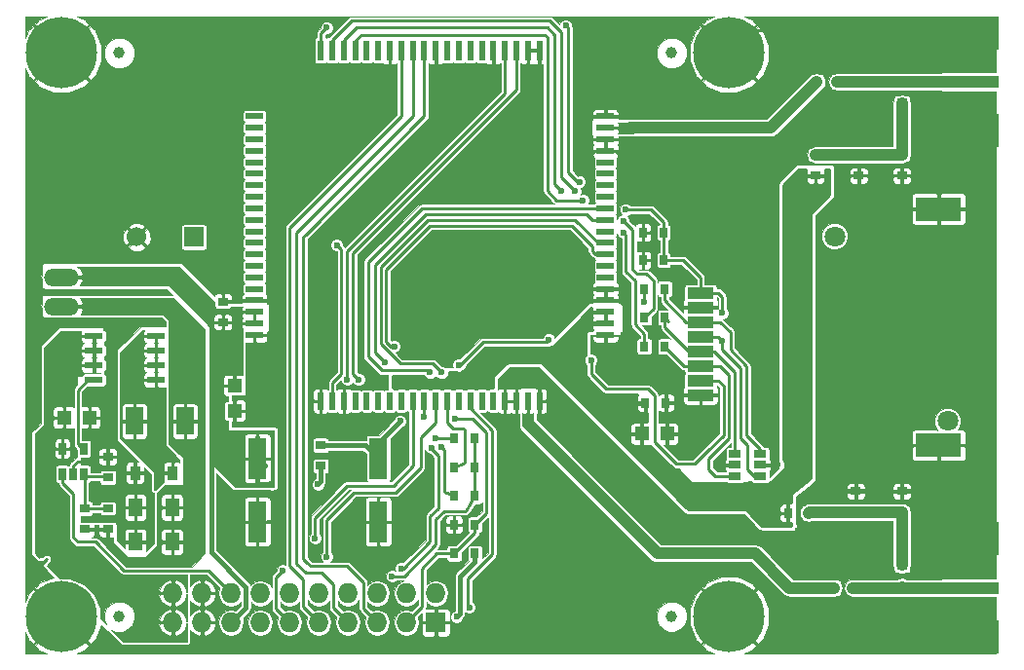
<source format=gtl>
G04 #@! TF.FileFunction,Copper,L1,Top,Signal*
%FSLAX46Y46*%
G04 Gerber Fmt 4.6, Leading zero omitted, Abs format (unit mm)*
G04 Created by KiCad (PCBNEW 4.0.0-rc1-stable) date 10/22/2015 12:37:03 PM*
%MOMM*%
G01*
G04 APERTURE LIST*
%ADD10C,0.100000*%
%ADD11C,6.200000*%
%ADD12R,0.900000X0.700000*%
%ADD13R,1.727200X1.727200*%
%ADD14O,1.727200X1.727200*%
%ADD15R,0.700000X0.900000*%
%ADD16R,0.800000X0.900000*%
%ADD17R,0.900000X0.800000*%
%ADD18R,1.200000X1.600000*%
%ADD19R,1.200000X1.250000*%
%ADD20R,1.250000X1.200000*%
%ADD21R,1.550000X0.600000*%
%ADD22R,0.650000X1.060000*%
%ADD23R,0.600000X1.800000*%
%ADD24R,1.500000X0.600000*%
%ADD25R,0.600000X1.500000*%
%ADD26R,1.060000X0.650000*%
%ADD27O,3.014980X1.506220*%
%ADD28C,1.000000*%
%ADD29R,5.000000X1.100000*%
%ADD30R,5.000000X3.000000*%
%ADD31R,2.300000X1.000000*%
%ADD32R,4.000000X2.000000*%
%ADD33C,1.800000*%
%ADD34R,1.500000X2.400000*%
%ADD35R,0.910000X1.220000*%
%ADD36R,1.600200X3.599180*%
%ADD37C,1.700000*%
%ADD38R,1.700000X1.700000*%
%ADD39C,0.600000*%
%ADD40C,0.250000*%
%ADD41C,1.050000*%
%ADD42C,0.400000*%
%ADD43C,0.254000*%
G04 APERTURE END LIST*
D10*
D11*
X117000000Y-135000000D03*
X117000000Y-86000000D03*
X175000000Y-86000000D03*
X175000000Y-135000000D03*
D12*
X186000000Y-125900000D03*
X186000000Y-124100000D03*
X190000000Y-124100000D03*
X190000000Y-125900000D03*
D13*
X149500000Y-135500000D03*
D14*
X149500000Y-132960000D03*
X146960000Y-135500000D03*
X146960000Y-132960000D03*
X144420000Y-135500000D03*
X144420000Y-132960000D03*
X141880000Y-135500000D03*
X141880000Y-132960000D03*
X139340000Y-135500000D03*
X139340000Y-132960000D03*
X136800000Y-135500000D03*
X136800000Y-132960000D03*
X134260000Y-135500000D03*
X134260000Y-132960000D03*
X131720000Y-135500000D03*
X131720000Y-132960000D03*
X129180000Y-135500000D03*
X129180000Y-132960000D03*
X126640000Y-135500000D03*
X126640000Y-132960000D03*
D12*
X190000000Y-132400000D03*
X190000000Y-130600000D03*
D15*
X180100000Y-126000000D03*
X181900000Y-126000000D03*
X185900000Y-132500000D03*
X184100000Y-132500000D03*
X184400000Y-88500000D03*
X182600000Y-88500000D03*
D16*
X152900000Y-119500000D03*
X151100000Y-119500000D03*
X152900000Y-122000000D03*
X151100000Y-122000000D03*
X152900000Y-124500000D03*
X151100000Y-124500000D03*
D17*
X119000000Y-127400000D03*
X119000000Y-125600000D03*
X121000000Y-121100000D03*
X121000000Y-122900000D03*
D16*
X167600000Y-109000000D03*
X169400000Y-109000000D03*
X167600000Y-106500000D03*
X169400000Y-106500000D03*
X167600000Y-111500000D03*
X169400000Y-111500000D03*
X151100000Y-127000000D03*
X152900000Y-127000000D03*
X151100000Y-129500000D03*
X152900000Y-129500000D03*
D12*
X190000000Y-88500000D03*
X190000000Y-90300000D03*
X182500000Y-96650000D03*
X182500000Y-94850000D03*
D17*
X139500000Y-120100000D03*
X139500000Y-121900000D03*
D18*
X126600000Y-125500000D03*
X123400000Y-125500000D03*
X126600000Y-128500000D03*
X123400000Y-128500000D03*
D12*
X121000000Y-127400000D03*
X121000000Y-125600000D03*
D19*
X117200000Y-117700000D03*
X119400000Y-117700000D03*
X167400000Y-119100000D03*
X169600000Y-119100000D03*
D15*
X167700000Y-116400000D03*
X169500000Y-116400000D03*
D12*
X131000000Y-109400000D03*
X131000000Y-107600000D03*
D20*
X132000000Y-114900000D03*
X132000000Y-117100000D03*
D12*
X186250000Y-94850000D03*
X186250000Y-96650000D03*
X190000000Y-96650000D03*
X190000000Y-94850000D03*
D15*
X169300000Y-104000000D03*
X167500000Y-104000000D03*
X169300000Y-101600000D03*
X167500000Y-101600000D03*
D21*
X119800000Y-110595000D03*
X119800000Y-111865000D03*
X119800000Y-113135000D03*
X119800000Y-114405000D03*
X125200000Y-114405000D03*
X125200000Y-113135000D03*
X125200000Y-111865000D03*
X125200000Y-110595000D03*
D22*
X117050000Y-122600000D03*
X118000000Y-122600000D03*
X118950000Y-122600000D03*
X118950000Y-120400000D03*
X117050000Y-120400000D03*
D23*
X158500000Y-85750000D03*
X157500000Y-85750000D03*
X156500000Y-85750000D03*
X155500000Y-85750000D03*
X154500000Y-85750000D03*
X153500000Y-85750000D03*
X152500000Y-85750000D03*
X151500000Y-85750000D03*
X150500000Y-85750000D03*
X149500000Y-85750000D03*
X148500000Y-85750000D03*
X147500000Y-85750000D03*
X146500000Y-85750000D03*
X145500000Y-85750000D03*
X144500000Y-85750000D03*
X143500000Y-85750000D03*
X142500000Y-85750000D03*
X141500000Y-85750000D03*
X140500000Y-85750000D03*
X139500000Y-85750000D03*
D24*
X133750000Y-91500000D03*
X133750000Y-92500000D03*
X133750000Y-93500000D03*
X133750000Y-94500000D03*
X133750000Y-95500000D03*
X133750000Y-96500000D03*
X133750000Y-97500000D03*
X133750000Y-98500000D03*
X133750000Y-99500000D03*
X133750000Y-100500000D03*
X133750000Y-101500000D03*
X133750000Y-102500000D03*
X133750000Y-103500000D03*
X133750000Y-104500000D03*
X133750000Y-105500000D03*
X133750000Y-106500000D03*
X133750000Y-107500000D03*
X133750000Y-108500000D03*
X133750000Y-109500000D03*
X133750000Y-110500000D03*
D25*
X139500000Y-116250000D03*
X140500000Y-116250000D03*
X141500000Y-116250000D03*
X142500000Y-116250000D03*
X143500000Y-116250000D03*
X144500000Y-116250000D03*
X145500000Y-116250000D03*
X146500000Y-116250000D03*
X147500000Y-116250000D03*
X148500000Y-116250000D03*
X149500000Y-116250000D03*
X150500000Y-116250000D03*
X151500000Y-116250000D03*
X152500000Y-116250000D03*
X153500000Y-116250000D03*
X154500000Y-116250000D03*
X155500000Y-116250000D03*
X156500000Y-116250000D03*
X157500000Y-116250000D03*
X158500000Y-116250000D03*
D24*
X164250000Y-110500000D03*
X164250000Y-109500000D03*
X164250000Y-108500000D03*
X164250000Y-107500000D03*
X164250000Y-106500000D03*
X164250000Y-105500000D03*
X164250000Y-104500000D03*
X164250000Y-103500000D03*
X164250000Y-102500000D03*
X164250000Y-101500000D03*
X164250000Y-100500000D03*
X164250000Y-99500000D03*
X164250000Y-98500000D03*
X164250000Y-97500000D03*
X164250000Y-96500000D03*
X164250000Y-95500000D03*
X164250000Y-94500000D03*
X164250000Y-93500000D03*
X164250000Y-92500000D03*
X164250000Y-91500000D03*
D26*
X175500000Y-120850000D03*
X175500000Y-121800000D03*
X175500000Y-122750000D03*
X177700000Y-122750000D03*
X177700000Y-120850000D03*
X177700000Y-121800000D03*
D27*
X117000000Y-105480000D03*
X117000000Y-108020000D03*
D28*
X170000000Y-86000000D03*
X170000000Y-135000000D03*
X122000000Y-135000000D03*
X122000000Y-86000000D03*
D29*
X196000000Y-132500000D03*
D30*
X196000000Y-128250000D03*
X196000000Y-136750000D03*
D29*
X196000000Y-88500000D03*
D30*
X196000000Y-84250000D03*
X196000000Y-92750000D03*
D31*
X172505000Y-106830000D03*
X172505000Y-109370000D03*
X172505000Y-111910000D03*
X172505000Y-115720000D03*
X172505000Y-108100000D03*
X172505000Y-110640000D03*
X172505000Y-113180000D03*
X172505000Y-114450000D03*
D32*
X193200000Y-99550000D03*
X193200000Y-120100000D03*
D33*
X193970000Y-117990000D03*
X184170000Y-101940000D03*
D34*
X123300000Y-118000000D03*
X127700000Y-118000000D03*
D35*
X126635000Y-122500000D03*
X123365000Y-122500000D03*
D36*
X144500000Y-121249180D03*
X144500000Y-126750820D03*
X134000000Y-121249180D03*
X134000000Y-126750820D03*
D37*
X123500000Y-102000000D03*
D38*
X128500000Y-102000000D03*
D39*
X133700000Y-111700000D03*
X165800000Y-107500000D03*
X162700000Y-106500000D03*
X162700000Y-107500000D03*
X152400000Y-107300000D03*
X144300000Y-102500000D03*
X150200000Y-128100000D03*
X171600000Y-117600000D03*
X171750000Y-121000000D03*
X134700000Y-118000000D03*
X133500000Y-117100000D03*
X192000000Y-124000000D03*
X188000000Y-124000000D03*
X184000000Y-124000000D03*
X157000000Y-124000000D03*
X160000000Y-127000000D03*
X163000000Y-130000000D03*
X166000000Y-133000000D03*
X166000000Y-137000000D03*
X162000000Y-137000000D03*
X156000000Y-131000000D03*
X153000000Y-137000000D03*
X174000000Y-97000000D03*
X174000000Y-101000000D03*
X170000000Y-97000000D03*
X178000000Y-98000000D03*
X178000000Y-105000000D03*
X178000000Y-112000000D03*
X178000000Y-119000000D03*
X193000000Y-112000000D03*
X193000000Y-104000000D03*
X189000000Y-116000000D03*
X189000000Y-108000000D03*
X189000000Y-100000000D03*
X184000000Y-105000000D03*
X184000000Y-112000000D03*
X184000000Y-120000000D03*
X197000000Y-100000000D03*
X197000000Y-104000000D03*
X197000000Y-108000000D03*
X197000000Y-112000000D03*
X197000000Y-116000000D03*
X197000000Y-120000000D03*
X192000000Y-136000000D03*
X189000000Y-137000000D03*
X186000000Y-137000000D03*
X183000000Y-137000000D03*
X180000000Y-137000000D03*
X157000000Y-120000000D03*
X159000000Y-122000000D03*
X161000000Y-124000000D03*
X163000000Y-126000000D03*
X165000000Y-128000000D03*
X167000000Y-130000000D03*
X169000000Y-131000000D03*
X172000000Y-131000000D03*
X175000000Y-131000000D03*
X178000000Y-132000000D03*
X180000000Y-134000000D03*
X183000000Y-134000000D03*
X186000000Y-134000000D03*
X189000000Y-134000000D03*
X192000000Y-134000000D03*
X159000000Y-118000000D03*
X161000000Y-120000000D03*
X163000000Y-122000000D03*
X165000000Y-124000000D03*
X167000000Y-126000000D03*
X169000000Y-128000000D03*
X172000000Y-128000000D03*
X175000000Y-128000000D03*
X178000000Y-128000000D03*
X180000000Y-130000000D03*
X182000000Y-131000000D03*
X185000000Y-131000000D03*
X188000000Y-131000000D03*
X188500000Y-129000000D03*
X187000000Y-127500000D03*
X184000000Y-127500000D03*
X181000000Y-127500000D03*
X166000000Y-94000000D03*
X169000000Y-94000000D03*
X172000000Y-94000000D03*
X175000000Y-94000000D03*
X178000000Y-94000000D03*
X181000000Y-92000000D03*
X183000000Y-90000000D03*
X186000000Y-90000000D03*
X188000000Y-91000000D03*
X187000000Y-93000000D03*
X184000000Y-93000000D03*
X181000000Y-94000000D03*
X184800000Y-96600000D03*
X186000000Y-99000000D03*
X188000000Y-96600000D03*
X190000000Y-99000000D03*
X191600000Y-96600000D03*
X163000000Y-87000000D03*
X163000000Y-84000000D03*
X166000000Y-84000000D03*
X169000000Y-84000000D03*
X167000000Y-88000000D03*
X169000000Y-91000000D03*
X172000000Y-91000000D03*
X175000000Y-91000000D03*
X178000000Y-91000000D03*
X180000000Y-89000000D03*
X182000000Y-87000000D03*
X185000000Y-87000000D03*
X188000000Y-87000000D03*
X191000000Y-87000000D03*
X193000000Y-85000000D03*
X190000000Y-84000000D03*
X187000000Y-84000000D03*
X184000000Y-84000000D03*
X181000000Y-84000000D03*
X130600000Y-103100000D03*
X130500000Y-96600000D03*
X130600000Y-88300000D03*
X121900000Y-92800000D03*
X122000000Y-99900000D03*
X114600000Y-89900000D03*
X114600000Y-101100000D03*
X114400000Y-111400000D03*
X115200000Y-130400000D03*
X135900000Y-102900000D03*
X135900000Y-101100000D03*
X140346880Y-101155152D03*
X139000000Y-103100000D03*
X135500000Y-126700000D03*
X139300000Y-124700000D03*
X144300000Y-114500000D03*
X144000000Y-118200000D03*
X146400000Y-121000000D03*
X132200000Y-107500000D03*
X135500000Y-107500000D03*
X135500000Y-110500000D03*
X121200000Y-119500000D03*
X121200000Y-117700000D03*
X121200000Y-115900000D03*
X121200000Y-113900000D03*
X165800000Y-110500000D03*
X165800000Y-106500000D03*
X151800000Y-90600000D03*
X154600000Y-88400000D03*
X135600000Y-116800000D03*
X135800000Y-113800000D03*
X139000000Y-114600000D03*
X139000000Y-110000000D03*
X144000000Y-97600000D03*
X147000000Y-94600000D03*
X149600000Y-92000000D03*
X149600000Y-89000000D03*
X146000000Y-126700000D03*
X144400000Y-129300000D03*
X157500000Y-98000000D03*
X150500000Y-98000000D03*
X158000000Y-91000000D03*
X158000000Y-89500000D03*
X158000000Y-88000000D03*
X122500000Y-84500000D03*
X134000000Y-84000000D03*
X138500000Y-91500000D03*
X137000000Y-99500000D03*
X139500000Y-97000000D03*
X142000000Y-94500000D03*
X144500000Y-92000000D03*
X145500000Y-89000000D03*
X148500000Y-112000000D03*
X149500000Y-102000000D03*
X132500000Y-126700000D03*
X134000000Y-130000000D03*
X156000000Y-118000000D03*
X167600000Y-102800000D03*
X156200000Y-114400000D03*
X157600000Y-114400000D03*
X159000000Y-114400000D03*
X159800000Y-115400000D03*
X160000000Y-116800000D03*
X165800000Y-96200000D03*
X164600000Y-90200000D03*
X162800000Y-90200000D03*
X162000000Y-91600000D03*
X162000000Y-93200000D03*
X162600000Y-94800000D03*
X162600000Y-96400000D03*
X179200000Y-121800000D03*
X174000000Y-121600000D03*
X168800000Y-114100000D03*
X165800000Y-111600000D03*
X164300000Y-111600000D03*
X196000000Y-96000000D03*
X192000000Y-93000000D03*
X192000000Y-91000000D03*
X166000000Y-91000000D03*
X194000000Y-124000000D03*
X197000000Y-124000000D03*
X192000000Y-130000000D03*
X192000000Y-126000000D03*
X162000000Y-97200000D03*
X160800000Y-83600000D03*
X140000000Y-83800000D03*
X166000000Y-99600000D03*
X174400000Y-111000000D03*
X174400000Y-108600000D03*
X140900000Y-102700000D03*
X146400000Y-118000000D03*
X146400000Y-114600000D03*
X162300000Y-98800000D03*
X165800000Y-101600000D03*
X160400000Y-98000000D03*
X167600000Y-107600000D03*
X161600000Y-98000000D03*
X165800000Y-100600000D03*
X150000000Y-120250000D03*
X150000000Y-113750000D03*
X149500000Y-119500000D03*
X149000000Y-113750000D03*
X151300000Y-135000000D03*
X135250000Y-123500000D03*
X139250000Y-123500000D03*
X151200000Y-117800000D03*
X151500000Y-113100000D03*
X159300000Y-110900000D03*
X163000000Y-112700000D03*
X152400000Y-134200000D03*
X142800000Y-114400000D03*
X141800000Y-114400000D03*
X145700000Y-131500000D03*
X145900000Y-111500000D03*
X136200000Y-131000000D03*
X140000000Y-129800000D03*
X145100000Y-112900000D03*
X139000000Y-128200000D03*
X146500000Y-130800000D03*
X149100000Y-120300000D03*
X148500000Y-117600000D03*
D40*
X118000000Y-122600000D02*
X118000000Y-121900000D01*
X118400000Y-121500000D02*
X119000000Y-121500000D01*
X118000000Y-121900000D02*
X118400000Y-121500000D01*
X133800000Y-111800000D02*
X133800000Y-112100000D01*
X133700000Y-111700000D02*
X133800000Y-111800000D01*
X164250000Y-107500000D02*
X165800000Y-107500000D01*
X164250000Y-106500000D02*
X159500000Y-106500000D01*
X159500000Y-106500000D02*
X158500000Y-105500000D01*
X164250000Y-107500000D02*
X162700000Y-107500000D01*
X162700000Y-106500000D02*
X162700000Y-106000000D01*
X148500000Y-112000000D02*
X148500000Y-111200000D01*
X148500000Y-111200000D02*
X152400000Y-107300000D01*
X144100000Y-102700000D02*
X144000000Y-102700000D01*
X144300000Y-102500000D02*
X144100000Y-102700000D01*
X151100000Y-127000000D02*
X151100000Y-127800000D01*
X150800000Y-128100000D02*
X150200000Y-128100000D01*
X151100000Y-127800000D02*
X150800000Y-128100000D01*
X172505000Y-115720000D02*
X172505000Y-116695000D01*
X172505000Y-116695000D02*
X171600000Y-117600000D01*
X132000000Y-117100000D02*
X133500000Y-117100000D01*
X134600000Y-117900000D02*
X134600000Y-117500000D01*
X134700000Y-118000000D02*
X134600000Y-117900000D01*
X190000000Y-124100000D02*
X190100000Y-124000000D01*
X190100000Y-124000000D02*
X192000000Y-124000000D01*
X188000000Y-124000000D02*
X184000000Y-124000000D01*
X157000000Y-120000000D02*
X157000000Y-124000000D01*
X160000000Y-127000000D02*
X163000000Y-130000000D01*
X166000000Y-133000000D02*
X166000000Y-137000000D01*
X162000000Y-137000000D02*
X156000000Y-131000000D01*
X174000000Y-101000000D02*
X170000000Y-97000000D01*
X178000000Y-94000000D02*
X178000000Y-98000000D01*
X178000000Y-105000000D02*
X178000000Y-112000000D01*
X178000000Y-119000000D02*
X178000000Y-118000000D01*
X197000000Y-112000000D02*
X193000000Y-112000000D01*
X193000000Y-104000000D02*
X192000000Y-103000000D01*
X189000000Y-116000000D02*
X189000000Y-108000000D01*
X189000000Y-100000000D02*
X184000000Y-105000000D01*
X184000000Y-112000000D02*
X184000000Y-120000000D01*
X197000000Y-100000000D02*
X197000000Y-104000000D01*
X197000000Y-108000000D02*
X197000000Y-112000000D01*
X197000000Y-116000000D02*
X197000000Y-120000000D01*
X192000000Y-134000000D02*
X192000000Y-136000000D01*
X189000000Y-137000000D02*
X186000000Y-137000000D01*
X183000000Y-137000000D02*
X180000000Y-137000000D01*
X157000000Y-120000000D02*
X159000000Y-122000000D01*
X161000000Y-124000000D02*
X163000000Y-126000000D01*
X165000000Y-128000000D02*
X167000000Y-130000000D01*
X169000000Y-131000000D02*
X172000000Y-131000000D01*
X175000000Y-131000000D02*
X177000000Y-131000000D01*
X177000000Y-131000000D02*
X178000000Y-132000000D01*
X180000000Y-134000000D02*
X183000000Y-134000000D01*
X186000000Y-134000000D02*
X189000000Y-134000000D01*
X192000000Y-134000000D02*
X192000000Y-135000000D01*
X192000000Y-135000000D02*
X193000000Y-136000000D01*
X160000000Y-116800000D02*
X159000000Y-117800000D01*
X159000000Y-117800000D02*
X159000000Y-118000000D01*
X161000000Y-120000000D02*
X163000000Y-122000000D01*
X165000000Y-124000000D02*
X167000000Y-126000000D01*
X169000000Y-128000000D02*
X172000000Y-128000000D01*
X175000000Y-128000000D02*
X178000000Y-128000000D01*
X180000000Y-130000000D02*
X181000000Y-130000000D01*
X181000000Y-130000000D02*
X182000000Y-131000000D01*
X185000000Y-131000000D02*
X188000000Y-131000000D01*
X188500000Y-129000000D02*
X187000000Y-127500000D01*
X184000000Y-127500000D02*
X181000000Y-127500000D01*
X166000000Y-94000000D02*
X169000000Y-94000000D01*
X172000000Y-94000000D02*
X175000000Y-94000000D01*
X178000000Y-94000000D02*
X179000000Y-94000000D01*
X179000000Y-94000000D02*
X181000000Y-92000000D01*
X183000000Y-90000000D02*
X186000000Y-90000000D01*
X188000000Y-91000000D02*
X188000000Y-92000000D01*
X188000000Y-92000000D02*
X187000000Y-93000000D01*
X184000000Y-93000000D02*
X182000000Y-93000000D01*
X182000000Y-93000000D02*
X181000000Y-94000000D01*
X184800000Y-96600000D02*
X185000000Y-98000000D01*
X185000000Y-98000000D02*
X186000000Y-99000000D01*
X188000000Y-96600000D02*
X190000000Y-99000000D01*
X191600000Y-96600000D02*
X193000000Y-97000000D01*
X162800000Y-90200000D02*
X163000000Y-90000000D01*
X163000000Y-90000000D02*
X163000000Y-87000000D01*
X163000000Y-84000000D02*
X166000000Y-84000000D01*
X169000000Y-84000000D02*
X167000000Y-86000000D01*
X167000000Y-86000000D02*
X167000000Y-88000000D01*
X166000000Y-91000000D02*
X169000000Y-91000000D01*
X172000000Y-91000000D02*
X175000000Y-91000000D01*
X178000000Y-91000000D02*
X180000000Y-89000000D01*
X182000000Y-87000000D02*
X185000000Y-87000000D01*
X188000000Y-87000000D02*
X191000000Y-87000000D01*
X193000000Y-85000000D02*
X191000000Y-85000000D01*
X191000000Y-85000000D02*
X190000000Y-84000000D01*
X187000000Y-84000000D02*
X184000000Y-84000000D01*
X181000000Y-84000000D02*
X177000000Y-84000000D01*
X177000000Y-84000000D02*
X175000000Y-86000000D01*
X177000000Y-84000000D02*
X175000000Y-86000000D01*
X130600000Y-103100000D02*
X130600000Y-96700000D01*
X130600000Y-96700000D02*
X130500000Y-96600000D01*
X130600000Y-88300000D02*
X126400000Y-88300000D01*
X126400000Y-88300000D02*
X121900000Y-92800000D01*
X122000000Y-99900000D02*
X122000000Y-97300000D01*
X122000000Y-97300000D02*
X114600000Y-89900000D01*
X114600000Y-101100000D02*
X114600000Y-111200000D01*
X114600000Y-111200000D02*
X114400000Y-111400000D01*
X115200000Y-130400000D02*
X115300000Y-130400000D01*
X115300000Y-130400000D02*
X115700000Y-130000000D01*
X135900000Y-101100000D02*
X135900000Y-102900000D01*
X135900000Y-101100000D02*
X135700000Y-101100000D01*
X135700000Y-101100000D02*
X135600000Y-101100000D01*
X139000000Y-103700000D02*
X139000000Y-103100000D01*
X141000000Y-100600000D02*
X140346880Y-101155152D01*
X140346880Y-101155152D02*
X139000000Y-102300000D01*
X139000000Y-102300000D02*
X139000000Y-103700000D01*
X139000000Y-103700000D02*
X139000000Y-105000000D01*
X134000000Y-126750820D02*
X135499180Y-126700820D01*
X135499180Y-126700820D02*
X135500000Y-126700000D01*
X142000000Y-94500000D02*
X139000000Y-91500000D01*
X139000000Y-91500000D02*
X138500000Y-91500000D01*
X139300000Y-124700000D02*
X139500000Y-124500000D01*
X144700000Y-118200000D02*
X144800000Y-118100000D01*
X144000000Y-118200000D02*
X144700000Y-118200000D01*
X146400000Y-121000000D02*
X146400000Y-120500000D01*
X133750000Y-107500000D02*
X132200000Y-107500000D01*
X133750000Y-110500000D02*
X135400000Y-110500000D01*
X135500000Y-107500000D02*
X135100000Y-107100000D01*
X135500000Y-110400000D02*
X135500000Y-110500000D01*
X135400000Y-110500000D02*
X135500000Y-110400000D01*
X121000000Y-120900000D02*
X121000000Y-119700000D01*
X121000000Y-119700000D02*
X121200000Y-119500000D01*
X121200000Y-117700000D02*
X121200000Y-115900000D01*
X121200000Y-113900000D02*
X121200000Y-113600000D01*
X165800000Y-111600000D02*
X165800000Y-110500000D01*
X165800000Y-106000000D02*
X165600000Y-105800000D01*
X165800000Y-106500000D02*
X165800000Y-106000000D01*
X154500000Y-85750000D02*
X154500000Y-88300000D01*
X152200000Y-90200000D02*
X152200000Y-88400000D01*
X151800000Y-90600000D02*
X152200000Y-90200000D01*
X154500000Y-88300000D02*
X154600000Y-88400000D01*
X135600000Y-114000000D02*
X135600000Y-116800000D01*
X135800000Y-113800000D02*
X135600000Y-114000000D01*
X139200000Y-114400000D02*
X139200000Y-114200000D01*
X139000000Y-114600000D02*
X139200000Y-114400000D01*
X149500000Y-85750000D02*
X149500000Y-88900000D01*
X139000000Y-105000000D02*
X139000000Y-110000000D01*
X144000000Y-97600000D02*
X141000000Y-100600000D01*
X149600000Y-92000000D02*
X147000000Y-94600000D01*
X149500000Y-88900000D02*
X149600000Y-89000000D01*
X144500000Y-126750820D02*
X144500000Y-129200000D01*
X147400000Y-125600000D02*
X147400000Y-124800000D01*
X146000000Y-126700000D02*
X147400000Y-125600000D01*
X144500000Y-129200000D02*
X144400000Y-129300000D01*
X122500000Y-84500000D02*
X122900000Y-84500000D01*
X122600000Y-88200000D02*
X121300000Y-88200000D01*
X123600000Y-87200000D02*
X122600000Y-88200000D01*
X123600000Y-85200000D02*
X123600000Y-87200000D01*
X122900000Y-84500000D02*
X123600000Y-85200000D01*
X158500000Y-85750000D02*
X158500000Y-87500000D01*
X150500000Y-98000000D02*
X157500000Y-98000000D01*
X158000000Y-89500000D02*
X158000000Y-91000000D01*
X158500000Y-87500000D02*
X158000000Y-88000000D01*
X138500000Y-88500000D02*
X134000000Y-84000000D01*
X138500000Y-91500000D02*
X138500000Y-88500000D01*
X145500000Y-85750000D02*
X145500000Y-89000000D01*
X139500000Y-97000000D02*
X137000000Y-99500000D01*
X144500000Y-92000000D02*
X142000000Y-94500000D01*
X148500000Y-112000000D02*
X149000000Y-112000000D01*
X158500000Y-105500000D02*
X155000000Y-102000000D01*
X155000000Y-102000000D02*
X149500000Y-102000000D01*
X134000000Y-126750820D02*
X134000000Y-130000000D01*
X132500000Y-126700000D02*
X132500000Y-125000000D01*
X156500000Y-117500000D02*
X156000000Y-118000000D01*
X156500000Y-117500000D02*
X156500000Y-116250000D01*
X193000000Y-136000000D02*
X193250000Y-135750000D01*
X193250000Y-135750000D02*
X196000000Y-135750000D01*
X167500000Y-101600000D02*
X167500000Y-102700000D01*
X167500000Y-102700000D02*
X167600000Y-102800000D01*
X167500000Y-104000000D02*
X167500000Y-102900000D01*
X167500000Y-102900000D02*
X167600000Y-102800000D01*
X156500000Y-116250000D02*
X156500000Y-114700000D01*
X156500000Y-114700000D02*
X156200000Y-114400000D01*
X157600000Y-114400000D02*
X159000000Y-114400000D01*
X159800000Y-115400000D02*
X160000000Y-115600000D01*
X160000000Y-115600000D02*
X160000000Y-116800000D01*
X164250000Y-94500000D02*
X165100000Y-94500000D01*
X165800000Y-95200000D02*
X165800000Y-96200000D01*
X165100000Y-94500000D02*
X165800000Y-95200000D01*
X164250000Y-94500000D02*
X163300000Y-94500000D01*
X165400000Y-91000000D02*
X166000000Y-91000000D01*
X164600000Y-90200000D02*
X165400000Y-91000000D01*
X162800000Y-90800000D02*
X162800000Y-90200000D01*
X162000000Y-91600000D02*
X162800000Y-90800000D01*
X162000000Y-94200000D02*
X162000000Y-93200000D01*
X162600000Y-94800000D02*
X162000000Y-94200000D01*
X162600000Y-95200000D02*
X162600000Y-96400000D01*
X163300000Y-94500000D02*
X162600000Y-95200000D01*
X177700000Y-121800000D02*
X179200000Y-121800000D01*
X175500000Y-121800000D02*
X174200000Y-121800000D01*
X174200000Y-121800000D02*
X174000000Y-121600000D01*
X164250000Y-110500000D02*
X164250000Y-111350000D01*
X164800000Y-113000000D02*
X168800000Y-114100000D01*
X165800000Y-111600000D02*
X164800000Y-113000000D01*
X164250000Y-111350000D02*
X164300000Y-111600000D01*
X196000000Y-96000000D02*
X197000000Y-97000000D01*
X192000000Y-93000000D02*
X192000000Y-91000000D01*
X164250000Y-91500000D02*
X165500000Y-91500000D01*
X165500000Y-91500000D02*
X166000000Y-91000000D01*
X196000000Y-127250000D02*
X192250000Y-127250000D01*
X192250000Y-127250000D02*
X192000000Y-127500000D01*
X192000000Y-127500000D02*
X192000000Y-130000000D01*
X192000000Y-126000000D02*
X193000000Y-125000000D01*
X193000000Y-125000000D02*
X194000000Y-124000000D01*
X174400000Y-111000000D02*
X174040000Y-110640000D01*
X174040000Y-110640000D02*
X172505000Y-110640000D01*
X176600000Y-120100000D02*
X176000000Y-119500000D01*
X174400000Y-111800000D02*
X174400000Y-111000000D01*
X176000000Y-113400000D02*
X174400000Y-111800000D01*
X176000000Y-119500000D02*
X176000000Y-113400000D01*
X169300000Y-101600000D02*
X169300000Y-100700000D01*
X169300000Y-100700000D02*
X168200000Y-99600000D01*
X168200000Y-99600000D02*
X167300000Y-99600000D01*
X139500000Y-84300000D02*
X139500000Y-85750000D01*
X162000000Y-97200000D02*
X161800000Y-97200000D01*
X161800000Y-97200000D02*
X161000000Y-96400000D01*
X161000000Y-96400000D02*
X161000000Y-83800000D01*
X161000000Y-83800000D02*
X160800000Y-83600000D01*
X140000000Y-83800000D02*
X139500000Y-84300000D01*
X167300000Y-99600000D02*
X166000000Y-99600000D01*
X174030000Y-106830000D02*
X172505000Y-106830000D01*
X174400000Y-108600000D02*
X174400000Y-107200000D01*
X174400000Y-107200000D02*
X174030000Y-106830000D01*
X172505000Y-106830000D02*
X172505000Y-105505000D01*
X172505000Y-105505000D02*
X171000000Y-104000000D01*
X171000000Y-104000000D02*
X169300000Y-104000000D01*
X169300000Y-104000000D02*
X169300000Y-101600000D01*
X177700000Y-122750000D02*
X177150000Y-122750000D01*
X176600000Y-122200000D02*
X176600000Y-120100000D01*
X177150000Y-122750000D02*
X176600000Y-122200000D01*
X141300000Y-104400000D02*
X141300000Y-103100000D01*
X141300000Y-103100000D02*
X140900000Y-102700000D01*
X140500000Y-116250000D02*
X140500000Y-114700000D01*
X140500000Y-114700000D02*
X141300000Y-113900000D01*
X141300000Y-113900000D02*
X141300000Y-104400000D01*
D41*
X186250000Y-94850000D02*
X182500000Y-94850000D01*
X190000000Y-90400000D02*
X190000000Y-94850000D01*
X190000000Y-94850000D02*
X182500000Y-94850000D01*
X182600000Y-88500000D02*
X178600000Y-92500000D01*
X178600000Y-92500000D02*
X166400000Y-92500000D01*
X184100000Y-132500000D02*
X180250000Y-132500000D01*
X180250000Y-132500000D02*
X177250000Y-129500000D01*
X177250000Y-129500000D02*
X168750000Y-129500000D01*
X168750000Y-129500000D02*
X157500000Y-118250000D01*
X184400000Y-88500000D02*
X190000000Y-88500000D01*
X196000000Y-88500000D02*
X184500000Y-88500000D01*
X185900000Y-132500000D02*
X189900000Y-132500000D01*
X189900000Y-132500000D02*
X190000000Y-132400000D01*
X196000000Y-132500000D02*
X185750000Y-132500000D01*
D42*
X164250000Y-109500000D02*
X162500000Y-109500000D01*
X162500000Y-109500000D02*
X162400000Y-109600000D01*
X162200000Y-114600000D02*
X164000000Y-116400000D01*
X164000000Y-116400000D02*
X167700000Y-116400000D01*
X144500000Y-121249180D02*
X144500000Y-119900000D01*
X144500000Y-119900000D02*
X146400000Y-118000000D01*
X164250000Y-108500000D02*
X163500000Y-108500000D01*
X162400000Y-109600000D02*
X162200000Y-109800000D01*
X162200000Y-109800000D02*
X162200000Y-114600000D01*
X139500000Y-120100000D02*
X143350820Y-120100000D01*
X143350820Y-120100000D02*
X144500000Y-121249180D01*
D40*
X175100000Y-110300000D02*
X175100000Y-111600000D01*
X177700000Y-120400000D02*
X177700000Y-120850000D01*
X176500000Y-119200000D02*
X177700000Y-120400000D01*
X176500000Y-113200000D02*
X176500000Y-119200000D01*
X175100000Y-111800000D02*
X176500000Y-113200000D01*
X175100000Y-111600000D02*
X175100000Y-111800000D01*
X174170000Y-109370000D02*
X172505000Y-109370000D01*
X175100000Y-110300000D02*
X174170000Y-109370000D01*
X172505000Y-109370000D02*
X171270000Y-109370000D01*
X169400000Y-107500000D02*
X169400000Y-106500000D01*
X171270000Y-109370000D02*
X169400000Y-107500000D01*
X172505000Y-109370000D02*
X171570000Y-109370000D01*
X175500000Y-120850000D02*
X175500000Y-113700000D01*
X173710000Y-111910000D02*
X172505000Y-111910000D01*
X175500000Y-113700000D02*
X173710000Y-111910000D01*
X172505000Y-111910000D02*
X171510000Y-111910000D01*
X171510000Y-111910000D02*
X169400000Y-109800000D01*
X169400000Y-109800000D02*
X169400000Y-109000000D01*
X172505000Y-111910000D02*
X171610000Y-111910000D01*
X169700000Y-109300000D02*
X169400000Y-109000000D01*
X173200000Y-121300000D02*
X175000000Y-119500000D01*
X174180000Y-113180000D02*
X172505000Y-113180000D01*
X175000000Y-114000000D02*
X174180000Y-113180000D01*
X175000000Y-119500000D02*
X175000000Y-114000000D01*
X175500000Y-122750000D02*
X173750000Y-122750000D01*
X173200000Y-122200000D02*
X173200000Y-121300000D01*
X173750000Y-122750000D02*
X173200000Y-122200000D01*
X172505000Y-113180000D02*
X171080000Y-113180000D01*
X171080000Y-113180000D02*
X169400000Y-111500000D01*
X119200000Y-114505000D02*
X118400000Y-115305000D01*
X118400000Y-115305000D02*
X118400000Y-120000000D01*
X118400000Y-120000000D02*
X119000000Y-120600000D01*
X162300000Y-98800000D02*
X161700000Y-98800000D01*
X166800000Y-108000000D02*
X166800000Y-105800000D01*
X166800000Y-105800000D02*
X166000000Y-105000000D01*
X166000000Y-105000000D02*
X166000000Y-101800000D01*
X166000000Y-101800000D02*
X165800000Y-101600000D01*
X167600000Y-111500000D02*
X167600000Y-110400000D01*
X167600000Y-110400000D02*
X166800000Y-109600000D01*
X166800000Y-109600000D02*
X166800000Y-108000000D01*
X142500000Y-85750000D02*
X142500000Y-84900000D01*
X142500000Y-84900000D02*
X143000000Y-84400000D01*
X143000000Y-84400000D02*
X159000000Y-84400000D01*
X159000000Y-84400000D02*
X159200000Y-84600000D01*
X159200000Y-84600000D02*
X159200000Y-98000000D01*
X159200000Y-98000000D02*
X160000000Y-98800000D01*
X160000000Y-98800000D02*
X161700000Y-98800000D01*
X167600000Y-107600000D02*
X167600000Y-106500000D01*
X159800000Y-97400000D02*
X160400000Y-98000000D01*
X159800000Y-84400000D02*
X159800000Y-97400000D01*
X159200000Y-83800000D02*
X159800000Y-84400000D01*
X142600000Y-83800000D02*
X159200000Y-83800000D01*
X141500000Y-84900000D02*
X142600000Y-83800000D01*
X141500000Y-85750000D02*
X141500000Y-84900000D01*
X167600000Y-106800000D02*
X167600000Y-106500000D01*
X140500000Y-85750000D02*
X140500000Y-84900000D01*
X140500000Y-84900000D02*
X142200000Y-83200000D01*
X142200000Y-83200000D02*
X159400000Y-83200000D01*
X159400000Y-83200000D02*
X160400000Y-84200000D01*
X160400000Y-84200000D02*
X160400000Y-96800000D01*
X160400000Y-96800000D02*
X161600000Y-98000000D01*
X165800000Y-100600000D02*
X166600000Y-101400000D01*
X166600000Y-101400000D02*
X166600000Y-104800000D01*
X166600000Y-104800000D02*
X167000000Y-105200000D01*
X167000000Y-105200000D02*
X167800000Y-105200000D01*
X167800000Y-105200000D02*
X168400000Y-105800000D01*
X168400000Y-105800000D02*
X168400000Y-108200000D01*
X168400000Y-108200000D02*
X167600000Y-109000000D01*
X164250000Y-102500000D02*
X163600000Y-102500000D01*
X163600000Y-102500000D02*
X161600000Y-100500000D01*
X146400000Y-113000000D02*
X148000000Y-113000000D01*
X144700000Y-111300000D02*
X146400000Y-113000000D01*
X144700000Y-104600000D02*
X144700000Y-111300000D01*
X148800000Y-100500000D02*
X144700000Y-104600000D01*
X161600000Y-100500000D02*
X148800000Y-100500000D01*
X148000000Y-113000000D02*
X149250000Y-113000000D01*
X150250000Y-124150000D02*
X151100000Y-124500000D01*
X150250000Y-120500000D02*
X150250000Y-124150000D01*
X150000000Y-120250000D02*
X150250000Y-120500000D01*
X149250000Y-113000000D02*
X150000000Y-113750000D01*
X163700000Y-102500000D02*
X164250000Y-102500000D01*
X144800000Y-113600000D02*
X148850000Y-113600000D01*
X143600000Y-112400000D02*
X144800000Y-113600000D01*
X143600000Y-104200000D02*
X143600000Y-112400000D01*
X148300000Y-99500000D02*
X143600000Y-104200000D01*
X164250000Y-99500000D02*
X148300000Y-99500000D01*
X149500000Y-119500000D02*
X151100000Y-119500000D01*
X148850000Y-113600000D02*
X149000000Y-113750000D01*
D41*
X186000000Y-125900000D02*
X182000000Y-125900000D01*
X182000000Y-125900000D02*
X181900000Y-126000000D01*
X186000000Y-125900000D02*
X190000000Y-125900000D01*
X190000000Y-130500000D02*
X190000000Y-125900000D01*
X190000000Y-125900000D02*
X189900000Y-126000000D01*
D42*
X152900000Y-130200000D02*
X152900000Y-129500000D01*
X151600000Y-131500000D02*
X152900000Y-130200000D01*
X151600000Y-134700000D02*
X151600000Y-131500000D01*
X151300000Y-135000000D02*
X151600000Y-134700000D01*
X132990000Y-132400000D02*
X130000000Y-129410000D01*
X130000000Y-129410000D02*
X130000000Y-121200000D01*
X134000000Y-123500000D02*
X135250000Y-123500000D01*
X134000000Y-121249180D02*
X134000000Y-123500000D01*
X139500000Y-123250000D02*
X139500000Y-121900000D01*
X139250000Y-123500000D02*
X139500000Y-123250000D01*
X134000000Y-121800000D02*
X134000000Y-121249180D01*
X132990000Y-132400000D02*
X132990000Y-134230000D01*
X132990000Y-134230000D02*
X131720000Y-135500000D01*
X134000000Y-121249180D02*
X134650820Y-121900000D01*
X134000000Y-121249180D02*
X134000000Y-119400000D01*
D40*
X151100000Y-129500000D02*
X149600000Y-129500000D01*
X148300000Y-134160000D02*
X146960000Y-135500000D01*
X148300000Y-130800000D02*
X148300000Y-134160000D01*
X149600000Y-129500000D02*
X148300000Y-130800000D01*
X152900000Y-127000000D02*
X152900000Y-127700000D01*
X152900000Y-127700000D02*
X151100000Y-129500000D01*
X173100000Y-120600000D02*
X172000000Y-121700000D01*
X173999998Y-114450000D02*
X174500000Y-114950002D01*
X174500000Y-114950002D02*
X174500000Y-119200000D01*
X174500000Y-119200000D02*
X173100000Y-120600000D01*
X172505000Y-114450000D02*
X173999998Y-114450000D01*
X153900000Y-126000000D02*
X152900000Y-127000000D01*
X153900000Y-119000000D02*
X153900000Y-126000000D01*
X152700000Y-117800000D02*
X153900000Y-119000000D01*
X151200000Y-117800000D02*
X152700000Y-117800000D01*
X151600000Y-113100000D02*
X151500000Y-113100000D01*
X153600000Y-111100000D02*
X151600000Y-113100000D01*
X159100000Y-111100000D02*
X153600000Y-111100000D01*
X159300000Y-110900000D02*
X159100000Y-111100000D01*
X163000000Y-113900000D02*
X163000000Y-112700000D01*
X164300000Y-115200000D02*
X163000000Y-113900000D01*
X167900000Y-115200000D02*
X164300000Y-115200000D01*
X168500000Y-115800000D02*
X167900000Y-115200000D01*
X168500000Y-119800000D02*
X168500000Y-115800000D01*
X170400000Y-121700000D02*
X168500000Y-119800000D01*
X170800000Y-121700000D02*
X170400000Y-121700000D01*
X172000000Y-121700000D02*
X170800000Y-121700000D01*
X152300000Y-134100000D02*
X152300000Y-131700000D01*
X152400000Y-134200000D02*
X152300000Y-134100000D01*
X154400000Y-126400000D02*
X154400000Y-129600000D01*
X154400000Y-129600000D02*
X152300000Y-131700000D01*
X154400000Y-126400000D02*
X154400000Y-118800000D01*
X152500000Y-116900000D02*
X154400000Y-118800000D01*
X152500000Y-116900000D02*
X152500000Y-116250000D01*
X138200000Y-101800000D02*
X138000000Y-102000000D01*
X138000000Y-130000000D02*
X138300000Y-130300000D01*
X138000000Y-102000000D02*
X138000000Y-130000000D01*
X148500000Y-85750000D02*
X148500000Y-91500000D01*
X148500000Y-91500000D02*
X138200000Y-101800000D01*
X138300000Y-130300000D02*
X138600000Y-130600000D01*
X138600000Y-130600000D02*
X141800000Y-130600000D01*
X141800000Y-130600000D02*
X143200000Y-132000000D01*
X143200000Y-132000000D02*
X143200000Y-134280000D01*
X143200000Y-134280000D02*
X144420000Y-135500000D01*
X142800000Y-114400000D02*
X142300000Y-113900000D01*
X156500000Y-89200000D02*
X156500000Y-85750000D01*
X142300000Y-103400000D02*
X156500000Y-89200000D01*
X142300000Y-103500000D02*
X142300000Y-103400000D01*
X142300000Y-113900000D02*
X142300000Y-103500000D01*
X138200000Y-131200000D02*
X139600000Y-131200000D01*
X139600000Y-131200000D02*
X140600000Y-132200000D01*
X140600000Y-132200000D02*
X140600000Y-134220000D01*
X140600000Y-134220000D02*
X141880000Y-135500000D01*
X147500000Y-85750000D02*
X147500000Y-91500000D01*
X147500000Y-91500000D02*
X137400000Y-101600000D01*
X137400000Y-101600000D02*
X137400000Y-130400000D01*
X137400000Y-130400000D02*
X138200000Y-131200000D01*
X155500000Y-85750000D02*
X155500000Y-89500000D01*
X155500000Y-89500000D02*
X141800000Y-103200000D01*
X141800000Y-103200000D02*
X141800000Y-114400000D01*
X146500000Y-85750000D02*
X146500000Y-91500000D01*
X146500000Y-91500000D02*
X136800000Y-101200000D01*
X136800000Y-101200000D02*
X136800000Y-130600000D01*
X136800000Y-130600000D02*
X138000000Y-131800000D01*
X138000000Y-131800000D02*
X138000000Y-134160000D01*
X138000000Y-134160000D02*
X139340000Y-135500000D01*
X145700000Y-131500000D02*
X145800000Y-131500000D01*
X152900000Y-122000000D02*
X152900000Y-119500000D01*
X152900000Y-124500000D02*
X152900000Y-122000000D01*
X152100000Y-125800000D02*
X152900000Y-124500000D01*
X150200000Y-125800000D02*
X152100000Y-125800000D01*
X149500000Y-126500000D02*
X150200000Y-125800000D01*
X149500000Y-128750000D02*
X149500000Y-126500000D01*
X146750000Y-131500000D02*
X149500000Y-128750000D01*
X145800000Y-131500000D02*
X146750000Y-131500000D01*
X164250000Y-103500000D02*
X163400000Y-103500000D01*
X163100000Y-103200000D02*
X163400000Y-103500000D01*
X163100000Y-102800000D02*
X163100000Y-103200000D01*
X161300000Y-101000000D02*
X163100000Y-102800000D01*
X149000000Y-101000000D02*
X161300000Y-101000000D01*
X145200000Y-104800000D02*
X149000000Y-101000000D01*
X145200000Y-111100000D02*
X145200000Y-104800000D01*
X145600000Y-111500000D02*
X145200000Y-111100000D01*
X145900000Y-111500000D02*
X145600000Y-111500000D01*
X135600000Y-134300000D02*
X136800000Y-135500000D01*
X135600000Y-131600000D02*
X135600000Y-134300000D01*
X136200000Y-131000000D02*
X135600000Y-131600000D01*
X149500000Y-116250000D02*
X149500000Y-118100000D01*
X149500000Y-118100000D02*
X148200000Y-119400000D01*
X149500000Y-116250000D02*
X149500000Y-117000000D01*
X140000000Y-126600000D02*
X140000000Y-129800000D01*
X142400000Y-124200000D02*
X140000000Y-126600000D01*
X146000000Y-124200000D02*
X142400000Y-124200000D01*
X148200000Y-122000000D02*
X146000000Y-124200000D01*
X148200000Y-119400000D02*
X148200000Y-122000000D01*
X144200000Y-104400000D02*
X148600000Y-100000000D01*
X148600000Y-100000000D02*
X162600000Y-100000000D01*
X162600000Y-100000000D02*
X163100000Y-100500000D01*
X164250000Y-100500000D02*
X163100000Y-100500000D01*
X144200000Y-112000000D02*
X145100000Y-112900000D01*
X144200000Y-111400000D02*
X144200000Y-112000000D01*
X144200000Y-111400000D02*
X144200000Y-104400000D01*
X134260000Y-135500000D02*
X134260000Y-135140000D01*
X139000000Y-128200000D02*
X139000000Y-127600000D01*
X147500000Y-116250000D02*
X147500000Y-121900000D01*
X139000000Y-126400000D02*
X139000000Y-127600000D01*
X141800000Y-123600000D02*
X139000000Y-126400000D01*
X145800000Y-123600000D02*
X141800000Y-123600000D01*
X147500000Y-121900000D02*
X145800000Y-123600000D01*
X131720000Y-132960000D02*
X129760000Y-131000000D01*
X117050000Y-123350000D02*
X117050000Y-122600000D01*
X118000000Y-124300000D02*
X117050000Y-123350000D01*
X118000000Y-128100000D02*
X118000000Y-124300000D01*
X118400000Y-128500000D02*
X118000000Y-128100000D01*
X119900000Y-128500000D02*
X118400000Y-128500000D01*
X122400000Y-131000000D02*
X119900000Y-128500000D01*
X129760000Y-131000000D02*
X122400000Y-131000000D01*
X117100000Y-122800000D02*
X117000000Y-122900000D01*
X150500000Y-116250000D02*
X150500000Y-118100000D01*
X150500000Y-118100000D02*
X151000000Y-118600000D01*
X151000000Y-118600000D02*
X151850000Y-118600000D01*
X150500000Y-116250000D02*
X150500000Y-117250000D01*
X152000000Y-121600000D02*
X151100000Y-122000000D01*
X152000000Y-118750000D02*
X152000000Y-121600000D01*
X151850000Y-118600000D02*
X152000000Y-118750000D01*
X119000000Y-124750000D02*
X119000000Y-125600000D01*
X121000000Y-125600000D02*
X119000000Y-125600000D01*
X121000000Y-122700000D02*
X120900000Y-122800000D01*
X120900000Y-122800000D02*
X119000000Y-122800000D01*
X119000000Y-122800000D02*
X119000000Y-124750000D01*
X119000000Y-124750000D02*
X119000000Y-125100000D01*
X148500000Y-116250000D02*
X148500000Y-117600000D01*
X146700000Y-130800000D02*
X146500000Y-130800000D01*
X149000000Y-128500000D02*
X146700000Y-130800000D01*
X149000000Y-126300000D02*
X149000000Y-128500000D01*
X149700000Y-125600000D02*
X149000000Y-126300000D01*
X149700000Y-121000000D02*
X149700000Y-125600000D01*
X149100000Y-120400000D02*
X149700000Y-121000000D01*
X149100000Y-120300000D02*
X149100000Y-120400000D01*
D10*
G36*
X157604000Y-116146000D02*
X157624000Y-116146000D01*
X157624000Y-116354000D01*
X157604000Y-116354000D01*
X157604000Y-117268500D01*
X157693500Y-117358000D01*
X157871210Y-117358000D01*
X157950000Y-117325364D01*
X157950000Y-118350000D01*
X157050000Y-118350000D01*
X157050000Y-117325364D01*
X157128790Y-117358000D01*
X157306500Y-117358000D01*
X157396000Y-117268500D01*
X157396000Y-116354000D01*
X157376000Y-116354000D01*
X157376000Y-116146000D01*
X157396000Y-116146000D01*
X157396000Y-116126000D01*
X157604000Y-116126000D01*
X157604000Y-116146000D01*
X157604000Y-116146000D01*
G37*
X157604000Y-116146000D02*
X157624000Y-116146000D01*
X157624000Y-116354000D01*
X157604000Y-116354000D01*
X157604000Y-117268500D01*
X157693500Y-117358000D01*
X157871210Y-117358000D01*
X157950000Y-117325364D01*
X157950000Y-118350000D01*
X157050000Y-118350000D01*
X157050000Y-117325364D01*
X157128790Y-117358000D01*
X157306500Y-117358000D01*
X157396000Y-117268500D01*
X157396000Y-116354000D01*
X157376000Y-116354000D01*
X157376000Y-116146000D01*
X157396000Y-116146000D01*
X157396000Y-116126000D01*
X157604000Y-116126000D01*
X157604000Y-116146000D01*
G36*
X166700000Y-92950000D02*
X165325364Y-92950000D01*
X165358000Y-92871210D01*
X165358000Y-92693500D01*
X165268500Y-92604000D01*
X164354000Y-92604000D01*
X164354000Y-92624000D01*
X164146000Y-92624000D01*
X164146000Y-92604000D01*
X164126000Y-92604000D01*
X164126000Y-92396000D01*
X164146000Y-92396000D01*
X164146000Y-92376000D01*
X164354000Y-92376000D01*
X164354000Y-92396000D01*
X165268500Y-92396000D01*
X165358000Y-92306500D01*
X165358000Y-92128790D01*
X165325364Y-92050000D01*
X166700000Y-92050000D01*
X166700000Y-92950000D01*
X166700000Y-92950000D01*
G37*
X166700000Y-92950000D02*
X165325364Y-92950000D01*
X165358000Y-92871210D01*
X165358000Y-92693500D01*
X165268500Y-92604000D01*
X164354000Y-92604000D01*
X164354000Y-92624000D01*
X164146000Y-92624000D01*
X164146000Y-92604000D01*
X164126000Y-92604000D01*
X164126000Y-92396000D01*
X164146000Y-92396000D01*
X164146000Y-92376000D01*
X164354000Y-92376000D01*
X164354000Y-92396000D01*
X165268500Y-92396000D01*
X165358000Y-92306500D01*
X165358000Y-92128790D01*
X165325364Y-92050000D01*
X166700000Y-92050000D01*
X166700000Y-92950000D01*
G36*
X118667000Y-110223790D02*
X118667000Y-110401500D01*
X118756500Y-110491000D01*
X119696000Y-110491000D01*
X119696000Y-110471000D01*
X119904000Y-110471000D01*
X119904000Y-110491000D01*
X119924000Y-110491000D01*
X119924000Y-110699000D01*
X119904000Y-110699000D01*
X119904000Y-111163500D01*
X119970500Y-111230000D01*
X119904000Y-111296500D01*
X119904000Y-111761000D01*
X119924000Y-111761000D01*
X119924000Y-111969000D01*
X119904000Y-111969000D01*
X119904000Y-112433500D01*
X119970500Y-112500000D01*
X119904000Y-112566500D01*
X119904000Y-113031000D01*
X119924000Y-113031000D01*
X119924000Y-113239000D01*
X119904000Y-113239000D01*
X119904000Y-113703500D01*
X119993500Y-113793000D01*
X120350000Y-113793000D01*
X120350000Y-113850103D01*
X119025000Y-113850103D01*
X118932356Y-113867535D01*
X118847268Y-113922288D01*
X118790185Y-114005831D01*
X118781241Y-114050000D01*
X118400000Y-114050000D01*
X118380547Y-114053939D01*
X118364160Y-114065136D01*
X118353419Y-114081827D01*
X118350000Y-114100000D01*
X118350000Y-114824670D01*
X118134835Y-115039835D01*
X118053545Y-115161493D01*
X118053545Y-115161494D01*
X118025000Y-115305000D01*
X118025000Y-116793711D01*
X118002791Y-116771502D01*
X117871211Y-116717000D01*
X117393500Y-116717000D01*
X117304000Y-116806500D01*
X117304000Y-117596000D01*
X117324000Y-117596000D01*
X117324000Y-117804000D01*
X117304000Y-117804000D01*
X117304000Y-118593500D01*
X117393500Y-118683000D01*
X117871211Y-118683000D01*
X118002791Y-118628498D01*
X118025000Y-118606289D01*
X118025000Y-120000000D01*
X118053545Y-120143507D01*
X118134835Y-120265165D01*
X118350000Y-120480330D01*
X118350000Y-121134946D01*
X118256494Y-121153545D01*
X118189214Y-121198500D01*
X118134835Y-121234835D01*
X117734835Y-121634835D01*
X117653545Y-121756493D01*
X117640599Y-121821576D01*
X117582356Y-121832535D01*
X117524643Y-121869673D01*
X117474169Y-121835185D01*
X117375000Y-121815103D01*
X116725000Y-121815103D01*
X116632356Y-121832535D01*
X116547268Y-121887288D01*
X116490185Y-121970831D01*
X116470103Y-122070000D01*
X116470103Y-123130000D01*
X116487535Y-123222644D01*
X116542288Y-123307732D01*
X116625831Y-123364815D01*
X116680134Y-123375812D01*
X116703545Y-123493507D01*
X116784835Y-123615165D01*
X117625000Y-124455330D01*
X117625000Y-128100000D01*
X117653545Y-128243507D01*
X117734835Y-128365165D01*
X118134835Y-128765165D01*
X118256494Y-128846455D01*
X118400000Y-128875000D01*
X119744670Y-128875000D01*
X122134835Y-131265165D01*
X122256493Y-131346455D01*
X122400000Y-131375000D01*
X127850000Y-131375000D01*
X127850000Y-132855998D01*
X127767676Y-132855998D01*
X127825920Y-132666872D01*
X127623472Y-132235353D01*
X127271299Y-131914155D01*
X126933126Y-131774090D01*
X126744000Y-131832687D01*
X126744000Y-132856000D01*
X126764000Y-132856000D01*
X126764000Y-133064000D01*
X126744000Y-133064000D01*
X126744000Y-134087313D01*
X126933126Y-134145910D01*
X127271299Y-134005845D01*
X127623472Y-133684647D01*
X127825920Y-133253128D01*
X127767676Y-133064002D01*
X127850000Y-133064002D01*
X127850000Y-135395998D01*
X127767676Y-135395998D01*
X127825920Y-135206872D01*
X127623472Y-134775353D01*
X127271299Y-134454155D01*
X126933126Y-134314090D01*
X126744000Y-134372687D01*
X126744000Y-135396000D01*
X126764000Y-135396000D01*
X126764000Y-135604000D01*
X126744000Y-135604000D01*
X126744000Y-136627313D01*
X126933126Y-136685910D01*
X127271299Y-136545845D01*
X127623472Y-136224647D01*
X127825920Y-135793128D01*
X127767676Y-135604002D01*
X127850000Y-135604002D01*
X127850000Y-137150000D01*
X122320710Y-137150000D01*
X121315937Y-136145227D01*
X121736284Y-136319770D01*
X122261412Y-136320228D01*
X122746743Y-136119694D01*
X123073879Y-135793128D01*
X125454080Y-135793128D01*
X125656528Y-136224647D01*
X126008701Y-136545845D01*
X126346874Y-136685910D01*
X126536000Y-136627313D01*
X126536000Y-135604000D01*
X125512325Y-135604000D01*
X125454080Y-135793128D01*
X123073879Y-135793128D01*
X123118389Y-135748696D01*
X123319770Y-135263716D01*
X123319819Y-135206872D01*
X125454080Y-135206872D01*
X125512325Y-135396000D01*
X126536000Y-135396000D01*
X126536000Y-134372687D01*
X126346874Y-134314090D01*
X126008701Y-134454155D01*
X125656528Y-134775353D01*
X125454080Y-135206872D01*
X123319819Y-135206872D01*
X123320228Y-134738588D01*
X123119694Y-134253257D01*
X122748696Y-133881611D01*
X122263716Y-133680230D01*
X121738588Y-133679772D01*
X121253257Y-133880306D01*
X120881611Y-134251304D01*
X120680230Y-134736284D01*
X120679772Y-135261412D01*
X120854150Y-135683440D01*
X120349845Y-135179135D01*
X120350580Y-134336567D01*
X119902912Y-133253128D01*
X125454080Y-133253128D01*
X125656528Y-133684647D01*
X126008701Y-134005845D01*
X126346874Y-134145910D01*
X126536000Y-134087313D01*
X126536000Y-133064000D01*
X125512325Y-133064000D01*
X125454080Y-133253128D01*
X119902912Y-133253128D01*
X119841647Y-133104857D01*
X119404426Y-132666872D01*
X125454080Y-132666872D01*
X125512325Y-132856000D01*
X126536000Y-132856000D01*
X126536000Y-131832687D01*
X126346874Y-131774090D01*
X126008701Y-131914155D01*
X125656528Y-132235353D01*
X125454080Y-132666872D01*
X119404426Y-132666872D01*
X118900100Y-132161665D01*
X117669280Y-131650583D01*
X116820552Y-131649842D01*
X115729568Y-130558858D01*
X115749904Y-130509882D01*
X115749930Y-130480400D01*
X115965165Y-130265165D01*
X116046454Y-130143507D01*
X116075000Y-130000000D01*
X116046454Y-129856494D01*
X115965165Y-129734835D01*
X115843506Y-129653546D01*
X115700000Y-129625000D01*
X115556493Y-129653546D01*
X115434835Y-129734835D01*
X115316730Y-129852940D01*
X115309882Y-129850096D01*
X115091078Y-129849905D01*
X115041217Y-129870507D01*
X114650000Y-129479290D01*
X114650000Y-120593500D01*
X116367000Y-120593500D01*
X116367000Y-121001211D01*
X116421502Y-121132791D01*
X116522210Y-121233498D01*
X116653790Y-121288000D01*
X116856500Y-121288000D01*
X116946000Y-121198500D01*
X116946000Y-120504000D01*
X117154000Y-120504000D01*
X117154000Y-121198500D01*
X117243500Y-121288000D01*
X117446210Y-121288000D01*
X117577790Y-121233498D01*
X117678498Y-121132791D01*
X117733000Y-121001211D01*
X117733000Y-120593500D01*
X117643500Y-120504000D01*
X117154000Y-120504000D01*
X116946000Y-120504000D01*
X116456500Y-120504000D01*
X116367000Y-120593500D01*
X114650000Y-120593500D01*
X114650000Y-119798789D01*
X116367000Y-119798789D01*
X116367000Y-120206500D01*
X116456500Y-120296000D01*
X116946000Y-120296000D01*
X116946000Y-119601500D01*
X117154000Y-119601500D01*
X117154000Y-120296000D01*
X117643500Y-120296000D01*
X117733000Y-120206500D01*
X117733000Y-119798789D01*
X117678498Y-119667209D01*
X117577790Y-119566502D01*
X117446210Y-119512000D01*
X117243500Y-119512000D01*
X117154000Y-119601500D01*
X116946000Y-119601500D01*
X116856500Y-119512000D01*
X116653790Y-119512000D01*
X116522210Y-119566502D01*
X116421502Y-119667209D01*
X116367000Y-119798789D01*
X114650000Y-119798789D01*
X114650000Y-119120710D01*
X115435355Y-118335355D01*
X115446325Y-118318815D01*
X115450000Y-118300000D01*
X115450000Y-117893500D01*
X116242000Y-117893500D01*
X116242000Y-118396210D01*
X116296502Y-118527790D01*
X116397209Y-118628498D01*
X116528789Y-118683000D01*
X117006500Y-118683000D01*
X117096000Y-118593500D01*
X117096000Y-117804000D01*
X116331500Y-117804000D01*
X116242000Y-117893500D01*
X115450000Y-117893500D01*
X115450000Y-117003790D01*
X116242000Y-117003790D01*
X116242000Y-117506500D01*
X116331500Y-117596000D01*
X117096000Y-117596000D01*
X117096000Y-116806500D01*
X117006500Y-116717000D01*
X116528789Y-116717000D01*
X116397209Y-116771502D01*
X116296502Y-116872210D01*
X116242000Y-117003790D01*
X115450000Y-117003790D01*
X115450000Y-113328500D01*
X118667000Y-113328500D01*
X118667000Y-113506210D01*
X118721502Y-113637790D01*
X118822209Y-113738498D01*
X118953789Y-113793000D01*
X119606500Y-113793000D01*
X119696000Y-113703500D01*
X119696000Y-113239000D01*
X118756500Y-113239000D01*
X118667000Y-113328500D01*
X115450000Y-113328500D01*
X115450000Y-112058500D01*
X118667000Y-112058500D01*
X118667000Y-112236210D01*
X118721502Y-112367790D01*
X118822209Y-112468498D01*
X118898262Y-112500000D01*
X118822209Y-112531502D01*
X118721502Y-112632210D01*
X118667000Y-112763790D01*
X118667000Y-112941500D01*
X118756500Y-113031000D01*
X119696000Y-113031000D01*
X119696000Y-112566500D01*
X119629500Y-112500000D01*
X119696000Y-112433500D01*
X119696000Y-111969000D01*
X118756500Y-111969000D01*
X118667000Y-112058500D01*
X115450000Y-112058500D01*
X115450000Y-111620710D01*
X116282210Y-110788500D01*
X118667000Y-110788500D01*
X118667000Y-110966210D01*
X118721502Y-111097790D01*
X118822209Y-111198498D01*
X118898262Y-111230000D01*
X118822209Y-111261502D01*
X118721502Y-111362210D01*
X118667000Y-111493790D01*
X118667000Y-111671500D01*
X118756500Y-111761000D01*
X119696000Y-111761000D01*
X119696000Y-111296500D01*
X119629500Y-111230000D01*
X119696000Y-111163500D01*
X119696000Y-110699000D01*
X118756500Y-110699000D01*
X118667000Y-110788500D01*
X116282210Y-110788500D01*
X116920710Y-110150000D01*
X118697565Y-110150000D01*
X118667000Y-110223790D01*
X118667000Y-110223790D01*
G37*
X118667000Y-110223790D02*
X118667000Y-110401500D01*
X118756500Y-110491000D01*
X119696000Y-110491000D01*
X119696000Y-110471000D01*
X119904000Y-110471000D01*
X119904000Y-110491000D01*
X119924000Y-110491000D01*
X119924000Y-110699000D01*
X119904000Y-110699000D01*
X119904000Y-111163500D01*
X119970500Y-111230000D01*
X119904000Y-111296500D01*
X119904000Y-111761000D01*
X119924000Y-111761000D01*
X119924000Y-111969000D01*
X119904000Y-111969000D01*
X119904000Y-112433500D01*
X119970500Y-112500000D01*
X119904000Y-112566500D01*
X119904000Y-113031000D01*
X119924000Y-113031000D01*
X119924000Y-113239000D01*
X119904000Y-113239000D01*
X119904000Y-113703500D01*
X119993500Y-113793000D01*
X120350000Y-113793000D01*
X120350000Y-113850103D01*
X119025000Y-113850103D01*
X118932356Y-113867535D01*
X118847268Y-113922288D01*
X118790185Y-114005831D01*
X118781241Y-114050000D01*
X118400000Y-114050000D01*
X118380547Y-114053939D01*
X118364160Y-114065136D01*
X118353419Y-114081827D01*
X118350000Y-114100000D01*
X118350000Y-114824670D01*
X118134835Y-115039835D01*
X118053545Y-115161493D01*
X118053545Y-115161494D01*
X118025000Y-115305000D01*
X118025000Y-116793711D01*
X118002791Y-116771502D01*
X117871211Y-116717000D01*
X117393500Y-116717000D01*
X117304000Y-116806500D01*
X117304000Y-117596000D01*
X117324000Y-117596000D01*
X117324000Y-117804000D01*
X117304000Y-117804000D01*
X117304000Y-118593500D01*
X117393500Y-118683000D01*
X117871211Y-118683000D01*
X118002791Y-118628498D01*
X118025000Y-118606289D01*
X118025000Y-120000000D01*
X118053545Y-120143507D01*
X118134835Y-120265165D01*
X118350000Y-120480330D01*
X118350000Y-121134946D01*
X118256494Y-121153545D01*
X118189214Y-121198500D01*
X118134835Y-121234835D01*
X117734835Y-121634835D01*
X117653545Y-121756493D01*
X117640599Y-121821576D01*
X117582356Y-121832535D01*
X117524643Y-121869673D01*
X117474169Y-121835185D01*
X117375000Y-121815103D01*
X116725000Y-121815103D01*
X116632356Y-121832535D01*
X116547268Y-121887288D01*
X116490185Y-121970831D01*
X116470103Y-122070000D01*
X116470103Y-123130000D01*
X116487535Y-123222644D01*
X116542288Y-123307732D01*
X116625831Y-123364815D01*
X116680134Y-123375812D01*
X116703545Y-123493507D01*
X116784835Y-123615165D01*
X117625000Y-124455330D01*
X117625000Y-128100000D01*
X117653545Y-128243507D01*
X117734835Y-128365165D01*
X118134835Y-128765165D01*
X118256494Y-128846455D01*
X118400000Y-128875000D01*
X119744670Y-128875000D01*
X122134835Y-131265165D01*
X122256493Y-131346455D01*
X122400000Y-131375000D01*
X127850000Y-131375000D01*
X127850000Y-132855998D01*
X127767676Y-132855998D01*
X127825920Y-132666872D01*
X127623472Y-132235353D01*
X127271299Y-131914155D01*
X126933126Y-131774090D01*
X126744000Y-131832687D01*
X126744000Y-132856000D01*
X126764000Y-132856000D01*
X126764000Y-133064000D01*
X126744000Y-133064000D01*
X126744000Y-134087313D01*
X126933126Y-134145910D01*
X127271299Y-134005845D01*
X127623472Y-133684647D01*
X127825920Y-133253128D01*
X127767676Y-133064002D01*
X127850000Y-133064002D01*
X127850000Y-135395998D01*
X127767676Y-135395998D01*
X127825920Y-135206872D01*
X127623472Y-134775353D01*
X127271299Y-134454155D01*
X126933126Y-134314090D01*
X126744000Y-134372687D01*
X126744000Y-135396000D01*
X126764000Y-135396000D01*
X126764000Y-135604000D01*
X126744000Y-135604000D01*
X126744000Y-136627313D01*
X126933126Y-136685910D01*
X127271299Y-136545845D01*
X127623472Y-136224647D01*
X127825920Y-135793128D01*
X127767676Y-135604002D01*
X127850000Y-135604002D01*
X127850000Y-137150000D01*
X122320710Y-137150000D01*
X121315937Y-136145227D01*
X121736284Y-136319770D01*
X122261412Y-136320228D01*
X122746743Y-136119694D01*
X123073879Y-135793128D01*
X125454080Y-135793128D01*
X125656528Y-136224647D01*
X126008701Y-136545845D01*
X126346874Y-136685910D01*
X126536000Y-136627313D01*
X126536000Y-135604000D01*
X125512325Y-135604000D01*
X125454080Y-135793128D01*
X123073879Y-135793128D01*
X123118389Y-135748696D01*
X123319770Y-135263716D01*
X123319819Y-135206872D01*
X125454080Y-135206872D01*
X125512325Y-135396000D01*
X126536000Y-135396000D01*
X126536000Y-134372687D01*
X126346874Y-134314090D01*
X126008701Y-134454155D01*
X125656528Y-134775353D01*
X125454080Y-135206872D01*
X123319819Y-135206872D01*
X123320228Y-134738588D01*
X123119694Y-134253257D01*
X122748696Y-133881611D01*
X122263716Y-133680230D01*
X121738588Y-133679772D01*
X121253257Y-133880306D01*
X120881611Y-134251304D01*
X120680230Y-134736284D01*
X120679772Y-135261412D01*
X120854150Y-135683440D01*
X120349845Y-135179135D01*
X120350580Y-134336567D01*
X119902912Y-133253128D01*
X125454080Y-133253128D01*
X125656528Y-133684647D01*
X126008701Y-134005845D01*
X126346874Y-134145910D01*
X126536000Y-134087313D01*
X126536000Y-133064000D01*
X125512325Y-133064000D01*
X125454080Y-133253128D01*
X119902912Y-133253128D01*
X119841647Y-133104857D01*
X119404426Y-132666872D01*
X125454080Y-132666872D01*
X125512325Y-132856000D01*
X126536000Y-132856000D01*
X126536000Y-131832687D01*
X126346874Y-131774090D01*
X126008701Y-131914155D01*
X125656528Y-132235353D01*
X125454080Y-132666872D01*
X119404426Y-132666872D01*
X118900100Y-132161665D01*
X117669280Y-131650583D01*
X116820552Y-131649842D01*
X115729568Y-130558858D01*
X115749904Y-130509882D01*
X115749930Y-130480400D01*
X115965165Y-130265165D01*
X116046454Y-130143507D01*
X116075000Y-130000000D01*
X116046454Y-129856494D01*
X115965165Y-129734835D01*
X115843506Y-129653546D01*
X115700000Y-129625000D01*
X115556493Y-129653546D01*
X115434835Y-129734835D01*
X115316730Y-129852940D01*
X115309882Y-129850096D01*
X115091078Y-129849905D01*
X115041217Y-129870507D01*
X114650000Y-129479290D01*
X114650000Y-120593500D01*
X116367000Y-120593500D01*
X116367000Y-121001211D01*
X116421502Y-121132791D01*
X116522210Y-121233498D01*
X116653790Y-121288000D01*
X116856500Y-121288000D01*
X116946000Y-121198500D01*
X116946000Y-120504000D01*
X117154000Y-120504000D01*
X117154000Y-121198500D01*
X117243500Y-121288000D01*
X117446210Y-121288000D01*
X117577790Y-121233498D01*
X117678498Y-121132791D01*
X117733000Y-121001211D01*
X117733000Y-120593500D01*
X117643500Y-120504000D01*
X117154000Y-120504000D01*
X116946000Y-120504000D01*
X116456500Y-120504000D01*
X116367000Y-120593500D01*
X114650000Y-120593500D01*
X114650000Y-119798789D01*
X116367000Y-119798789D01*
X116367000Y-120206500D01*
X116456500Y-120296000D01*
X116946000Y-120296000D01*
X116946000Y-119601500D01*
X117154000Y-119601500D01*
X117154000Y-120296000D01*
X117643500Y-120296000D01*
X117733000Y-120206500D01*
X117733000Y-119798789D01*
X117678498Y-119667209D01*
X117577790Y-119566502D01*
X117446210Y-119512000D01*
X117243500Y-119512000D01*
X117154000Y-119601500D01*
X116946000Y-119601500D01*
X116856500Y-119512000D01*
X116653790Y-119512000D01*
X116522210Y-119566502D01*
X116421502Y-119667209D01*
X116367000Y-119798789D01*
X114650000Y-119798789D01*
X114650000Y-119120710D01*
X115435355Y-118335355D01*
X115446325Y-118318815D01*
X115450000Y-118300000D01*
X115450000Y-117893500D01*
X116242000Y-117893500D01*
X116242000Y-118396210D01*
X116296502Y-118527790D01*
X116397209Y-118628498D01*
X116528789Y-118683000D01*
X117006500Y-118683000D01*
X117096000Y-118593500D01*
X117096000Y-117804000D01*
X116331500Y-117804000D01*
X116242000Y-117893500D01*
X115450000Y-117893500D01*
X115450000Y-117003790D01*
X116242000Y-117003790D01*
X116242000Y-117506500D01*
X116331500Y-117596000D01*
X117096000Y-117596000D01*
X117096000Y-116806500D01*
X117006500Y-116717000D01*
X116528789Y-116717000D01*
X116397209Y-116771502D01*
X116296502Y-116872210D01*
X116242000Y-117003790D01*
X115450000Y-117003790D01*
X115450000Y-113328500D01*
X118667000Y-113328500D01*
X118667000Y-113506210D01*
X118721502Y-113637790D01*
X118822209Y-113738498D01*
X118953789Y-113793000D01*
X119606500Y-113793000D01*
X119696000Y-113703500D01*
X119696000Y-113239000D01*
X118756500Y-113239000D01*
X118667000Y-113328500D01*
X115450000Y-113328500D01*
X115450000Y-112058500D01*
X118667000Y-112058500D01*
X118667000Y-112236210D01*
X118721502Y-112367790D01*
X118822209Y-112468498D01*
X118898262Y-112500000D01*
X118822209Y-112531502D01*
X118721502Y-112632210D01*
X118667000Y-112763790D01*
X118667000Y-112941500D01*
X118756500Y-113031000D01*
X119696000Y-113031000D01*
X119696000Y-112566500D01*
X119629500Y-112500000D01*
X119696000Y-112433500D01*
X119696000Y-111969000D01*
X118756500Y-111969000D01*
X118667000Y-112058500D01*
X115450000Y-112058500D01*
X115450000Y-111620710D01*
X116282210Y-110788500D01*
X118667000Y-110788500D01*
X118667000Y-110966210D01*
X118721502Y-111097790D01*
X118822209Y-111198498D01*
X118898262Y-111230000D01*
X118822209Y-111261502D01*
X118721502Y-111362210D01*
X118667000Y-111493790D01*
X118667000Y-111671500D01*
X118756500Y-111761000D01*
X119696000Y-111761000D01*
X119696000Y-111296500D01*
X119629500Y-111230000D01*
X119696000Y-111163500D01*
X119696000Y-110699000D01*
X118756500Y-110699000D01*
X118667000Y-110788500D01*
X116282210Y-110788500D01*
X116920710Y-110150000D01*
X118697565Y-110150000D01*
X118667000Y-110223790D01*
G36*
X115069929Y-83049456D02*
X115012658Y-83087723D01*
X114644859Y-83497781D01*
X117000000Y-85852922D01*
X119355141Y-83497781D01*
X118987342Y-83087723D01*
X118311468Y-82800000D01*
X173689210Y-82800000D01*
X173069929Y-83049456D01*
X173012658Y-83087723D01*
X172644859Y-83497781D01*
X175000000Y-85852922D01*
X177355141Y-83497781D01*
X176987342Y-83087723D01*
X176311468Y-82800000D01*
X198200000Y-82800000D01*
X198200000Y-87695103D01*
X193500000Y-87695103D01*
X193407356Y-87712535D01*
X193387985Y-87725000D01*
X184400000Y-87725000D01*
X184103420Y-87783993D01*
X184086793Y-87795103D01*
X184050000Y-87795103D01*
X183957356Y-87812535D01*
X183872268Y-87867288D01*
X183815185Y-87950831D01*
X183798842Y-88031537D01*
X183683993Y-88203420D01*
X183625000Y-88500000D01*
X183683993Y-88796580D01*
X183798473Y-88967912D01*
X183812535Y-89042644D01*
X183867288Y-89127732D01*
X183950831Y-89184815D01*
X184050000Y-89204897D01*
X184086793Y-89204897D01*
X184103420Y-89216007D01*
X184400000Y-89275000D01*
X193386466Y-89275000D01*
X193400831Y-89284815D01*
X193500000Y-89304897D01*
X198200000Y-89304897D01*
X198200000Y-131695103D01*
X193500000Y-131695103D01*
X193407356Y-131712535D01*
X193387985Y-131725000D01*
X190357950Y-131725000D01*
X190296579Y-131683993D01*
X190000000Y-131625000D01*
X189703420Y-131683993D01*
X189642049Y-131725000D01*
X185750000Y-131725000D01*
X185453420Y-131783993D01*
X185201992Y-131951992D01*
X185033993Y-132203420D01*
X184975000Y-132500000D01*
X185033993Y-132796580D01*
X185201992Y-133048008D01*
X185453420Y-133216007D01*
X185750000Y-133275000D01*
X193386466Y-133275000D01*
X193400831Y-133284815D01*
X193500000Y-133304897D01*
X198200000Y-133304897D01*
X198200000Y-138200000D01*
X176310790Y-138200000D01*
X176930071Y-137950544D01*
X176987342Y-137912277D01*
X177355141Y-137502219D01*
X175000000Y-135147078D01*
X172644859Y-137502219D01*
X173012658Y-137912277D01*
X173688532Y-138200000D01*
X118310790Y-138200000D01*
X118930071Y-137950544D01*
X118987342Y-137912277D01*
X119355141Y-137502219D01*
X117000000Y-135147078D01*
X114644859Y-137502219D01*
X115012658Y-137912277D01*
X115688532Y-138200000D01*
X113800000Y-138200000D01*
X113800000Y-136310790D01*
X114049456Y-136930071D01*
X114087723Y-136987342D01*
X114497781Y-137355141D01*
X116852922Y-135000000D01*
X114497781Y-132644859D01*
X114087723Y-133012658D01*
X113800000Y-133688532D01*
X113800000Y-119100000D01*
X114350000Y-119100000D01*
X114350000Y-129500000D01*
X114368375Y-129594073D01*
X114423223Y-129676777D01*
X116300292Y-131553846D01*
X115069929Y-132049456D01*
X115012658Y-132087723D01*
X114644859Y-132497781D01*
X117000000Y-134852922D01*
X117014143Y-134838780D01*
X117161221Y-134985858D01*
X117147078Y-135000000D01*
X119502219Y-137355141D01*
X119912277Y-136987342D01*
X120451116Y-135721585D01*
X120451280Y-135704834D01*
X122123223Y-137376777D01*
X122202736Y-137430304D01*
X122300000Y-137450000D01*
X127900000Y-137450000D01*
X127990864Y-137432903D01*
X128074318Y-137379202D01*
X128130304Y-137297264D01*
X128150000Y-137200000D01*
X128150000Y-136125472D01*
X128196528Y-136224647D01*
X128548701Y-136545845D01*
X128886874Y-136685910D01*
X129076000Y-136627313D01*
X129076000Y-135604000D01*
X129284000Y-135604000D01*
X129284000Y-136627313D01*
X129473126Y-136685910D01*
X129811299Y-136545845D01*
X130163472Y-136224647D01*
X130365920Y-135793128D01*
X130307675Y-135604000D01*
X129284000Y-135604000D01*
X129076000Y-135604000D01*
X129056000Y-135604000D01*
X129056000Y-135396000D01*
X129076000Y-135396000D01*
X129076000Y-134372687D01*
X129284000Y-134372687D01*
X129284000Y-135396000D01*
X130307675Y-135396000D01*
X130365920Y-135206872D01*
X130163472Y-134775353D01*
X129811299Y-134454155D01*
X129473126Y-134314090D01*
X129284000Y-134372687D01*
X129076000Y-134372687D01*
X128886874Y-134314090D01*
X128548701Y-134454155D01*
X128196528Y-134775353D01*
X128150000Y-134874528D01*
X128150000Y-133585472D01*
X128196528Y-133684647D01*
X128548701Y-134005845D01*
X128886874Y-134145910D01*
X129076000Y-134087313D01*
X129076000Y-133064000D01*
X129284000Y-133064000D01*
X129284000Y-134087313D01*
X129473126Y-134145910D01*
X129811299Y-134005845D01*
X130163472Y-133684647D01*
X130365920Y-133253128D01*
X130307675Y-133064000D01*
X129284000Y-133064000D01*
X129076000Y-133064000D01*
X129056000Y-133064000D01*
X129056000Y-132856000D01*
X129076000Y-132856000D01*
X129076000Y-131832687D01*
X129284000Y-131832687D01*
X129284000Y-132856000D01*
X130307675Y-132856000D01*
X130365920Y-132666872D01*
X130163472Y-132235353D01*
X129811299Y-131914155D01*
X129473126Y-131774090D01*
X129284000Y-131832687D01*
X129076000Y-131832687D01*
X128886874Y-131774090D01*
X128548701Y-131914155D01*
X128196528Y-132235353D01*
X128150000Y-132334528D01*
X128150000Y-131375000D01*
X129604670Y-131375000D01*
X130711407Y-132481737D01*
X130691168Y-132512027D01*
X130606400Y-132938183D01*
X130606400Y-132981817D01*
X130691168Y-133407973D01*
X130932566Y-133769251D01*
X131293844Y-134010649D01*
X131720000Y-134095417D01*
X132146156Y-134010649D01*
X132507434Y-133769251D01*
X132540000Y-133720512D01*
X132540000Y-134043604D01*
X132136228Y-134447376D01*
X131720000Y-134364583D01*
X131293844Y-134449351D01*
X130932566Y-134690749D01*
X130691168Y-135052027D01*
X130606400Y-135478183D01*
X130606400Y-135521817D01*
X130691168Y-135947973D01*
X130932566Y-136309251D01*
X131293844Y-136550649D01*
X131720000Y-136635417D01*
X132146156Y-136550649D01*
X132507434Y-136309251D01*
X132748832Y-135947973D01*
X132833600Y-135521817D01*
X132833600Y-135478183D01*
X133146400Y-135478183D01*
X133146400Y-135521817D01*
X133231168Y-135947973D01*
X133472566Y-136309251D01*
X133833844Y-136550649D01*
X134260000Y-136635417D01*
X134686156Y-136550649D01*
X135047434Y-136309251D01*
X135288832Y-135947973D01*
X135373600Y-135521817D01*
X135373600Y-135478183D01*
X135288832Y-135052027D01*
X135047434Y-134690749D01*
X134686156Y-134449351D01*
X134260000Y-134364583D01*
X133833844Y-134449351D01*
X133472566Y-134690749D01*
X133231168Y-135052027D01*
X133146400Y-135478183D01*
X132833600Y-135478183D01*
X132758046Y-135098350D01*
X133308198Y-134548198D01*
X133405746Y-134402208D01*
X133440000Y-134230000D01*
X133440000Y-133720512D01*
X133472566Y-133769251D01*
X133833844Y-134010649D01*
X134260000Y-134095417D01*
X134686156Y-134010649D01*
X135047434Y-133769251D01*
X135225000Y-133503504D01*
X135225000Y-134300000D01*
X135253545Y-134443507D01*
X135334835Y-134565165D01*
X135791407Y-135021737D01*
X135771168Y-135052027D01*
X135686400Y-135478183D01*
X135686400Y-135521817D01*
X135771168Y-135947973D01*
X136012566Y-136309251D01*
X136373844Y-136550649D01*
X136800000Y-136635417D01*
X137226156Y-136550649D01*
X137587434Y-136309251D01*
X137828832Y-135947973D01*
X137913600Y-135521817D01*
X137913600Y-135478183D01*
X137828832Y-135052027D01*
X137587434Y-134690749D01*
X137226156Y-134449351D01*
X136800000Y-134364583D01*
X136373844Y-134449351D01*
X136317397Y-134487067D01*
X135975000Y-134144670D01*
X135975000Y-133713029D01*
X136012566Y-133769251D01*
X136373844Y-134010649D01*
X136800000Y-134095417D01*
X137226156Y-134010649D01*
X137587434Y-133769251D01*
X137625000Y-133713029D01*
X137625000Y-134160000D01*
X137653545Y-134303507D01*
X137734835Y-134425165D01*
X138331407Y-135021737D01*
X138311168Y-135052027D01*
X138226400Y-135478183D01*
X138226400Y-135521817D01*
X138311168Y-135947973D01*
X138552566Y-136309251D01*
X138913844Y-136550649D01*
X139340000Y-136635417D01*
X139766156Y-136550649D01*
X140127434Y-136309251D01*
X140368832Y-135947973D01*
X140453600Y-135521817D01*
X140453600Y-135478183D01*
X140368832Y-135052027D01*
X140127434Y-134690749D01*
X139766156Y-134449351D01*
X139340000Y-134364583D01*
X138913844Y-134449351D01*
X138857397Y-134487067D01*
X138375000Y-134004670D01*
X138375000Y-133503504D01*
X138552566Y-133769251D01*
X138913844Y-134010649D01*
X139340000Y-134095417D01*
X139766156Y-134010649D01*
X140127434Y-133769251D01*
X140225000Y-133623233D01*
X140225000Y-134220000D01*
X140253545Y-134363507D01*
X140334835Y-134485165D01*
X140871407Y-135021737D01*
X140851168Y-135052027D01*
X140766400Y-135478183D01*
X140766400Y-135521817D01*
X140851168Y-135947973D01*
X141092566Y-136309251D01*
X141453844Y-136550649D01*
X141880000Y-136635417D01*
X142306156Y-136550649D01*
X142667434Y-136309251D01*
X142908832Y-135947973D01*
X142993600Y-135521817D01*
X142993600Y-135478183D01*
X142908832Y-135052027D01*
X142667434Y-134690749D01*
X142306156Y-134449351D01*
X141880000Y-134364583D01*
X141453844Y-134449351D01*
X141397397Y-134487067D01*
X140975000Y-134064670D01*
X140975000Y-133593301D01*
X141092566Y-133769251D01*
X141453844Y-134010649D01*
X141880000Y-134095417D01*
X142306156Y-134010649D01*
X142667434Y-133769251D01*
X142825000Y-133533437D01*
X142825000Y-134280000D01*
X142853545Y-134423507D01*
X142934835Y-134545165D01*
X143411407Y-135021737D01*
X143391168Y-135052027D01*
X143306400Y-135478183D01*
X143306400Y-135521817D01*
X143391168Y-135947973D01*
X143632566Y-136309251D01*
X143993844Y-136550649D01*
X144420000Y-136635417D01*
X144846156Y-136550649D01*
X145207434Y-136309251D01*
X145448832Y-135947973D01*
X145533600Y-135521817D01*
X145533600Y-135478183D01*
X145448832Y-135052027D01*
X145207434Y-134690749D01*
X144846156Y-134449351D01*
X144420000Y-134364583D01*
X143993844Y-134449351D01*
X143937397Y-134487067D01*
X143575000Y-134124670D01*
X143575000Y-133683097D01*
X143632566Y-133769251D01*
X143993844Y-134010649D01*
X144420000Y-134095417D01*
X144846156Y-134010649D01*
X145207434Y-133769251D01*
X145448832Y-133407973D01*
X145533600Y-132981817D01*
X145533600Y-132938183D01*
X145448832Y-132512027D01*
X145207434Y-132150749D01*
X144846156Y-131909351D01*
X144420000Y-131824583D01*
X143993844Y-131909351D01*
X143632566Y-132150749D01*
X143575000Y-132236903D01*
X143575000Y-132000000D01*
X143558241Y-131915746D01*
X143546455Y-131856493D01*
X143465165Y-131734835D01*
X142065165Y-130334835D01*
X141943507Y-130253545D01*
X141800000Y-130225000D01*
X140352755Y-130225000D01*
X140465995Y-130111957D01*
X140549904Y-129909882D01*
X140550095Y-129691078D01*
X140466539Y-129488857D01*
X140375000Y-129397158D01*
X140375000Y-126944320D01*
X143341900Y-126944320D01*
X143341900Y-128621621D01*
X143396402Y-128753201D01*
X143497110Y-128853908D01*
X143628690Y-128908410D01*
X144306500Y-128908410D01*
X144396000Y-128818910D01*
X144396000Y-126854820D01*
X144604000Y-126854820D01*
X144604000Y-128818910D01*
X144693500Y-128908410D01*
X145371310Y-128908410D01*
X145502890Y-128853908D01*
X145603598Y-128753201D01*
X145658100Y-128621621D01*
X145658100Y-126944320D01*
X145568600Y-126854820D01*
X144604000Y-126854820D01*
X144396000Y-126854820D01*
X143431400Y-126854820D01*
X143341900Y-126944320D01*
X140375000Y-126944320D01*
X140375000Y-126755330D01*
X142250311Y-124880019D01*
X143341900Y-124880019D01*
X143341900Y-126557320D01*
X143431400Y-126646820D01*
X144396000Y-126646820D01*
X144396000Y-124682730D01*
X144604000Y-124682730D01*
X144604000Y-126646820D01*
X145568600Y-126646820D01*
X145658100Y-126557320D01*
X145658100Y-124880019D01*
X145603598Y-124748439D01*
X145502890Y-124647732D01*
X145371310Y-124593230D01*
X144693500Y-124593230D01*
X144604000Y-124682730D01*
X144396000Y-124682730D01*
X144306500Y-124593230D01*
X143628690Y-124593230D01*
X143497110Y-124647732D01*
X143396402Y-124748439D01*
X143341900Y-124880019D01*
X142250311Y-124880019D01*
X142555330Y-124575000D01*
X146000000Y-124575000D01*
X146143507Y-124546455D01*
X146265165Y-124465165D01*
X148465165Y-122265165D01*
X148546455Y-122143506D01*
X148575000Y-122000000D01*
X148575000Y-120469657D01*
X148633461Y-120611143D01*
X148788043Y-120765995D01*
X148990118Y-120849904D01*
X149019600Y-120849930D01*
X149325000Y-121155330D01*
X149325000Y-125444670D01*
X148734835Y-126034835D01*
X148653545Y-126156493D01*
X148633654Y-126256493D01*
X148625000Y-126300000D01*
X148625000Y-128344670D01*
X146687390Y-130282280D01*
X146609882Y-130250096D01*
X146391078Y-130249905D01*
X146188857Y-130333461D01*
X146034005Y-130488043D01*
X145950096Y-130690118D01*
X145949905Y-130908922D01*
X145999441Y-131028808D01*
X145809882Y-130950096D01*
X145591078Y-130949905D01*
X145388857Y-131033461D01*
X145234005Y-131188043D01*
X145150096Y-131390118D01*
X145149905Y-131608922D01*
X145233461Y-131811143D01*
X145388043Y-131965995D01*
X145590118Y-132049904D01*
X145808922Y-132050095D01*
X146011143Y-131966539D01*
X146102842Y-131875000D01*
X146706538Y-131875000D01*
X146533844Y-131909351D01*
X146172566Y-132150749D01*
X145931168Y-132512027D01*
X145846400Y-132938183D01*
X145846400Y-132981817D01*
X145931168Y-133407973D01*
X146172566Y-133769251D01*
X146533844Y-134010649D01*
X146960000Y-134095417D01*
X147386156Y-134010649D01*
X147747434Y-133769251D01*
X147925000Y-133503504D01*
X147925000Y-134004670D01*
X147442603Y-134487067D01*
X147386156Y-134449351D01*
X146960000Y-134364583D01*
X146533844Y-134449351D01*
X146172566Y-134690749D01*
X145931168Y-135052027D01*
X145846400Y-135478183D01*
X145846400Y-135521817D01*
X145931168Y-135947973D01*
X146172566Y-136309251D01*
X146533844Y-136550649D01*
X146960000Y-136635417D01*
X147386156Y-136550649D01*
X147747434Y-136309251D01*
X147988832Y-135947973D01*
X148039450Y-135693500D01*
X148278400Y-135693500D01*
X148278400Y-136434811D01*
X148332902Y-136566391D01*
X148433610Y-136667098D01*
X148565190Y-136721600D01*
X149306500Y-136721600D01*
X149396000Y-136632100D01*
X149396000Y-135604000D01*
X149604000Y-135604000D01*
X149604000Y-136632100D01*
X149693500Y-136721600D01*
X150434810Y-136721600D01*
X150566390Y-136667098D01*
X150667098Y-136566391D01*
X150721600Y-136434811D01*
X150721600Y-135693500D01*
X150632100Y-135604000D01*
X149604000Y-135604000D01*
X149396000Y-135604000D01*
X148367900Y-135604000D01*
X148278400Y-135693500D01*
X148039450Y-135693500D01*
X148073600Y-135521817D01*
X148073600Y-135478183D01*
X147988832Y-135052027D01*
X147968593Y-135021737D01*
X148278400Y-134711930D01*
X148278400Y-135306500D01*
X148367900Y-135396000D01*
X149396000Y-135396000D01*
X149396000Y-134367900D01*
X149604000Y-134367900D01*
X149604000Y-135396000D01*
X150632100Y-135396000D01*
X150721600Y-135306500D01*
X150721600Y-134565189D01*
X150667098Y-134433609D01*
X150566390Y-134332902D01*
X150434810Y-134278400D01*
X149693500Y-134278400D01*
X149604000Y-134367900D01*
X149396000Y-134367900D01*
X149306500Y-134278400D01*
X148651449Y-134278400D01*
X148675000Y-134160000D01*
X148675000Y-133713029D01*
X148712566Y-133769251D01*
X149073844Y-134010649D01*
X149500000Y-134095417D01*
X149926156Y-134010649D01*
X150287434Y-133769251D01*
X150528832Y-133407973D01*
X150613600Y-132981817D01*
X150613600Y-132938183D01*
X150528832Y-132512027D01*
X150287434Y-132150749D01*
X149926156Y-131909351D01*
X149500000Y-131824583D01*
X149073844Y-131909351D01*
X148712566Y-132150749D01*
X148675000Y-132206971D01*
X148675000Y-130955330D01*
X149755330Y-129875000D01*
X150445103Y-129875000D01*
X150445103Y-129950000D01*
X150462535Y-130042644D01*
X150517288Y-130127732D01*
X150600831Y-130184815D01*
X150700000Y-130204897D01*
X151500000Y-130204897D01*
X151592644Y-130187465D01*
X151677732Y-130132712D01*
X151734815Y-130049169D01*
X151754897Y-129950000D01*
X151754897Y-129375433D01*
X153165165Y-127965165D01*
X153246454Y-127843507D01*
X153246455Y-127843506D01*
X153274026Y-127704897D01*
X153300000Y-127704897D01*
X153392644Y-127687465D01*
X153477732Y-127632712D01*
X153534815Y-127549169D01*
X153554897Y-127450000D01*
X153554897Y-126875433D01*
X154025000Y-126405330D01*
X154025000Y-129444670D01*
X153554897Y-129914773D01*
X153554897Y-129050000D01*
X153537465Y-128957356D01*
X153482712Y-128872268D01*
X153399169Y-128815185D01*
X153300000Y-128795103D01*
X152500000Y-128795103D01*
X152407356Y-128812535D01*
X152322268Y-128867288D01*
X152265185Y-128950831D01*
X152245103Y-129050000D01*
X152245103Y-129950000D01*
X152262535Y-130042644D01*
X152317288Y-130127732D01*
X152328328Y-130135276D01*
X151281802Y-131181802D01*
X151184254Y-131327792D01*
X151150000Y-131500000D01*
X151150000Y-134466878D01*
X150988857Y-134533461D01*
X150834005Y-134688043D01*
X150750096Y-134890118D01*
X150749905Y-135108922D01*
X150833461Y-135311143D01*
X150988043Y-135465995D01*
X151190118Y-135549904D01*
X151408922Y-135550095D01*
X151611143Y-135466539D01*
X151765995Y-135311957D01*
X151786983Y-135261412D01*
X168679772Y-135261412D01*
X168880306Y-135746743D01*
X169251304Y-136118389D01*
X169736284Y-136319770D01*
X170261412Y-136320228D01*
X170746743Y-136119694D01*
X171118389Y-135748696D01*
X171157698Y-135654028D01*
X171535446Y-135654028D01*
X172049456Y-136930071D01*
X172087723Y-136987342D01*
X172497781Y-137355141D01*
X174852922Y-135000000D01*
X175147078Y-135000000D01*
X177502219Y-137355141D01*
X177912277Y-136987342D01*
X178451116Y-135721585D01*
X178464554Y-134345972D01*
X177950544Y-133069929D01*
X177912277Y-133012658D01*
X177502219Y-132644859D01*
X175147078Y-135000000D01*
X174852922Y-135000000D01*
X172497781Y-132644859D01*
X172087723Y-133012658D01*
X171548884Y-134278415D01*
X171535446Y-135654028D01*
X171157698Y-135654028D01*
X171319770Y-135263716D01*
X171320228Y-134738588D01*
X171119694Y-134253257D01*
X170748696Y-133881611D01*
X170263716Y-133680230D01*
X169738588Y-133679772D01*
X169253257Y-133880306D01*
X168881611Y-134251304D01*
X168680230Y-134736284D01*
X168679772Y-135261412D01*
X151786983Y-135261412D01*
X151849904Y-135109882D01*
X151849924Y-135086472D01*
X151918198Y-135018198D01*
X152003137Y-134891078D01*
X152015746Y-134872208D01*
X152050000Y-134700000D01*
X152050000Y-134627886D01*
X152088043Y-134665995D01*
X152290118Y-134749904D01*
X152508922Y-134750095D01*
X152711143Y-134666539D01*
X152865995Y-134511957D01*
X152949904Y-134309882D01*
X152950095Y-134091078D01*
X152866539Y-133888857D01*
X152711957Y-133734005D01*
X152675000Y-133718659D01*
X152675000Y-132497781D01*
X172644859Y-132497781D01*
X175000000Y-134852922D01*
X177355141Y-132497781D01*
X176987342Y-132087723D01*
X175721585Y-131548884D01*
X174345972Y-131535446D01*
X173069929Y-132049456D01*
X173012658Y-132087723D01*
X172644859Y-132497781D01*
X152675000Y-132497781D01*
X152675000Y-131855330D01*
X154665165Y-129865165D01*
X154710992Y-129796580D01*
X154746455Y-129743506D01*
X154775000Y-129600000D01*
X154775000Y-118800000D01*
X154746455Y-118656494D01*
X154665165Y-118534835D01*
X153385227Y-117254897D01*
X153800000Y-117254897D01*
X153892644Y-117237465D01*
X153977732Y-117182712D01*
X153999753Y-117150483D01*
X154017288Y-117177732D01*
X154100831Y-117234815D01*
X154200000Y-117254897D01*
X154800000Y-117254897D01*
X154892644Y-117237465D01*
X154916089Y-117222378D01*
X154997210Y-117303498D01*
X155128790Y-117358000D01*
X155306500Y-117358000D01*
X155396000Y-117268500D01*
X155396000Y-116354000D01*
X155604000Y-116354000D01*
X155604000Y-117268500D01*
X155693500Y-117358000D01*
X155871210Y-117358000D01*
X156000000Y-117304654D01*
X156128790Y-117358000D01*
X156306500Y-117358000D01*
X156396000Y-117268500D01*
X156396000Y-116354000D01*
X155604000Y-116354000D01*
X155396000Y-116354000D01*
X155376000Y-116354000D01*
X155376000Y-116146000D01*
X155396000Y-116146000D01*
X155396000Y-115231500D01*
X155604000Y-115231500D01*
X155604000Y-116146000D01*
X156396000Y-116146000D01*
X156396000Y-115231500D01*
X156604000Y-115231500D01*
X156604000Y-116146000D01*
X156624000Y-116146000D01*
X156624000Y-116354000D01*
X156604000Y-116354000D01*
X156604000Y-117268500D01*
X156693500Y-117358000D01*
X156750000Y-117358000D01*
X156750000Y-118124316D01*
X156725000Y-118250000D01*
X156750000Y-118375684D01*
X156750000Y-118400000D01*
X156767097Y-118490864D01*
X156775512Y-118503941D01*
X156783993Y-118546580D01*
X156951992Y-118798008D01*
X168201990Y-130048005D01*
X168201992Y-130048008D01*
X168453420Y-130216007D01*
X168498631Y-130225000D01*
X168750000Y-130275001D01*
X168750005Y-130275000D01*
X176928984Y-130275000D01*
X179701992Y-133048008D01*
X179953420Y-133216007D01*
X179999461Y-133225165D01*
X180250000Y-133275001D01*
X180250005Y-133275000D01*
X184100000Y-133275000D01*
X184396580Y-133216007D01*
X184413207Y-133204897D01*
X184450000Y-133204897D01*
X184542644Y-133187465D01*
X184627732Y-133132712D01*
X184684815Y-133049169D01*
X184701158Y-132968463D01*
X184816007Y-132796580D01*
X184875000Y-132500000D01*
X184816007Y-132203420D01*
X184701527Y-132032088D01*
X184687465Y-131957356D01*
X184632712Y-131872268D01*
X184549169Y-131815185D01*
X184450000Y-131795103D01*
X184413207Y-131795103D01*
X184396580Y-131783993D01*
X184100000Y-131725000D01*
X180571016Y-131725000D01*
X177798008Y-128951992D01*
X177546580Y-128783993D01*
X177250000Y-128725000D01*
X169071015Y-128725000D01*
X158250000Y-117903984D01*
X158250000Y-117358000D01*
X158306500Y-117358000D01*
X158396000Y-117268500D01*
X158396000Y-116354000D01*
X158604000Y-116354000D01*
X158604000Y-117268500D01*
X158693500Y-117358000D01*
X158871210Y-117358000D01*
X159002790Y-117303498D01*
X159103498Y-117202791D01*
X159158000Y-117071211D01*
X159158000Y-116443500D01*
X159068500Y-116354000D01*
X158604000Y-116354000D01*
X158396000Y-116354000D01*
X158376000Y-116354000D01*
X158376000Y-116146000D01*
X158396000Y-116146000D01*
X158396000Y-115231500D01*
X158604000Y-115231500D01*
X158604000Y-116146000D01*
X159068500Y-116146000D01*
X159158000Y-116056500D01*
X159158000Y-115428789D01*
X159103498Y-115297209D01*
X159002790Y-115196502D01*
X158871210Y-115142000D01*
X158693500Y-115142000D01*
X158604000Y-115231500D01*
X158396000Y-115231500D01*
X158306500Y-115142000D01*
X158189702Y-115142000D01*
X158179202Y-115125682D01*
X158097264Y-115069696D01*
X158000000Y-115050000D01*
X157000000Y-115050000D01*
X156909136Y-115067097D01*
X156825682Y-115120798D01*
X156811195Y-115142000D01*
X156693500Y-115142000D01*
X156604000Y-115231500D01*
X156396000Y-115231500D01*
X156306500Y-115142000D01*
X156128790Y-115142000D01*
X156000000Y-115195346D01*
X155871210Y-115142000D01*
X155693500Y-115142000D01*
X155604000Y-115231500D01*
X155396000Y-115231500D01*
X155306500Y-115142000D01*
X155128790Y-115142000D01*
X154997210Y-115196502D01*
X154916610Y-115277102D01*
X154900000Y-115265753D01*
X154900000Y-114324264D01*
X155924264Y-113300000D01*
X158475736Y-113300000D01*
X171187868Y-126012132D01*
X171283283Y-126076364D01*
X171400000Y-126100000D01*
X176275736Y-126100000D01*
X177587868Y-127412132D01*
X177683283Y-127476364D01*
X177800000Y-127500000D01*
X180600000Y-127500000D01*
X180759450Y-127454117D01*
X180845754Y-127372061D01*
X180893333Y-127262893D01*
X180894692Y-127143815D01*
X180849615Y-127033590D01*
X180800000Y-126959168D01*
X180800000Y-126000000D01*
X181125000Y-126000000D01*
X181183993Y-126296580D01*
X181298473Y-126467912D01*
X181312535Y-126542644D01*
X181367288Y-126627732D01*
X181450831Y-126684815D01*
X181550000Y-126704897D01*
X181586793Y-126704897D01*
X181603420Y-126716007D01*
X181900000Y-126775000D01*
X182196580Y-126716007D01*
X182213207Y-126704897D01*
X182250000Y-126704897D01*
X182342644Y-126687465D01*
X182362015Y-126675000D01*
X189225000Y-126675000D01*
X189225000Y-130500000D01*
X189283993Y-130796580D01*
X189295103Y-130813207D01*
X189295103Y-130950000D01*
X189312535Y-131042644D01*
X189367288Y-131127732D01*
X189450831Y-131184815D01*
X189550000Y-131204897D01*
X189686793Y-131204897D01*
X189703420Y-131216007D01*
X190000000Y-131275000D01*
X190296580Y-131216007D01*
X190313207Y-131204897D01*
X190450000Y-131204897D01*
X190542644Y-131187465D01*
X190627732Y-131132712D01*
X190684815Y-131049169D01*
X190704897Y-130950000D01*
X190704897Y-130813207D01*
X190716007Y-130796580D01*
X190775000Y-130500000D01*
X190775000Y-125900000D01*
X190716007Y-125603420D01*
X190704897Y-125586793D01*
X190704897Y-125550000D01*
X190687465Y-125457356D01*
X190632712Y-125372268D01*
X190549169Y-125315185D01*
X190468463Y-125298842D01*
X190296580Y-125183993D01*
X190000000Y-125125000D01*
X182000000Y-125125000D01*
X181703420Y-125183993D01*
X181532088Y-125298473D01*
X181457356Y-125312535D01*
X181372268Y-125367288D01*
X181315185Y-125450831D01*
X181298842Y-125531537D01*
X181183993Y-125703420D01*
X181125000Y-126000000D01*
X180800000Y-126000000D01*
X180800000Y-124588422D01*
X181145770Y-124293500D01*
X185192000Y-124293500D01*
X185192000Y-124521211D01*
X185246502Y-124652791D01*
X185347210Y-124753498D01*
X185478790Y-124808000D01*
X185806500Y-124808000D01*
X185896000Y-124718500D01*
X185896000Y-124204000D01*
X186104000Y-124204000D01*
X186104000Y-124718500D01*
X186193500Y-124808000D01*
X186521210Y-124808000D01*
X186652790Y-124753498D01*
X186753498Y-124652791D01*
X186808000Y-124521211D01*
X186808000Y-124293500D01*
X189192000Y-124293500D01*
X189192000Y-124521211D01*
X189246502Y-124652791D01*
X189347210Y-124753498D01*
X189478790Y-124808000D01*
X189806500Y-124808000D01*
X189896000Y-124718500D01*
X189896000Y-124204000D01*
X190104000Y-124204000D01*
X190104000Y-124718500D01*
X190193500Y-124808000D01*
X190521210Y-124808000D01*
X190652790Y-124753498D01*
X190753498Y-124652791D01*
X190808000Y-124521211D01*
X190808000Y-124293500D01*
X190718500Y-124204000D01*
X190104000Y-124204000D01*
X189896000Y-124204000D01*
X189281500Y-124204000D01*
X189192000Y-124293500D01*
X186808000Y-124293500D01*
X186718500Y-124204000D01*
X186104000Y-124204000D01*
X185896000Y-124204000D01*
X185281500Y-124204000D01*
X185192000Y-124293500D01*
X181145770Y-124293500D01*
X181866465Y-123678789D01*
X185192000Y-123678789D01*
X185192000Y-123906500D01*
X185281500Y-123996000D01*
X185896000Y-123996000D01*
X185896000Y-123481500D01*
X186104000Y-123481500D01*
X186104000Y-123996000D01*
X186718500Y-123996000D01*
X186808000Y-123906500D01*
X186808000Y-123678789D01*
X189192000Y-123678789D01*
X189192000Y-123906500D01*
X189281500Y-123996000D01*
X189896000Y-123996000D01*
X189896000Y-123481500D01*
X190104000Y-123481500D01*
X190104000Y-123996000D01*
X190718500Y-123996000D01*
X190808000Y-123906500D01*
X190808000Y-123678789D01*
X190753498Y-123547209D01*
X190652790Y-123446502D01*
X190521210Y-123392000D01*
X190193500Y-123392000D01*
X190104000Y-123481500D01*
X189896000Y-123481500D01*
X189806500Y-123392000D01*
X189478790Y-123392000D01*
X189347210Y-123446502D01*
X189246502Y-123547209D01*
X189192000Y-123678789D01*
X186808000Y-123678789D01*
X186753498Y-123547209D01*
X186652790Y-123446502D01*
X186521210Y-123392000D01*
X186193500Y-123392000D01*
X186104000Y-123481500D01*
X185896000Y-123481500D01*
X185806500Y-123392000D01*
X185478790Y-123392000D01*
X185347210Y-123446502D01*
X185246502Y-123547209D01*
X185192000Y-123678789D01*
X181866465Y-123678789D01*
X182394684Y-123228250D01*
X182476364Y-123116717D01*
X182500000Y-123000000D01*
X182500000Y-120293500D01*
X190842000Y-120293500D01*
X190842000Y-121171210D01*
X190896502Y-121302790D01*
X190997209Y-121403498D01*
X191128789Y-121458000D01*
X193006500Y-121458000D01*
X193096000Y-121368500D01*
X193096000Y-120204000D01*
X193304000Y-120204000D01*
X193304000Y-121368500D01*
X193393500Y-121458000D01*
X195271211Y-121458000D01*
X195402791Y-121403498D01*
X195503498Y-121302790D01*
X195558000Y-121171210D01*
X195558000Y-120293500D01*
X195468500Y-120204000D01*
X193304000Y-120204000D01*
X193096000Y-120204000D01*
X190931500Y-120204000D01*
X190842000Y-120293500D01*
X182500000Y-120293500D01*
X182500000Y-119028790D01*
X190842000Y-119028790D01*
X190842000Y-119906500D01*
X190931500Y-119996000D01*
X193096000Y-119996000D01*
X193096000Y-119976000D01*
X193304000Y-119976000D01*
X193304000Y-119996000D01*
X195468500Y-119996000D01*
X195558000Y-119906500D01*
X195558000Y-119028790D01*
X195503498Y-118897210D01*
X195402791Y-118796502D01*
X195271211Y-118742000D01*
X194844453Y-118742000D01*
X194944354Y-118642273D01*
X195119800Y-118219753D01*
X195120199Y-117762254D01*
X194945491Y-117339428D01*
X194622273Y-117015646D01*
X194199753Y-116840200D01*
X193742254Y-116839801D01*
X193319428Y-117014509D01*
X192995646Y-117337727D01*
X192820200Y-117760247D01*
X192819801Y-118217746D01*
X192994509Y-118640572D01*
X193095998Y-118742238D01*
X193095998Y-118831498D01*
X193006500Y-118742000D01*
X191128789Y-118742000D01*
X190997209Y-118796502D01*
X190896502Y-118897210D01*
X190842000Y-119028790D01*
X182500000Y-119028790D01*
X182500000Y-102167746D01*
X183019801Y-102167746D01*
X183194509Y-102590572D01*
X183517727Y-102914354D01*
X183940247Y-103089800D01*
X184397746Y-103090199D01*
X184820572Y-102915491D01*
X185144354Y-102592273D01*
X185319800Y-102169753D01*
X185320199Y-101712254D01*
X185145491Y-101289428D01*
X184822273Y-100965646D01*
X184399753Y-100790200D01*
X183942254Y-100789801D01*
X183519428Y-100964509D01*
X183195646Y-101287727D01*
X183020200Y-101710247D01*
X183019801Y-102167746D01*
X182500000Y-102167746D01*
X182500000Y-100124264D01*
X182880764Y-99743500D01*
X190842000Y-99743500D01*
X190842000Y-100621210D01*
X190896502Y-100752790D01*
X190997209Y-100853498D01*
X191128789Y-100908000D01*
X193006500Y-100908000D01*
X193096000Y-100818500D01*
X193096000Y-99654000D01*
X193304000Y-99654000D01*
X193304000Y-100818500D01*
X193393500Y-100908000D01*
X195271211Y-100908000D01*
X195402791Y-100853498D01*
X195503498Y-100752790D01*
X195558000Y-100621210D01*
X195558000Y-99743500D01*
X195468500Y-99654000D01*
X193304000Y-99654000D01*
X193096000Y-99654000D01*
X190931500Y-99654000D01*
X190842000Y-99743500D01*
X182880764Y-99743500D01*
X184012132Y-98612132D01*
X184076364Y-98516717D01*
X184084044Y-98478790D01*
X190842000Y-98478790D01*
X190842000Y-99356500D01*
X190931500Y-99446000D01*
X193096000Y-99446000D01*
X193096000Y-98281500D01*
X193304000Y-98281500D01*
X193304000Y-99446000D01*
X195468500Y-99446000D01*
X195558000Y-99356500D01*
X195558000Y-98478790D01*
X195503498Y-98347210D01*
X195402791Y-98246502D01*
X195271211Y-98192000D01*
X193393500Y-98192000D01*
X193304000Y-98281500D01*
X193096000Y-98281500D01*
X193006500Y-98192000D01*
X191128789Y-98192000D01*
X190997209Y-98246502D01*
X190896502Y-98347210D01*
X190842000Y-98478790D01*
X184084044Y-98478790D01*
X184100000Y-98400000D01*
X184100000Y-96843500D01*
X185442000Y-96843500D01*
X185442000Y-97071211D01*
X185496502Y-97202791D01*
X185597210Y-97303498D01*
X185728790Y-97358000D01*
X186056500Y-97358000D01*
X186146000Y-97268500D01*
X186146000Y-96754000D01*
X186354000Y-96754000D01*
X186354000Y-97268500D01*
X186443500Y-97358000D01*
X186771210Y-97358000D01*
X186902790Y-97303498D01*
X187003498Y-97202791D01*
X187058000Y-97071211D01*
X187058000Y-96843500D01*
X189192000Y-96843500D01*
X189192000Y-97071211D01*
X189246502Y-97202791D01*
X189347210Y-97303498D01*
X189478790Y-97358000D01*
X189806500Y-97358000D01*
X189896000Y-97268500D01*
X189896000Y-96754000D01*
X190104000Y-96754000D01*
X190104000Y-97268500D01*
X190193500Y-97358000D01*
X190521210Y-97358000D01*
X190652790Y-97303498D01*
X190753498Y-97202791D01*
X190808000Y-97071211D01*
X190808000Y-96843500D01*
X190718500Y-96754000D01*
X190104000Y-96754000D01*
X189896000Y-96754000D01*
X189281500Y-96754000D01*
X189192000Y-96843500D01*
X187058000Y-96843500D01*
X186968500Y-96754000D01*
X186354000Y-96754000D01*
X186146000Y-96754000D01*
X185531500Y-96754000D01*
X185442000Y-96843500D01*
X184100000Y-96843500D01*
X184100000Y-96228789D01*
X185442000Y-96228789D01*
X185442000Y-96456500D01*
X185531500Y-96546000D01*
X186146000Y-96546000D01*
X186146000Y-96031500D01*
X186354000Y-96031500D01*
X186354000Y-96546000D01*
X186968500Y-96546000D01*
X187058000Y-96456500D01*
X187058000Y-96228789D01*
X189192000Y-96228789D01*
X189192000Y-96456500D01*
X189281500Y-96546000D01*
X189896000Y-96546000D01*
X189896000Y-96031500D01*
X190104000Y-96031500D01*
X190104000Y-96546000D01*
X190718500Y-96546000D01*
X190808000Y-96456500D01*
X190808000Y-96228789D01*
X190753498Y-96097209D01*
X190652790Y-95996502D01*
X190521210Y-95942000D01*
X190193500Y-95942000D01*
X190104000Y-96031500D01*
X189896000Y-96031500D01*
X189806500Y-95942000D01*
X189478790Y-95942000D01*
X189347210Y-95996502D01*
X189246502Y-96097209D01*
X189192000Y-96228789D01*
X187058000Y-96228789D01*
X187003498Y-96097209D01*
X186902790Y-95996502D01*
X186771210Y-95942000D01*
X186443500Y-95942000D01*
X186354000Y-96031500D01*
X186146000Y-96031500D01*
X186056500Y-95942000D01*
X185728790Y-95942000D01*
X185597210Y-95996502D01*
X185496502Y-96097209D01*
X185442000Y-96228789D01*
X184100000Y-96228789D01*
X184100000Y-96000000D01*
X184079483Y-95890963D01*
X184015042Y-95790819D01*
X183916717Y-95723636D01*
X183800000Y-95700000D01*
X181000000Y-95700000D01*
X180887112Y-95722050D01*
X180787868Y-95787868D01*
X179387868Y-97187868D01*
X179323636Y-97283283D01*
X179300000Y-97400000D01*
X179300000Y-122075736D01*
X178484897Y-122890839D01*
X178484897Y-122425000D01*
X178477199Y-122384089D01*
X178533498Y-122327790D01*
X178588000Y-122196210D01*
X178588000Y-121993500D01*
X178498500Y-121904000D01*
X177804000Y-121904000D01*
X177804000Y-121924000D01*
X177596000Y-121924000D01*
X177596000Y-121904000D01*
X177576000Y-121904000D01*
X177576000Y-121696000D01*
X177596000Y-121696000D01*
X177596000Y-121676000D01*
X177804000Y-121676000D01*
X177804000Y-121696000D01*
X178498500Y-121696000D01*
X178588000Y-121606500D01*
X178588000Y-121403790D01*
X178533498Y-121272210D01*
X178476711Y-121215423D01*
X178484897Y-121175000D01*
X178484897Y-120525000D01*
X178467465Y-120432356D01*
X178412712Y-120347268D01*
X178329169Y-120290185D01*
X178230000Y-120270103D01*
X178049162Y-120270103D01*
X178046455Y-120256493D01*
X177965165Y-120134835D01*
X176875000Y-119044670D01*
X176875000Y-113200000D01*
X176846455Y-113056494D01*
X176846455Y-113056493D01*
X176765165Y-112934835D01*
X175475000Y-111644670D01*
X175475000Y-110300000D01*
X175446455Y-110156494D01*
X175365165Y-110034835D01*
X174480400Y-109150070D01*
X174508922Y-109150095D01*
X174711143Y-109066539D01*
X174865995Y-108911957D01*
X174949904Y-108709882D01*
X174950095Y-108491078D01*
X174866539Y-108288857D01*
X174775000Y-108197158D01*
X174775000Y-107200000D01*
X174746455Y-107056494D01*
X174746455Y-107056493D01*
X174665165Y-106934835D01*
X174295165Y-106564835D01*
X174173507Y-106483545D01*
X174030000Y-106455000D01*
X173909897Y-106455000D01*
X173909897Y-106330000D01*
X173892465Y-106237356D01*
X173837712Y-106152268D01*
X173754169Y-106095185D01*
X173655000Y-106075103D01*
X172880000Y-106075103D01*
X172880000Y-105505000D01*
X172851455Y-105361494D01*
X172770165Y-105239835D01*
X171265165Y-103734835D01*
X171143507Y-103653545D01*
X171000000Y-103625000D01*
X169904897Y-103625000D01*
X169904897Y-103550000D01*
X169887465Y-103457356D01*
X169832712Y-103372268D01*
X169749169Y-103315185D01*
X169675000Y-103300166D01*
X169675000Y-102300193D01*
X169742644Y-102287465D01*
X169827732Y-102232712D01*
X169884815Y-102149169D01*
X169904897Y-102050000D01*
X169904897Y-101150000D01*
X169887465Y-101057356D01*
X169832712Y-100972268D01*
X169749169Y-100915185D01*
X169675000Y-100900166D01*
X169675000Y-100700000D01*
X169646455Y-100556494D01*
X169646455Y-100556493D01*
X169565165Y-100434835D01*
X168465165Y-99334835D01*
X168343507Y-99253545D01*
X168200000Y-99225000D01*
X166402793Y-99225000D01*
X166311957Y-99134005D01*
X166109882Y-99050096D01*
X165891078Y-99049905D01*
X165688857Y-99133461D01*
X165534005Y-99288043D01*
X165450096Y-99490118D01*
X165449905Y-99708922D01*
X165533461Y-99911143D01*
X165677558Y-100055491D01*
X165488857Y-100133461D01*
X165334005Y-100288043D01*
X165254897Y-100478556D01*
X165254897Y-100200000D01*
X165237465Y-100107356D01*
X165182712Y-100022268D01*
X165150483Y-100000247D01*
X165177732Y-99982712D01*
X165234815Y-99899169D01*
X165254897Y-99800000D01*
X165254897Y-99200000D01*
X165237465Y-99107356D01*
X165182712Y-99022268D01*
X165150483Y-99000247D01*
X165177732Y-98982712D01*
X165234815Y-98899169D01*
X165254897Y-98800000D01*
X165254897Y-98200000D01*
X165237465Y-98107356D01*
X165182712Y-98022268D01*
X165150483Y-98000247D01*
X165177732Y-97982712D01*
X165234815Y-97899169D01*
X165254897Y-97800000D01*
X165254897Y-97200000D01*
X165237465Y-97107356D01*
X165182712Y-97022268D01*
X165150483Y-97000247D01*
X165177732Y-96982712D01*
X165234815Y-96899169D01*
X165254897Y-96800000D01*
X165254897Y-96200000D01*
X165237465Y-96107356D01*
X165182712Y-96022268D01*
X165150483Y-96000247D01*
X165177732Y-95982712D01*
X165234815Y-95899169D01*
X165254897Y-95800000D01*
X165254897Y-95200000D01*
X165237465Y-95107356D01*
X165222378Y-95083911D01*
X165303498Y-95002790D01*
X165358000Y-94871210D01*
X165358000Y-94850000D01*
X181725000Y-94850000D01*
X181783993Y-95146580D01*
X181795103Y-95163207D01*
X181795103Y-95200000D01*
X181812535Y-95292644D01*
X181867288Y-95377732D01*
X181950831Y-95434815D01*
X182031537Y-95451158D01*
X182203420Y-95566007D01*
X182500000Y-95625000D01*
X190000000Y-95625000D01*
X190296580Y-95566007D01*
X190467912Y-95451527D01*
X190542644Y-95437465D01*
X190627732Y-95382712D01*
X190684815Y-95299169D01*
X190704897Y-95200000D01*
X190704897Y-95163207D01*
X190716007Y-95146580D01*
X190775000Y-94850000D01*
X190775000Y-90400000D01*
X190716007Y-90103420D01*
X190704897Y-90086793D01*
X190704897Y-89950000D01*
X190687465Y-89857356D01*
X190632712Y-89772268D01*
X190549169Y-89715185D01*
X190450000Y-89695103D01*
X190313207Y-89695103D01*
X190296580Y-89683993D01*
X190000000Y-89625000D01*
X189703420Y-89683993D01*
X189686793Y-89695103D01*
X189550000Y-89695103D01*
X189457356Y-89712535D01*
X189372268Y-89767288D01*
X189315185Y-89850831D01*
X189295103Y-89950000D01*
X189295103Y-90086793D01*
X189283993Y-90103420D01*
X189225000Y-90400000D01*
X189225000Y-94075000D01*
X182500000Y-94075000D01*
X182203420Y-94133993D01*
X182032088Y-94248473D01*
X181957356Y-94262535D01*
X181872268Y-94317288D01*
X181815185Y-94400831D01*
X181795103Y-94500000D01*
X181795103Y-94536793D01*
X181783993Y-94553420D01*
X181725000Y-94850000D01*
X165358000Y-94850000D01*
X165358000Y-94693500D01*
X165268500Y-94604000D01*
X164354000Y-94604000D01*
X164354000Y-94624000D01*
X164146000Y-94624000D01*
X164146000Y-94604000D01*
X163231500Y-94604000D01*
X163142000Y-94693500D01*
X163142000Y-94871210D01*
X163196502Y-95002790D01*
X163277102Y-95083390D01*
X163265185Y-95100831D01*
X163245103Y-95200000D01*
X163245103Y-95800000D01*
X163262535Y-95892644D01*
X163317288Y-95977732D01*
X163349517Y-95999753D01*
X163322268Y-96017288D01*
X163265185Y-96100831D01*
X163245103Y-96200000D01*
X163245103Y-96800000D01*
X163262535Y-96892644D01*
X163317288Y-96977732D01*
X163349517Y-96999753D01*
X163322268Y-97017288D01*
X163265185Y-97100831D01*
X163245103Y-97200000D01*
X163245103Y-97800000D01*
X163262535Y-97892644D01*
X163317288Y-97977732D01*
X163349517Y-97999753D01*
X163322268Y-98017288D01*
X163265185Y-98100831D01*
X163245103Y-98200000D01*
X163245103Y-98800000D01*
X163262535Y-98892644D01*
X163317288Y-98977732D01*
X163349517Y-98999753D01*
X163322268Y-99017288D01*
X163265185Y-99100831D01*
X163260291Y-99125000D01*
X162752929Y-99125000D01*
X162765995Y-99111957D01*
X162849904Y-98909882D01*
X162850095Y-98691078D01*
X162766539Y-98488857D01*
X162611957Y-98334005D01*
X162409882Y-98250096D01*
X162191078Y-98249905D01*
X162071192Y-98299441D01*
X162149904Y-98109882D01*
X162150095Y-97891078D01*
X162091836Y-97750080D01*
X162108922Y-97750095D01*
X162311143Y-97666539D01*
X162465995Y-97511957D01*
X162549904Y-97309882D01*
X162550095Y-97091078D01*
X162466539Y-96888857D01*
X162311957Y-96734005D01*
X162109882Y-96650096D01*
X161891078Y-96649905D01*
X161812643Y-96682313D01*
X161375000Y-96244670D01*
X161375000Y-93693500D01*
X163142000Y-93693500D01*
X163142000Y-93871210D01*
X163195346Y-94000000D01*
X163142000Y-94128790D01*
X163142000Y-94306500D01*
X163231500Y-94396000D01*
X164146000Y-94396000D01*
X164146000Y-93604000D01*
X164354000Y-93604000D01*
X164354000Y-94396000D01*
X165268500Y-94396000D01*
X165358000Y-94306500D01*
X165358000Y-94128790D01*
X165304654Y-94000000D01*
X165358000Y-93871210D01*
X165358000Y-93693500D01*
X165268500Y-93604000D01*
X164354000Y-93604000D01*
X164146000Y-93604000D01*
X163231500Y-93604000D01*
X163142000Y-93693500D01*
X161375000Y-93693500D01*
X161375000Y-92000000D01*
X163000000Y-92000000D01*
X163000000Y-93000000D01*
X163017097Y-93090864D01*
X163070798Y-93174318D01*
X163142000Y-93222968D01*
X163142000Y-93306500D01*
X163231500Y-93396000D01*
X164146000Y-93396000D01*
X164146000Y-93376000D01*
X164354000Y-93376000D01*
X164354000Y-93396000D01*
X165268500Y-93396000D01*
X165358000Y-93306500D01*
X165358000Y-93250000D01*
X166274316Y-93250000D01*
X166400000Y-93275000D01*
X178600000Y-93275000D01*
X178896580Y-93216007D01*
X179148008Y-93048008D01*
X183000649Y-89195367D01*
X183042644Y-89187465D01*
X183127732Y-89132712D01*
X183184815Y-89049169D01*
X183201158Y-88968463D01*
X183316007Y-88796580D01*
X183375000Y-88500000D01*
X183316007Y-88203421D01*
X183201527Y-88032089D01*
X183187465Y-87957356D01*
X183132712Y-87872268D01*
X183049169Y-87815185D01*
X182950000Y-87795103D01*
X182913206Y-87795103D01*
X182896579Y-87783993D01*
X182600000Y-87725000D01*
X182303420Y-87783993D01*
X182286793Y-87795103D01*
X182250000Y-87795103D01*
X182157356Y-87812535D01*
X182072268Y-87867288D01*
X182015185Y-87950831D01*
X182005544Y-87998440D01*
X178278984Y-91725000D01*
X166400000Y-91725000D01*
X166274316Y-91750000D01*
X165358000Y-91750000D01*
X165358000Y-91693500D01*
X165268500Y-91604000D01*
X164354000Y-91604000D01*
X164354000Y-91624000D01*
X164146000Y-91624000D01*
X164146000Y-91604000D01*
X163231500Y-91604000D01*
X163142000Y-91693500D01*
X163142000Y-91778124D01*
X163075682Y-91820798D01*
X163019696Y-91902736D01*
X163000000Y-92000000D01*
X161375000Y-92000000D01*
X161375000Y-91128790D01*
X163142000Y-91128790D01*
X163142000Y-91306500D01*
X163231500Y-91396000D01*
X164146000Y-91396000D01*
X164146000Y-90931500D01*
X164354000Y-90931500D01*
X164354000Y-91396000D01*
X165268500Y-91396000D01*
X165358000Y-91306500D01*
X165358000Y-91128790D01*
X165303498Y-90997210D01*
X165202791Y-90896502D01*
X165071211Y-90842000D01*
X164443500Y-90842000D01*
X164354000Y-90931500D01*
X164146000Y-90931500D01*
X164056500Y-90842000D01*
X163428789Y-90842000D01*
X163297209Y-90896502D01*
X163196502Y-90997210D01*
X163142000Y-91128790D01*
X161375000Y-91128790D01*
X161375000Y-88502219D01*
X172644859Y-88502219D01*
X173012658Y-88912277D01*
X174278415Y-89451116D01*
X175654028Y-89464554D01*
X176930071Y-88950544D01*
X176987342Y-88912277D01*
X177355141Y-88502219D01*
X175000000Y-86147078D01*
X172644859Y-88502219D01*
X161375000Y-88502219D01*
X161375000Y-86261412D01*
X168679772Y-86261412D01*
X168880306Y-86746743D01*
X169251304Y-87118389D01*
X169736284Y-87319770D01*
X170261412Y-87320228D01*
X170746743Y-87119694D01*
X171118389Y-86748696D01*
X171157698Y-86654028D01*
X171535446Y-86654028D01*
X172049456Y-87930071D01*
X172087723Y-87987342D01*
X172497781Y-88355141D01*
X174852922Y-86000000D01*
X175147078Y-86000000D01*
X177502219Y-88355141D01*
X177912277Y-87987342D01*
X178451116Y-86721585D01*
X178464554Y-85345972D01*
X177950544Y-84069929D01*
X177912277Y-84012658D01*
X177502219Y-83644859D01*
X175147078Y-86000000D01*
X174852922Y-86000000D01*
X172497781Y-83644859D01*
X172087723Y-84012658D01*
X171548884Y-85278415D01*
X171535446Y-86654028D01*
X171157698Y-86654028D01*
X171319770Y-86263716D01*
X171320228Y-85738588D01*
X171119694Y-85253257D01*
X170748696Y-84881611D01*
X170263716Y-84680230D01*
X169738588Y-84679772D01*
X169253257Y-84880306D01*
X168881611Y-85251304D01*
X168680230Y-85736284D01*
X168679772Y-86261412D01*
X161375000Y-86261412D01*
X161375000Y-83800000D01*
X161349935Y-83673991D01*
X161350095Y-83491078D01*
X161266539Y-83288857D01*
X161111957Y-83134005D01*
X160909882Y-83050096D01*
X160691078Y-83049905D01*
X160488857Y-83133461D01*
X160334005Y-83288043D01*
X160250096Y-83490118D01*
X160250070Y-83519740D01*
X159665165Y-82934835D01*
X159543507Y-82853545D01*
X159400000Y-82825000D01*
X142200000Y-82825000D01*
X142056493Y-82853545D01*
X141934835Y-82934835D01*
X140274567Y-84595103D01*
X140200000Y-84595103D01*
X140107356Y-84612535D01*
X140022268Y-84667288D01*
X140000247Y-84699517D01*
X139982712Y-84672268D01*
X139899169Y-84615185D01*
X139875000Y-84610291D01*
X139875000Y-84455330D01*
X139980347Y-84349983D01*
X140108922Y-84350095D01*
X140311143Y-84266539D01*
X140465995Y-84111957D01*
X140549904Y-83909882D01*
X140550095Y-83691078D01*
X140466539Y-83488857D01*
X140311957Y-83334005D01*
X140109882Y-83250096D01*
X139891078Y-83249905D01*
X139688857Y-83333461D01*
X139534005Y-83488043D01*
X139450096Y-83690118D01*
X139449983Y-83819687D01*
X139234835Y-84034835D01*
X139153545Y-84156493D01*
X139153545Y-84156494D01*
X139125000Y-84300000D01*
X139125000Y-84609215D01*
X139107356Y-84612535D01*
X139022268Y-84667288D01*
X138965185Y-84750831D01*
X138945103Y-84850000D01*
X138945103Y-86650000D01*
X138962535Y-86742644D01*
X139017288Y-86827732D01*
X139100831Y-86884815D01*
X139200000Y-86904897D01*
X139800000Y-86904897D01*
X139892644Y-86887465D01*
X139977732Y-86832712D01*
X139999753Y-86800483D01*
X140017288Y-86827732D01*
X140100831Y-86884815D01*
X140200000Y-86904897D01*
X140800000Y-86904897D01*
X140892644Y-86887465D01*
X140977732Y-86832712D01*
X140999753Y-86800483D01*
X141017288Y-86827732D01*
X141100831Y-86884815D01*
X141200000Y-86904897D01*
X141800000Y-86904897D01*
X141892644Y-86887465D01*
X141977732Y-86832712D01*
X141999753Y-86800483D01*
X142017288Y-86827732D01*
X142100831Y-86884815D01*
X142200000Y-86904897D01*
X142800000Y-86904897D01*
X142892644Y-86887465D01*
X142977732Y-86832712D01*
X142999753Y-86800483D01*
X143017288Y-86827732D01*
X143100831Y-86884815D01*
X143200000Y-86904897D01*
X143800000Y-86904897D01*
X143892644Y-86887465D01*
X143977732Y-86832712D01*
X143999753Y-86800483D01*
X144017288Y-86827732D01*
X144100831Y-86884815D01*
X144200000Y-86904897D01*
X144800000Y-86904897D01*
X144892644Y-86887465D01*
X144916089Y-86872378D01*
X144997210Y-86953498D01*
X145128790Y-87008000D01*
X145306500Y-87008000D01*
X145396000Y-86918500D01*
X145396000Y-85854000D01*
X145376000Y-85854000D01*
X145376000Y-85646000D01*
X145396000Y-85646000D01*
X145396000Y-85626000D01*
X145604000Y-85626000D01*
X145604000Y-85646000D01*
X145624000Y-85646000D01*
X145624000Y-85854000D01*
X145604000Y-85854000D01*
X145604000Y-86918500D01*
X145693500Y-87008000D01*
X145871210Y-87008000D01*
X146002790Y-86953498D01*
X146083390Y-86872898D01*
X146100831Y-86884815D01*
X146125000Y-86889709D01*
X146125000Y-91344670D01*
X136534835Y-100934835D01*
X136453545Y-101056493D01*
X136451655Y-101065995D01*
X136425000Y-101200000D01*
X136425000Y-130497897D01*
X136309882Y-130450096D01*
X136091078Y-130449905D01*
X135888857Y-130533461D01*
X135734005Y-130688043D01*
X135650096Y-130890118D01*
X135649983Y-131019687D01*
X135334835Y-131334835D01*
X135253545Y-131456493D01*
X135234965Y-131549904D01*
X135225000Y-131600000D01*
X135225000Y-132416496D01*
X135047434Y-132150749D01*
X134686156Y-131909351D01*
X134260000Y-131824583D01*
X133833844Y-131909351D01*
X133472566Y-132150749D01*
X133409266Y-132245484D01*
X133405747Y-132227793D01*
X133308198Y-132081802D01*
X130450000Y-129223604D01*
X130450000Y-126944320D01*
X132841900Y-126944320D01*
X132841900Y-128621621D01*
X132896402Y-128753201D01*
X132997110Y-128853908D01*
X133128690Y-128908410D01*
X133806500Y-128908410D01*
X133896000Y-128818910D01*
X133896000Y-126854820D01*
X134104000Y-126854820D01*
X134104000Y-128818910D01*
X134193500Y-128908410D01*
X134871310Y-128908410D01*
X135002890Y-128853908D01*
X135103598Y-128753201D01*
X135158100Y-128621621D01*
X135158100Y-126944320D01*
X135068600Y-126854820D01*
X134104000Y-126854820D01*
X133896000Y-126854820D01*
X132931400Y-126854820D01*
X132841900Y-126944320D01*
X130450000Y-126944320D01*
X130450000Y-124880019D01*
X132841900Y-124880019D01*
X132841900Y-126557320D01*
X132931400Y-126646820D01*
X133896000Y-126646820D01*
X133896000Y-124682730D01*
X134104000Y-124682730D01*
X134104000Y-126646820D01*
X135068600Y-126646820D01*
X135158100Y-126557320D01*
X135158100Y-124880019D01*
X135103598Y-124748439D01*
X135002890Y-124647732D01*
X134871310Y-124593230D01*
X134193500Y-124593230D01*
X134104000Y-124682730D01*
X133896000Y-124682730D01*
X133806500Y-124593230D01*
X133128690Y-124593230D01*
X132997110Y-124647732D01*
X132896402Y-124748439D01*
X132841900Y-124880019D01*
X130450000Y-124880019D01*
X130450000Y-122553554D01*
X131823223Y-123926777D01*
X131902736Y-123980304D01*
X132000000Y-124000000D01*
X135019936Y-124000000D01*
X135140118Y-124049904D01*
X135358922Y-124050095D01*
X135480161Y-124000000D01*
X135500000Y-124000000D01*
X135590864Y-123982903D01*
X135674318Y-123929202D01*
X135730304Y-123847264D01*
X135750000Y-123750000D01*
X135750000Y-123730064D01*
X135799904Y-123609882D01*
X135800095Y-123391078D01*
X135750000Y-123269839D01*
X135750000Y-118750000D01*
X135732903Y-118659136D01*
X135679202Y-118575682D01*
X135597264Y-118519696D01*
X135500000Y-118500000D01*
X131750000Y-118500000D01*
X131750000Y-118058000D01*
X131806500Y-118058000D01*
X131896000Y-117968500D01*
X131896000Y-117204000D01*
X132104000Y-117204000D01*
X132104000Y-117968500D01*
X132193500Y-118058000D01*
X132696210Y-118058000D01*
X132827790Y-118003498D01*
X132928498Y-117902791D01*
X132983000Y-117771211D01*
X132983000Y-117293500D01*
X132893500Y-117204000D01*
X132104000Y-117204000D01*
X131896000Y-117204000D01*
X131876000Y-117204000D01*
X131876000Y-116996000D01*
X131896000Y-116996000D01*
X131896000Y-116231500D01*
X132104000Y-116231500D01*
X132104000Y-116996000D01*
X132893500Y-116996000D01*
X132983000Y-116906500D01*
X132983000Y-116428789D01*
X132928498Y-116297209D01*
X132827790Y-116196502D01*
X132696210Y-116142000D01*
X132193500Y-116142000D01*
X132104000Y-116231500D01*
X131896000Y-116231500D01*
X131806500Y-116142000D01*
X131750000Y-116142000D01*
X131750000Y-115754897D01*
X132625000Y-115754897D01*
X132651026Y-115750000D01*
X132750000Y-115750000D01*
X132840864Y-115732903D01*
X132924318Y-115679202D01*
X132980304Y-115597264D01*
X133000000Y-115500000D01*
X133000000Y-111158000D01*
X133556500Y-111158000D01*
X133646000Y-111068500D01*
X133646000Y-110604000D01*
X133854000Y-110604000D01*
X133854000Y-111068500D01*
X133943500Y-111158000D01*
X134571211Y-111158000D01*
X134702791Y-111103498D01*
X134803498Y-111002790D01*
X134858000Y-110871210D01*
X134858000Y-110693500D01*
X134768500Y-110604000D01*
X133854000Y-110604000D01*
X133646000Y-110604000D01*
X133626000Y-110604000D01*
X133626000Y-110396000D01*
X133646000Y-110396000D01*
X133646000Y-110376000D01*
X133854000Y-110376000D01*
X133854000Y-110396000D01*
X134768500Y-110396000D01*
X134858000Y-110306500D01*
X134858000Y-110221876D01*
X134924318Y-110179202D01*
X134980304Y-110097264D01*
X135000000Y-110000000D01*
X135000000Y-108000000D01*
X134982903Y-107909136D01*
X134929202Y-107825682D01*
X134858000Y-107777032D01*
X134858000Y-107693500D01*
X134768500Y-107604000D01*
X133854000Y-107604000D01*
X133854000Y-107624000D01*
X133646000Y-107624000D01*
X133646000Y-107604000D01*
X132731500Y-107604000D01*
X132642000Y-107693500D01*
X132642000Y-107750000D01*
X131764500Y-107750000D01*
X131718500Y-107704000D01*
X131104000Y-107704000D01*
X131104000Y-107724000D01*
X130896000Y-107724000D01*
X130896000Y-107704000D01*
X130876000Y-107704000D01*
X130876000Y-107496000D01*
X130896000Y-107496000D01*
X130896000Y-106981500D01*
X131104000Y-106981500D01*
X131104000Y-107496000D01*
X131718500Y-107496000D01*
X131808000Y-107406500D01*
X131808000Y-107178789D01*
X131787290Y-107128790D01*
X132642000Y-107128790D01*
X132642000Y-107306500D01*
X132731500Y-107396000D01*
X133646000Y-107396000D01*
X133646000Y-107376000D01*
X133854000Y-107376000D01*
X133854000Y-107396000D01*
X134768500Y-107396000D01*
X134858000Y-107306500D01*
X134858000Y-107128790D01*
X134803498Y-106997210D01*
X134722898Y-106916610D01*
X134734815Y-106899169D01*
X134754897Y-106800000D01*
X134754897Y-106200000D01*
X134737465Y-106107356D01*
X134682712Y-106022268D01*
X134650483Y-106000247D01*
X134677732Y-105982712D01*
X134734815Y-105899169D01*
X134754897Y-105800000D01*
X134754897Y-105200000D01*
X134737465Y-105107356D01*
X134682712Y-105022268D01*
X134650483Y-105000247D01*
X134677732Y-104982712D01*
X134734815Y-104899169D01*
X134754897Y-104800000D01*
X134754897Y-104200000D01*
X134737465Y-104107356D01*
X134682712Y-104022268D01*
X134650483Y-104000247D01*
X134677732Y-103982712D01*
X134734815Y-103899169D01*
X134754897Y-103800000D01*
X134754897Y-103200000D01*
X134737465Y-103107356D01*
X134682712Y-103022268D01*
X134650483Y-103000247D01*
X134677732Y-102982712D01*
X134734815Y-102899169D01*
X134754897Y-102800000D01*
X134754897Y-102200000D01*
X134737465Y-102107356D01*
X134682712Y-102022268D01*
X134650483Y-102000247D01*
X134677732Y-101982712D01*
X134734815Y-101899169D01*
X134754897Y-101800000D01*
X134754897Y-101200000D01*
X134737465Y-101107356D01*
X134682712Y-101022268D01*
X134650483Y-101000247D01*
X134677732Y-100982712D01*
X134734815Y-100899169D01*
X134754897Y-100800000D01*
X134754897Y-100200000D01*
X134737465Y-100107356D01*
X134682712Y-100022268D01*
X134650483Y-100000247D01*
X134677732Y-99982712D01*
X134734815Y-99899169D01*
X134754897Y-99800000D01*
X134754897Y-99200000D01*
X134737465Y-99107356D01*
X134682712Y-99022268D01*
X134650483Y-99000247D01*
X134677732Y-98982712D01*
X134734815Y-98899169D01*
X134754897Y-98800000D01*
X134754897Y-98200000D01*
X134737465Y-98107356D01*
X134682712Y-98022268D01*
X134650483Y-98000247D01*
X134677732Y-97982712D01*
X134734815Y-97899169D01*
X134754897Y-97800000D01*
X134754897Y-97200000D01*
X134737465Y-97107356D01*
X134682712Y-97022268D01*
X134650483Y-97000247D01*
X134677732Y-96982712D01*
X134734815Y-96899169D01*
X134754897Y-96800000D01*
X134754897Y-96200000D01*
X134737465Y-96107356D01*
X134682712Y-96022268D01*
X134650483Y-96000247D01*
X134677732Y-95982712D01*
X134734815Y-95899169D01*
X134754897Y-95800000D01*
X134754897Y-95200000D01*
X134737465Y-95107356D01*
X134682712Y-95022268D01*
X134650483Y-95000247D01*
X134677732Y-94982712D01*
X134734815Y-94899169D01*
X134754897Y-94800000D01*
X134754897Y-94200000D01*
X134737465Y-94107356D01*
X134682712Y-94022268D01*
X134650483Y-94000247D01*
X134677732Y-93982712D01*
X134734815Y-93899169D01*
X134754897Y-93800000D01*
X134754897Y-93200000D01*
X134737465Y-93107356D01*
X134682712Y-93022268D01*
X134650483Y-93000247D01*
X134677732Y-92982712D01*
X134734815Y-92899169D01*
X134754897Y-92800000D01*
X134754897Y-92200000D01*
X134737465Y-92107356D01*
X134682712Y-92022268D01*
X134650483Y-92000247D01*
X134677732Y-91982712D01*
X134734815Y-91899169D01*
X134754897Y-91800000D01*
X134754897Y-91200000D01*
X134737465Y-91107356D01*
X134682712Y-91022268D01*
X134599169Y-90965185D01*
X134500000Y-90945103D01*
X133000000Y-90945103D01*
X132907356Y-90962535D01*
X132822268Y-91017288D01*
X132765185Y-91100831D01*
X132745103Y-91200000D01*
X132745103Y-91800000D01*
X132762535Y-91892644D01*
X132817288Y-91977732D01*
X132849517Y-91999753D01*
X132822268Y-92017288D01*
X132765185Y-92100831D01*
X132745103Y-92200000D01*
X132745103Y-92800000D01*
X132762535Y-92892644D01*
X132817288Y-92977732D01*
X132849517Y-92999753D01*
X132822268Y-93017288D01*
X132765185Y-93100831D01*
X132745103Y-93200000D01*
X132745103Y-93800000D01*
X132762535Y-93892644D01*
X132817288Y-93977732D01*
X132849517Y-93999753D01*
X132822268Y-94017288D01*
X132765185Y-94100831D01*
X132745103Y-94200000D01*
X132745103Y-94800000D01*
X132762535Y-94892644D01*
X132817288Y-94977732D01*
X132849517Y-94999753D01*
X132822268Y-95017288D01*
X132765185Y-95100831D01*
X132745103Y-95200000D01*
X132745103Y-95800000D01*
X132762535Y-95892644D01*
X132817288Y-95977732D01*
X132849517Y-95999753D01*
X132822268Y-96017288D01*
X132765185Y-96100831D01*
X132745103Y-96200000D01*
X132745103Y-96800000D01*
X132762535Y-96892644D01*
X132817288Y-96977732D01*
X132849517Y-96999753D01*
X132822268Y-97017288D01*
X132765185Y-97100831D01*
X132745103Y-97200000D01*
X132745103Y-97800000D01*
X132762535Y-97892644D01*
X132817288Y-97977732D01*
X132849517Y-97999753D01*
X132822268Y-98017288D01*
X132765185Y-98100831D01*
X132745103Y-98200000D01*
X132745103Y-98800000D01*
X132762535Y-98892644D01*
X132817288Y-98977732D01*
X132849517Y-98999753D01*
X132822268Y-99017288D01*
X132765185Y-99100831D01*
X132745103Y-99200000D01*
X132745103Y-99800000D01*
X132762535Y-99892644D01*
X132817288Y-99977732D01*
X132849517Y-99999753D01*
X132822268Y-100017288D01*
X132765185Y-100100831D01*
X132745103Y-100200000D01*
X132745103Y-100800000D01*
X132762535Y-100892644D01*
X132817288Y-100977732D01*
X132849517Y-100999753D01*
X132822268Y-101017288D01*
X132765185Y-101100831D01*
X132745103Y-101200000D01*
X132745103Y-101800000D01*
X132762535Y-101892644D01*
X132817288Y-101977732D01*
X132849517Y-101999753D01*
X132822268Y-102017288D01*
X132765185Y-102100831D01*
X132745103Y-102200000D01*
X132745103Y-102800000D01*
X132762535Y-102892644D01*
X132817288Y-102977732D01*
X132849517Y-102999753D01*
X132822268Y-103017288D01*
X132765185Y-103100831D01*
X132745103Y-103200000D01*
X132745103Y-103800000D01*
X132762535Y-103892644D01*
X132817288Y-103977732D01*
X132849517Y-103999753D01*
X132822268Y-104017288D01*
X132765185Y-104100831D01*
X132745103Y-104200000D01*
X132745103Y-104800000D01*
X132762535Y-104892644D01*
X132817288Y-104977732D01*
X132849517Y-104999753D01*
X132822268Y-105017288D01*
X132765185Y-105100831D01*
X132745103Y-105200000D01*
X132745103Y-105800000D01*
X132762535Y-105892644D01*
X132817288Y-105977732D01*
X132849517Y-105999753D01*
X132822268Y-106017288D01*
X132765185Y-106100831D01*
X132745103Y-106200000D01*
X132745103Y-106800000D01*
X132762535Y-106892644D01*
X132777622Y-106916089D01*
X132696502Y-106997210D01*
X132642000Y-107128790D01*
X131787290Y-107128790D01*
X131753498Y-107047209D01*
X131652790Y-106946502D01*
X131521210Y-106892000D01*
X131193500Y-106892000D01*
X131104000Y-106981500D01*
X130896000Y-106981500D01*
X130806500Y-106892000D01*
X130478790Y-106892000D01*
X130347210Y-106946502D01*
X130246502Y-107047209D01*
X130218461Y-107114907D01*
X127426777Y-104323223D01*
X127347264Y-104269696D01*
X127250000Y-104250000D01*
X115500000Y-104250000D01*
X115409136Y-104267097D01*
X115325682Y-104320798D01*
X115269696Y-104402736D01*
X115250000Y-104500000D01*
X115250000Y-105269248D01*
X115208079Y-105480000D01*
X115250000Y-105690752D01*
X115250000Y-106250000D01*
X115267097Y-106340864D01*
X115320798Y-106424318D01*
X115402736Y-106480304D01*
X115500000Y-106500000D01*
X126146446Y-106500000D01*
X126646446Y-107000000D01*
X115500000Y-107000000D01*
X115409136Y-107017097D01*
X115325682Y-107070798D01*
X115269696Y-107152736D01*
X115250000Y-107250000D01*
X115250000Y-107809248D01*
X115208079Y-108020000D01*
X115250000Y-108230752D01*
X115250000Y-108750000D01*
X115267097Y-108840864D01*
X115320798Y-108924318D01*
X115402736Y-108980304D01*
X115500000Y-109000000D01*
X116095007Y-109000000D01*
X116211189Y-109023110D01*
X117788811Y-109023110D01*
X117904993Y-109000000D01*
X125646446Y-109000000D01*
X126000000Y-109353554D01*
X126000000Y-109750000D01*
X124000000Y-109750000D01*
X123905927Y-109768375D01*
X123823223Y-109823223D01*
X121823223Y-111823223D01*
X121769696Y-111902736D01*
X121750000Y-112000000D01*
X121750000Y-119500000D01*
X121768375Y-119594073D01*
X121823223Y-119676777D01*
X123678446Y-121532000D01*
X123558500Y-121532000D01*
X123469000Y-121621500D01*
X123469000Y-122396000D01*
X124088500Y-122396000D01*
X124178000Y-122306500D01*
X124178000Y-122031554D01*
X124750000Y-122603554D01*
X124750000Y-124000000D01*
X124767097Y-124090864D01*
X124820798Y-124174318D01*
X124902736Y-124230304D01*
X125000000Y-124250000D01*
X125000000Y-128646446D01*
X124358000Y-129288446D01*
X124358000Y-128693500D01*
X124268500Y-128604000D01*
X123504000Y-128604000D01*
X123504000Y-128624000D01*
X123296000Y-128624000D01*
X123296000Y-128604000D01*
X122531500Y-128604000D01*
X122442000Y-128693500D01*
X122442000Y-129088446D01*
X121750000Y-128396446D01*
X121750000Y-127628790D01*
X122442000Y-127628790D01*
X122442000Y-128306500D01*
X122531500Y-128396000D01*
X123296000Y-128396000D01*
X123296000Y-127431500D01*
X123504000Y-127431500D01*
X123504000Y-128396000D01*
X124268500Y-128396000D01*
X124358000Y-128306500D01*
X124358000Y-127628790D01*
X124303498Y-127497210D01*
X124202791Y-127396502D01*
X124071211Y-127342000D01*
X123593500Y-127342000D01*
X123504000Y-127431500D01*
X123296000Y-127431500D01*
X123206500Y-127342000D01*
X122728789Y-127342000D01*
X122597209Y-127396502D01*
X122496502Y-127497210D01*
X122442000Y-127628790D01*
X121750000Y-127628790D01*
X121750000Y-127000000D01*
X121732903Y-126909136D01*
X121679202Y-126825682D01*
X121597264Y-126769696D01*
X121500000Y-126750000D01*
X119474182Y-126750000D01*
X119450000Y-126745103D01*
X118650000Y-126745103D01*
X118650000Y-126254897D01*
X119450000Y-126254897D01*
X119542644Y-126237465D01*
X119627732Y-126182712D01*
X119684815Y-126099169D01*
X119704897Y-126000000D01*
X119704897Y-125975000D01*
X120299807Y-125975000D01*
X120312535Y-126042644D01*
X120367288Y-126127732D01*
X120450831Y-126184815D01*
X120550000Y-126204897D01*
X121450000Y-126204897D01*
X121542644Y-126187465D01*
X121627732Y-126132712D01*
X121684815Y-126049169D01*
X121704897Y-125950000D01*
X121704897Y-125693500D01*
X122442000Y-125693500D01*
X122442000Y-126371210D01*
X122496502Y-126502790D01*
X122597209Y-126603498D01*
X122728789Y-126658000D01*
X123206500Y-126658000D01*
X123296000Y-126568500D01*
X123296000Y-125604000D01*
X123504000Y-125604000D01*
X123504000Y-126568500D01*
X123593500Y-126658000D01*
X124071211Y-126658000D01*
X124202791Y-126603498D01*
X124303498Y-126502790D01*
X124358000Y-126371210D01*
X124358000Y-125693500D01*
X124268500Y-125604000D01*
X123504000Y-125604000D01*
X123296000Y-125604000D01*
X122531500Y-125604000D01*
X122442000Y-125693500D01*
X121704897Y-125693500D01*
X121704897Y-125250000D01*
X121687465Y-125157356D01*
X121632712Y-125072268D01*
X121549169Y-125015185D01*
X121450000Y-124995103D01*
X120550000Y-124995103D01*
X120457356Y-125012535D01*
X120372268Y-125067288D01*
X120315185Y-125150831D01*
X120300166Y-125225000D01*
X119704897Y-125225000D01*
X119704897Y-125200000D01*
X119687465Y-125107356D01*
X119632712Y-125022268D01*
X119549169Y-124965185D01*
X119450000Y-124945103D01*
X119375000Y-124945103D01*
X119375000Y-124628790D01*
X122442000Y-124628790D01*
X122442000Y-125306500D01*
X122531500Y-125396000D01*
X123296000Y-125396000D01*
X123296000Y-124431500D01*
X123504000Y-124431500D01*
X123504000Y-125396000D01*
X124268500Y-125396000D01*
X124358000Y-125306500D01*
X124358000Y-124628790D01*
X124303498Y-124497210D01*
X124202791Y-124396502D01*
X124071211Y-124342000D01*
X123593500Y-124342000D01*
X123504000Y-124431500D01*
X123296000Y-124431500D01*
X123206500Y-124342000D01*
X122728789Y-124342000D01*
X122597209Y-124396502D01*
X122496502Y-124497210D01*
X122442000Y-124628790D01*
X119375000Y-124628790D01*
X119375000Y-123362732D01*
X119452732Y-123312712D01*
X119509815Y-123229169D01*
X119520784Y-123175000D01*
X120295103Y-123175000D01*
X120295103Y-123300000D01*
X120312535Y-123392644D01*
X120367288Y-123477732D01*
X120450831Y-123534815D01*
X120550000Y-123554897D01*
X121450000Y-123554897D01*
X121542644Y-123537465D01*
X121627732Y-123482712D01*
X121684815Y-123399169D01*
X121704897Y-123300000D01*
X121704897Y-122693500D01*
X122552000Y-122693500D01*
X122552000Y-123181210D01*
X122606502Y-123312790D01*
X122707209Y-123413498D01*
X122838789Y-123468000D01*
X123171500Y-123468000D01*
X123261000Y-123378500D01*
X123261000Y-122604000D01*
X123469000Y-122604000D01*
X123469000Y-123378500D01*
X123558500Y-123468000D01*
X123891211Y-123468000D01*
X124022791Y-123413498D01*
X124123498Y-123312790D01*
X124178000Y-123181210D01*
X124178000Y-122693500D01*
X124088500Y-122604000D01*
X123469000Y-122604000D01*
X123261000Y-122604000D01*
X122641500Y-122604000D01*
X122552000Y-122693500D01*
X121704897Y-122693500D01*
X121704897Y-122500000D01*
X121687465Y-122407356D01*
X121632712Y-122322268D01*
X121549169Y-122265185D01*
X121450000Y-122245103D01*
X120550000Y-122245103D01*
X120457356Y-122262535D01*
X120372268Y-122317288D01*
X120315185Y-122400831D01*
X120310291Y-122425000D01*
X119529897Y-122425000D01*
X119529897Y-122070000D01*
X119512465Y-121977356D01*
X119457712Y-121892268D01*
X119374169Y-121835185D01*
X119275000Y-121815103D01*
X118650000Y-121815103D01*
X118650000Y-121293500D01*
X120192000Y-121293500D01*
X120192000Y-121571211D01*
X120246502Y-121702791D01*
X120347210Y-121803498D01*
X120478790Y-121858000D01*
X120806500Y-121858000D01*
X120896000Y-121768500D01*
X120896000Y-121204000D01*
X121104000Y-121204000D01*
X121104000Y-121768500D01*
X121193500Y-121858000D01*
X121521210Y-121858000D01*
X121615871Y-121818790D01*
X122552000Y-121818790D01*
X122552000Y-122306500D01*
X122641500Y-122396000D01*
X123261000Y-122396000D01*
X123261000Y-121621500D01*
X123171500Y-121532000D01*
X122838789Y-121532000D01*
X122707209Y-121586502D01*
X122606502Y-121687210D01*
X122552000Y-121818790D01*
X121615871Y-121818790D01*
X121652790Y-121803498D01*
X121753498Y-121702791D01*
X121808000Y-121571211D01*
X121808000Y-121293500D01*
X121718500Y-121204000D01*
X121104000Y-121204000D01*
X120896000Y-121204000D01*
X120281500Y-121204000D01*
X120192000Y-121293500D01*
X118650000Y-121293500D01*
X118650000Y-121184897D01*
X119275000Y-121184897D01*
X119367644Y-121167465D01*
X119452732Y-121112712D01*
X119509815Y-121029169D01*
X119529897Y-120930000D01*
X119529897Y-120628789D01*
X120192000Y-120628789D01*
X120192000Y-120906500D01*
X120281500Y-120996000D01*
X120896000Y-120996000D01*
X120896000Y-120431500D01*
X121104000Y-120431500D01*
X121104000Y-120996000D01*
X121718500Y-120996000D01*
X121808000Y-120906500D01*
X121808000Y-120628789D01*
X121753498Y-120497209D01*
X121652790Y-120396502D01*
X121521210Y-120342000D01*
X121193500Y-120342000D01*
X121104000Y-120431500D01*
X120896000Y-120431500D01*
X120806500Y-120342000D01*
X120478790Y-120342000D01*
X120347210Y-120396502D01*
X120246502Y-120497209D01*
X120192000Y-120628789D01*
X119529897Y-120628789D01*
X119529897Y-119870000D01*
X119512465Y-119777356D01*
X119457712Y-119692268D01*
X119374169Y-119635185D01*
X119275000Y-119615103D01*
X118775000Y-119615103D01*
X118775000Y-118683000D01*
X119206500Y-118683000D01*
X119296000Y-118593500D01*
X119296000Y-117804000D01*
X119504000Y-117804000D01*
X119504000Y-118593500D01*
X119593500Y-118683000D01*
X120071211Y-118683000D01*
X120202791Y-118628498D01*
X120303498Y-118527790D01*
X120358000Y-118396210D01*
X120358000Y-117893500D01*
X120268500Y-117804000D01*
X119504000Y-117804000D01*
X119296000Y-117804000D01*
X119276000Y-117804000D01*
X119276000Y-117596000D01*
X119296000Y-117596000D01*
X119296000Y-116806500D01*
X119504000Y-116806500D01*
X119504000Y-117596000D01*
X120268500Y-117596000D01*
X120358000Y-117506500D01*
X120358000Y-117003790D01*
X120303498Y-116872210D01*
X120202791Y-116771502D01*
X120071211Y-116717000D01*
X119593500Y-116717000D01*
X119504000Y-116806500D01*
X119296000Y-116806500D01*
X119206500Y-116717000D01*
X118775000Y-116717000D01*
X118775000Y-115460330D01*
X119275433Y-114959897D01*
X120575000Y-114959897D01*
X120667644Y-114942465D01*
X120752732Y-114887712D01*
X120809815Y-114804169D01*
X120829897Y-114705000D01*
X120829897Y-114105000D01*
X120812465Y-114012356D01*
X120757712Y-113927268D01*
X120674169Y-113870185D01*
X120650000Y-113865291D01*
X120650000Y-113675785D01*
X120667644Y-113672465D01*
X120752732Y-113617712D01*
X120809815Y-113534169D01*
X120829897Y-113435000D01*
X120829897Y-112835000D01*
X120812465Y-112742356D01*
X120757712Y-112657268D01*
X120674169Y-112600185D01*
X120650000Y-112595291D01*
X120650000Y-112405785D01*
X120667644Y-112402465D01*
X120752732Y-112347712D01*
X120809815Y-112264169D01*
X120829897Y-112165000D01*
X120829897Y-111565000D01*
X120812465Y-111472356D01*
X120757712Y-111387268D01*
X120674169Y-111330185D01*
X120650000Y-111325291D01*
X120650000Y-111135785D01*
X120667644Y-111132465D01*
X120752732Y-111077712D01*
X120809815Y-110994169D01*
X120829897Y-110895000D01*
X120829897Y-110295000D01*
X120812465Y-110202356D01*
X120757712Y-110117268D01*
X120674169Y-110060185D01*
X120641254Y-110053520D01*
X120632903Y-110009136D01*
X120579202Y-109925682D01*
X120497264Y-109869696D01*
X120400000Y-109850000D01*
X116900000Y-109850000D01*
X116805927Y-109868375D01*
X116723223Y-109923223D01*
X115223223Y-111423223D01*
X115169696Y-111502736D01*
X115150000Y-111600000D01*
X115150000Y-118196446D01*
X114423223Y-118923223D01*
X114369696Y-119002736D01*
X114350000Y-119100000D01*
X113800000Y-119100000D01*
X113800000Y-102877817D01*
X122769261Y-102877817D01*
X122862768Y-103054009D01*
X123314626Y-103217635D01*
X123794706Y-103195888D01*
X124137232Y-103054009D01*
X124230739Y-102877817D01*
X123500000Y-102147078D01*
X122769261Y-102877817D01*
X113800000Y-102877817D01*
X113800000Y-101814626D01*
X122282365Y-101814626D01*
X122304112Y-102294706D01*
X122445991Y-102637232D01*
X122622183Y-102730739D01*
X123352922Y-102000000D01*
X123647078Y-102000000D01*
X124377817Y-102730739D01*
X124554009Y-102637232D01*
X124717635Y-102185374D01*
X124695888Y-101705294D01*
X124554009Y-101362768D01*
X124377817Y-101269261D01*
X123647078Y-102000000D01*
X123352922Y-102000000D01*
X122622183Y-101269261D01*
X122445991Y-101362768D01*
X122282365Y-101814626D01*
X113800000Y-101814626D01*
X113800000Y-101122183D01*
X122769261Y-101122183D01*
X123500000Y-101852922D01*
X124202922Y-101150000D01*
X127395103Y-101150000D01*
X127395103Y-102850000D01*
X127412535Y-102942644D01*
X127467288Y-103027732D01*
X127550831Y-103084815D01*
X127650000Y-103104897D01*
X129350000Y-103104897D01*
X129442644Y-103087465D01*
X129527732Y-103032712D01*
X129584815Y-102949169D01*
X129604897Y-102850000D01*
X129604897Y-101150000D01*
X129587465Y-101057356D01*
X129532712Y-100972268D01*
X129449169Y-100915185D01*
X129350000Y-100895103D01*
X127650000Y-100895103D01*
X127557356Y-100912535D01*
X127472268Y-100967288D01*
X127415185Y-101050831D01*
X127395103Y-101150000D01*
X124202922Y-101150000D01*
X124230739Y-101122183D01*
X124137232Y-100945991D01*
X123685374Y-100782365D01*
X123205294Y-100804112D01*
X122862768Y-100945991D01*
X122769261Y-101122183D01*
X113800000Y-101122183D01*
X113800000Y-88502219D01*
X114644859Y-88502219D01*
X115012658Y-88912277D01*
X116278415Y-89451116D01*
X117654028Y-89464554D01*
X118930071Y-88950544D01*
X118987342Y-88912277D01*
X119355141Y-88502219D01*
X117000000Y-86147078D01*
X114644859Y-88502219D01*
X113800000Y-88502219D01*
X113800000Y-87310790D01*
X114049456Y-87930071D01*
X114087723Y-87987342D01*
X114497781Y-88355141D01*
X116852922Y-86000000D01*
X117147078Y-86000000D01*
X119502219Y-88355141D01*
X119912277Y-87987342D01*
X120451116Y-86721585D01*
X120455611Y-86261412D01*
X120679772Y-86261412D01*
X120880306Y-86746743D01*
X121251304Y-87118389D01*
X121736284Y-87319770D01*
X122261412Y-87320228D01*
X122746743Y-87119694D01*
X123118389Y-86748696D01*
X123319770Y-86263716D01*
X123320228Y-85738588D01*
X123119694Y-85253257D01*
X122748696Y-84881611D01*
X122263716Y-84680230D01*
X121738588Y-84679772D01*
X121253257Y-84880306D01*
X120881611Y-85251304D01*
X120680230Y-85736284D01*
X120679772Y-86261412D01*
X120455611Y-86261412D01*
X120464554Y-85345972D01*
X119950544Y-84069929D01*
X119912277Y-84012658D01*
X119502219Y-83644859D01*
X117147078Y-86000000D01*
X116852922Y-86000000D01*
X114497781Y-83644859D01*
X114087723Y-84012658D01*
X113800000Y-84688532D01*
X113800000Y-82800000D01*
X115689210Y-82800000D01*
X115069929Y-83049456D01*
X115069929Y-83049456D01*
G37*
X115069929Y-83049456D02*
X115012658Y-83087723D01*
X114644859Y-83497781D01*
X117000000Y-85852922D01*
X119355141Y-83497781D01*
X118987342Y-83087723D01*
X118311468Y-82800000D01*
X173689210Y-82800000D01*
X173069929Y-83049456D01*
X173012658Y-83087723D01*
X172644859Y-83497781D01*
X175000000Y-85852922D01*
X177355141Y-83497781D01*
X176987342Y-83087723D01*
X176311468Y-82800000D01*
X198200000Y-82800000D01*
X198200000Y-87695103D01*
X193500000Y-87695103D01*
X193407356Y-87712535D01*
X193387985Y-87725000D01*
X184400000Y-87725000D01*
X184103420Y-87783993D01*
X184086793Y-87795103D01*
X184050000Y-87795103D01*
X183957356Y-87812535D01*
X183872268Y-87867288D01*
X183815185Y-87950831D01*
X183798842Y-88031537D01*
X183683993Y-88203420D01*
X183625000Y-88500000D01*
X183683993Y-88796580D01*
X183798473Y-88967912D01*
X183812535Y-89042644D01*
X183867288Y-89127732D01*
X183950831Y-89184815D01*
X184050000Y-89204897D01*
X184086793Y-89204897D01*
X184103420Y-89216007D01*
X184400000Y-89275000D01*
X193386466Y-89275000D01*
X193400831Y-89284815D01*
X193500000Y-89304897D01*
X198200000Y-89304897D01*
X198200000Y-131695103D01*
X193500000Y-131695103D01*
X193407356Y-131712535D01*
X193387985Y-131725000D01*
X190357950Y-131725000D01*
X190296579Y-131683993D01*
X190000000Y-131625000D01*
X189703420Y-131683993D01*
X189642049Y-131725000D01*
X185750000Y-131725000D01*
X185453420Y-131783993D01*
X185201992Y-131951992D01*
X185033993Y-132203420D01*
X184975000Y-132500000D01*
X185033993Y-132796580D01*
X185201992Y-133048008D01*
X185453420Y-133216007D01*
X185750000Y-133275000D01*
X193386466Y-133275000D01*
X193400831Y-133284815D01*
X193500000Y-133304897D01*
X198200000Y-133304897D01*
X198200000Y-138200000D01*
X176310790Y-138200000D01*
X176930071Y-137950544D01*
X176987342Y-137912277D01*
X177355141Y-137502219D01*
X175000000Y-135147078D01*
X172644859Y-137502219D01*
X173012658Y-137912277D01*
X173688532Y-138200000D01*
X118310790Y-138200000D01*
X118930071Y-137950544D01*
X118987342Y-137912277D01*
X119355141Y-137502219D01*
X117000000Y-135147078D01*
X114644859Y-137502219D01*
X115012658Y-137912277D01*
X115688532Y-138200000D01*
X113800000Y-138200000D01*
X113800000Y-136310790D01*
X114049456Y-136930071D01*
X114087723Y-136987342D01*
X114497781Y-137355141D01*
X116852922Y-135000000D01*
X114497781Y-132644859D01*
X114087723Y-133012658D01*
X113800000Y-133688532D01*
X113800000Y-119100000D01*
X114350000Y-119100000D01*
X114350000Y-129500000D01*
X114368375Y-129594073D01*
X114423223Y-129676777D01*
X116300292Y-131553846D01*
X115069929Y-132049456D01*
X115012658Y-132087723D01*
X114644859Y-132497781D01*
X117000000Y-134852922D01*
X117014143Y-134838780D01*
X117161221Y-134985858D01*
X117147078Y-135000000D01*
X119502219Y-137355141D01*
X119912277Y-136987342D01*
X120451116Y-135721585D01*
X120451280Y-135704834D01*
X122123223Y-137376777D01*
X122202736Y-137430304D01*
X122300000Y-137450000D01*
X127900000Y-137450000D01*
X127990864Y-137432903D01*
X128074318Y-137379202D01*
X128130304Y-137297264D01*
X128150000Y-137200000D01*
X128150000Y-136125472D01*
X128196528Y-136224647D01*
X128548701Y-136545845D01*
X128886874Y-136685910D01*
X129076000Y-136627313D01*
X129076000Y-135604000D01*
X129284000Y-135604000D01*
X129284000Y-136627313D01*
X129473126Y-136685910D01*
X129811299Y-136545845D01*
X130163472Y-136224647D01*
X130365920Y-135793128D01*
X130307675Y-135604000D01*
X129284000Y-135604000D01*
X129076000Y-135604000D01*
X129056000Y-135604000D01*
X129056000Y-135396000D01*
X129076000Y-135396000D01*
X129076000Y-134372687D01*
X129284000Y-134372687D01*
X129284000Y-135396000D01*
X130307675Y-135396000D01*
X130365920Y-135206872D01*
X130163472Y-134775353D01*
X129811299Y-134454155D01*
X129473126Y-134314090D01*
X129284000Y-134372687D01*
X129076000Y-134372687D01*
X128886874Y-134314090D01*
X128548701Y-134454155D01*
X128196528Y-134775353D01*
X128150000Y-134874528D01*
X128150000Y-133585472D01*
X128196528Y-133684647D01*
X128548701Y-134005845D01*
X128886874Y-134145910D01*
X129076000Y-134087313D01*
X129076000Y-133064000D01*
X129284000Y-133064000D01*
X129284000Y-134087313D01*
X129473126Y-134145910D01*
X129811299Y-134005845D01*
X130163472Y-133684647D01*
X130365920Y-133253128D01*
X130307675Y-133064000D01*
X129284000Y-133064000D01*
X129076000Y-133064000D01*
X129056000Y-133064000D01*
X129056000Y-132856000D01*
X129076000Y-132856000D01*
X129076000Y-131832687D01*
X129284000Y-131832687D01*
X129284000Y-132856000D01*
X130307675Y-132856000D01*
X130365920Y-132666872D01*
X130163472Y-132235353D01*
X129811299Y-131914155D01*
X129473126Y-131774090D01*
X129284000Y-131832687D01*
X129076000Y-131832687D01*
X128886874Y-131774090D01*
X128548701Y-131914155D01*
X128196528Y-132235353D01*
X128150000Y-132334528D01*
X128150000Y-131375000D01*
X129604670Y-131375000D01*
X130711407Y-132481737D01*
X130691168Y-132512027D01*
X130606400Y-132938183D01*
X130606400Y-132981817D01*
X130691168Y-133407973D01*
X130932566Y-133769251D01*
X131293844Y-134010649D01*
X131720000Y-134095417D01*
X132146156Y-134010649D01*
X132507434Y-133769251D01*
X132540000Y-133720512D01*
X132540000Y-134043604D01*
X132136228Y-134447376D01*
X131720000Y-134364583D01*
X131293844Y-134449351D01*
X130932566Y-134690749D01*
X130691168Y-135052027D01*
X130606400Y-135478183D01*
X130606400Y-135521817D01*
X130691168Y-135947973D01*
X130932566Y-136309251D01*
X131293844Y-136550649D01*
X131720000Y-136635417D01*
X132146156Y-136550649D01*
X132507434Y-136309251D01*
X132748832Y-135947973D01*
X132833600Y-135521817D01*
X132833600Y-135478183D01*
X133146400Y-135478183D01*
X133146400Y-135521817D01*
X133231168Y-135947973D01*
X133472566Y-136309251D01*
X133833844Y-136550649D01*
X134260000Y-136635417D01*
X134686156Y-136550649D01*
X135047434Y-136309251D01*
X135288832Y-135947973D01*
X135373600Y-135521817D01*
X135373600Y-135478183D01*
X135288832Y-135052027D01*
X135047434Y-134690749D01*
X134686156Y-134449351D01*
X134260000Y-134364583D01*
X133833844Y-134449351D01*
X133472566Y-134690749D01*
X133231168Y-135052027D01*
X133146400Y-135478183D01*
X132833600Y-135478183D01*
X132758046Y-135098350D01*
X133308198Y-134548198D01*
X133405746Y-134402208D01*
X133440000Y-134230000D01*
X133440000Y-133720512D01*
X133472566Y-133769251D01*
X133833844Y-134010649D01*
X134260000Y-134095417D01*
X134686156Y-134010649D01*
X135047434Y-133769251D01*
X135225000Y-133503504D01*
X135225000Y-134300000D01*
X135253545Y-134443507D01*
X135334835Y-134565165D01*
X135791407Y-135021737D01*
X135771168Y-135052027D01*
X135686400Y-135478183D01*
X135686400Y-135521817D01*
X135771168Y-135947973D01*
X136012566Y-136309251D01*
X136373844Y-136550649D01*
X136800000Y-136635417D01*
X137226156Y-136550649D01*
X137587434Y-136309251D01*
X137828832Y-135947973D01*
X137913600Y-135521817D01*
X137913600Y-135478183D01*
X137828832Y-135052027D01*
X137587434Y-134690749D01*
X137226156Y-134449351D01*
X136800000Y-134364583D01*
X136373844Y-134449351D01*
X136317397Y-134487067D01*
X135975000Y-134144670D01*
X135975000Y-133713029D01*
X136012566Y-133769251D01*
X136373844Y-134010649D01*
X136800000Y-134095417D01*
X137226156Y-134010649D01*
X137587434Y-133769251D01*
X137625000Y-133713029D01*
X137625000Y-134160000D01*
X137653545Y-134303507D01*
X137734835Y-134425165D01*
X138331407Y-135021737D01*
X138311168Y-135052027D01*
X138226400Y-135478183D01*
X138226400Y-135521817D01*
X138311168Y-135947973D01*
X138552566Y-136309251D01*
X138913844Y-136550649D01*
X139340000Y-136635417D01*
X139766156Y-136550649D01*
X140127434Y-136309251D01*
X140368832Y-135947973D01*
X140453600Y-135521817D01*
X140453600Y-135478183D01*
X140368832Y-135052027D01*
X140127434Y-134690749D01*
X139766156Y-134449351D01*
X139340000Y-134364583D01*
X138913844Y-134449351D01*
X138857397Y-134487067D01*
X138375000Y-134004670D01*
X138375000Y-133503504D01*
X138552566Y-133769251D01*
X138913844Y-134010649D01*
X139340000Y-134095417D01*
X139766156Y-134010649D01*
X140127434Y-133769251D01*
X140225000Y-133623233D01*
X140225000Y-134220000D01*
X140253545Y-134363507D01*
X140334835Y-134485165D01*
X140871407Y-135021737D01*
X140851168Y-135052027D01*
X140766400Y-135478183D01*
X140766400Y-135521817D01*
X140851168Y-135947973D01*
X141092566Y-136309251D01*
X141453844Y-136550649D01*
X141880000Y-136635417D01*
X142306156Y-136550649D01*
X142667434Y-136309251D01*
X142908832Y-135947973D01*
X142993600Y-135521817D01*
X142993600Y-135478183D01*
X142908832Y-135052027D01*
X142667434Y-134690749D01*
X142306156Y-134449351D01*
X141880000Y-134364583D01*
X141453844Y-134449351D01*
X141397397Y-134487067D01*
X140975000Y-134064670D01*
X140975000Y-133593301D01*
X141092566Y-133769251D01*
X141453844Y-134010649D01*
X141880000Y-134095417D01*
X142306156Y-134010649D01*
X142667434Y-133769251D01*
X142825000Y-133533437D01*
X142825000Y-134280000D01*
X142853545Y-134423507D01*
X142934835Y-134545165D01*
X143411407Y-135021737D01*
X143391168Y-135052027D01*
X143306400Y-135478183D01*
X143306400Y-135521817D01*
X143391168Y-135947973D01*
X143632566Y-136309251D01*
X143993844Y-136550649D01*
X144420000Y-136635417D01*
X144846156Y-136550649D01*
X145207434Y-136309251D01*
X145448832Y-135947973D01*
X145533600Y-135521817D01*
X145533600Y-135478183D01*
X145448832Y-135052027D01*
X145207434Y-134690749D01*
X144846156Y-134449351D01*
X144420000Y-134364583D01*
X143993844Y-134449351D01*
X143937397Y-134487067D01*
X143575000Y-134124670D01*
X143575000Y-133683097D01*
X143632566Y-133769251D01*
X143993844Y-134010649D01*
X144420000Y-134095417D01*
X144846156Y-134010649D01*
X145207434Y-133769251D01*
X145448832Y-133407973D01*
X145533600Y-132981817D01*
X145533600Y-132938183D01*
X145448832Y-132512027D01*
X145207434Y-132150749D01*
X144846156Y-131909351D01*
X144420000Y-131824583D01*
X143993844Y-131909351D01*
X143632566Y-132150749D01*
X143575000Y-132236903D01*
X143575000Y-132000000D01*
X143558241Y-131915746D01*
X143546455Y-131856493D01*
X143465165Y-131734835D01*
X142065165Y-130334835D01*
X141943507Y-130253545D01*
X141800000Y-130225000D01*
X140352755Y-130225000D01*
X140465995Y-130111957D01*
X140549904Y-129909882D01*
X140550095Y-129691078D01*
X140466539Y-129488857D01*
X140375000Y-129397158D01*
X140375000Y-126944320D01*
X143341900Y-126944320D01*
X143341900Y-128621621D01*
X143396402Y-128753201D01*
X143497110Y-128853908D01*
X143628690Y-128908410D01*
X144306500Y-128908410D01*
X144396000Y-128818910D01*
X144396000Y-126854820D01*
X144604000Y-126854820D01*
X144604000Y-128818910D01*
X144693500Y-128908410D01*
X145371310Y-128908410D01*
X145502890Y-128853908D01*
X145603598Y-128753201D01*
X145658100Y-128621621D01*
X145658100Y-126944320D01*
X145568600Y-126854820D01*
X144604000Y-126854820D01*
X144396000Y-126854820D01*
X143431400Y-126854820D01*
X143341900Y-126944320D01*
X140375000Y-126944320D01*
X140375000Y-126755330D01*
X142250311Y-124880019D01*
X143341900Y-124880019D01*
X143341900Y-126557320D01*
X143431400Y-126646820D01*
X144396000Y-126646820D01*
X144396000Y-124682730D01*
X144604000Y-124682730D01*
X144604000Y-126646820D01*
X145568600Y-126646820D01*
X145658100Y-126557320D01*
X145658100Y-124880019D01*
X145603598Y-124748439D01*
X145502890Y-124647732D01*
X145371310Y-124593230D01*
X144693500Y-124593230D01*
X144604000Y-124682730D01*
X144396000Y-124682730D01*
X144306500Y-124593230D01*
X143628690Y-124593230D01*
X143497110Y-124647732D01*
X143396402Y-124748439D01*
X143341900Y-124880019D01*
X142250311Y-124880019D01*
X142555330Y-124575000D01*
X146000000Y-124575000D01*
X146143507Y-124546455D01*
X146265165Y-124465165D01*
X148465165Y-122265165D01*
X148546455Y-122143506D01*
X148575000Y-122000000D01*
X148575000Y-120469657D01*
X148633461Y-120611143D01*
X148788043Y-120765995D01*
X148990118Y-120849904D01*
X149019600Y-120849930D01*
X149325000Y-121155330D01*
X149325000Y-125444670D01*
X148734835Y-126034835D01*
X148653545Y-126156493D01*
X148633654Y-126256493D01*
X148625000Y-126300000D01*
X148625000Y-128344670D01*
X146687390Y-130282280D01*
X146609882Y-130250096D01*
X146391078Y-130249905D01*
X146188857Y-130333461D01*
X146034005Y-130488043D01*
X145950096Y-130690118D01*
X145949905Y-130908922D01*
X145999441Y-131028808D01*
X145809882Y-130950096D01*
X145591078Y-130949905D01*
X145388857Y-131033461D01*
X145234005Y-131188043D01*
X145150096Y-131390118D01*
X145149905Y-131608922D01*
X145233461Y-131811143D01*
X145388043Y-131965995D01*
X145590118Y-132049904D01*
X145808922Y-132050095D01*
X146011143Y-131966539D01*
X146102842Y-131875000D01*
X146706538Y-131875000D01*
X146533844Y-131909351D01*
X146172566Y-132150749D01*
X145931168Y-132512027D01*
X145846400Y-132938183D01*
X145846400Y-132981817D01*
X145931168Y-133407973D01*
X146172566Y-133769251D01*
X146533844Y-134010649D01*
X146960000Y-134095417D01*
X147386156Y-134010649D01*
X147747434Y-133769251D01*
X147925000Y-133503504D01*
X147925000Y-134004670D01*
X147442603Y-134487067D01*
X147386156Y-134449351D01*
X146960000Y-134364583D01*
X146533844Y-134449351D01*
X146172566Y-134690749D01*
X145931168Y-135052027D01*
X145846400Y-135478183D01*
X145846400Y-135521817D01*
X145931168Y-135947973D01*
X146172566Y-136309251D01*
X146533844Y-136550649D01*
X146960000Y-136635417D01*
X147386156Y-136550649D01*
X147747434Y-136309251D01*
X147988832Y-135947973D01*
X148039450Y-135693500D01*
X148278400Y-135693500D01*
X148278400Y-136434811D01*
X148332902Y-136566391D01*
X148433610Y-136667098D01*
X148565190Y-136721600D01*
X149306500Y-136721600D01*
X149396000Y-136632100D01*
X149396000Y-135604000D01*
X149604000Y-135604000D01*
X149604000Y-136632100D01*
X149693500Y-136721600D01*
X150434810Y-136721600D01*
X150566390Y-136667098D01*
X150667098Y-136566391D01*
X150721600Y-136434811D01*
X150721600Y-135693500D01*
X150632100Y-135604000D01*
X149604000Y-135604000D01*
X149396000Y-135604000D01*
X148367900Y-135604000D01*
X148278400Y-135693500D01*
X148039450Y-135693500D01*
X148073600Y-135521817D01*
X148073600Y-135478183D01*
X147988832Y-135052027D01*
X147968593Y-135021737D01*
X148278400Y-134711930D01*
X148278400Y-135306500D01*
X148367900Y-135396000D01*
X149396000Y-135396000D01*
X149396000Y-134367900D01*
X149604000Y-134367900D01*
X149604000Y-135396000D01*
X150632100Y-135396000D01*
X150721600Y-135306500D01*
X150721600Y-134565189D01*
X150667098Y-134433609D01*
X150566390Y-134332902D01*
X150434810Y-134278400D01*
X149693500Y-134278400D01*
X149604000Y-134367900D01*
X149396000Y-134367900D01*
X149306500Y-134278400D01*
X148651449Y-134278400D01*
X148675000Y-134160000D01*
X148675000Y-133713029D01*
X148712566Y-133769251D01*
X149073844Y-134010649D01*
X149500000Y-134095417D01*
X149926156Y-134010649D01*
X150287434Y-133769251D01*
X150528832Y-133407973D01*
X150613600Y-132981817D01*
X150613600Y-132938183D01*
X150528832Y-132512027D01*
X150287434Y-132150749D01*
X149926156Y-131909351D01*
X149500000Y-131824583D01*
X149073844Y-131909351D01*
X148712566Y-132150749D01*
X148675000Y-132206971D01*
X148675000Y-130955330D01*
X149755330Y-129875000D01*
X150445103Y-129875000D01*
X150445103Y-129950000D01*
X150462535Y-130042644D01*
X150517288Y-130127732D01*
X150600831Y-130184815D01*
X150700000Y-130204897D01*
X151500000Y-130204897D01*
X151592644Y-130187465D01*
X151677732Y-130132712D01*
X151734815Y-130049169D01*
X151754897Y-129950000D01*
X151754897Y-129375433D01*
X153165165Y-127965165D01*
X153246454Y-127843507D01*
X153246455Y-127843506D01*
X153274026Y-127704897D01*
X153300000Y-127704897D01*
X153392644Y-127687465D01*
X153477732Y-127632712D01*
X153534815Y-127549169D01*
X153554897Y-127450000D01*
X153554897Y-126875433D01*
X154025000Y-126405330D01*
X154025000Y-129444670D01*
X153554897Y-129914773D01*
X153554897Y-129050000D01*
X153537465Y-128957356D01*
X153482712Y-128872268D01*
X153399169Y-128815185D01*
X153300000Y-128795103D01*
X152500000Y-128795103D01*
X152407356Y-128812535D01*
X152322268Y-128867288D01*
X152265185Y-128950831D01*
X152245103Y-129050000D01*
X152245103Y-129950000D01*
X152262535Y-130042644D01*
X152317288Y-130127732D01*
X152328328Y-130135276D01*
X151281802Y-131181802D01*
X151184254Y-131327792D01*
X151150000Y-131500000D01*
X151150000Y-134466878D01*
X150988857Y-134533461D01*
X150834005Y-134688043D01*
X150750096Y-134890118D01*
X150749905Y-135108922D01*
X150833461Y-135311143D01*
X150988043Y-135465995D01*
X151190118Y-135549904D01*
X151408922Y-135550095D01*
X151611143Y-135466539D01*
X151765995Y-135311957D01*
X151786983Y-135261412D01*
X168679772Y-135261412D01*
X168880306Y-135746743D01*
X169251304Y-136118389D01*
X169736284Y-136319770D01*
X170261412Y-136320228D01*
X170746743Y-136119694D01*
X171118389Y-135748696D01*
X171157698Y-135654028D01*
X171535446Y-135654028D01*
X172049456Y-136930071D01*
X172087723Y-136987342D01*
X172497781Y-137355141D01*
X174852922Y-135000000D01*
X175147078Y-135000000D01*
X177502219Y-137355141D01*
X177912277Y-136987342D01*
X178451116Y-135721585D01*
X178464554Y-134345972D01*
X177950544Y-133069929D01*
X177912277Y-133012658D01*
X177502219Y-132644859D01*
X175147078Y-135000000D01*
X174852922Y-135000000D01*
X172497781Y-132644859D01*
X172087723Y-133012658D01*
X171548884Y-134278415D01*
X171535446Y-135654028D01*
X171157698Y-135654028D01*
X171319770Y-135263716D01*
X171320228Y-134738588D01*
X171119694Y-134253257D01*
X170748696Y-133881611D01*
X170263716Y-133680230D01*
X169738588Y-133679772D01*
X169253257Y-133880306D01*
X168881611Y-134251304D01*
X168680230Y-134736284D01*
X168679772Y-135261412D01*
X151786983Y-135261412D01*
X151849904Y-135109882D01*
X151849924Y-135086472D01*
X151918198Y-135018198D01*
X152003137Y-134891078D01*
X152015746Y-134872208D01*
X152050000Y-134700000D01*
X152050000Y-134627886D01*
X152088043Y-134665995D01*
X152290118Y-134749904D01*
X152508922Y-134750095D01*
X152711143Y-134666539D01*
X152865995Y-134511957D01*
X152949904Y-134309882D01*
X152950095Y-134091078D01*
X152866539Y-133888857D01*
X152711957Y-133734005D01*
X152675000Y-133718659D01*
X152675000Y-132497781D01*
X172644859Y-132497781D01*
X175000000Y-134852922D01*
X177355141Y-132497781D01*
X176987342Y-132087723D01*
X175721585Y-131548884D01*
X174345972Y-131535446D01*
X173069929Y-132049456D01*
X173012658Y-132087723D01*
X172644859Y-132497781D01*
X152675000Y-132497781D01*
X152675000Y-131855330D01*
X154665165Y-129865165D01*
X154710992Y-129796580D01*
X154746455Y-129743506D01*
X154775000Y-129600000D01*
X154775000Y-118800000D01*
X154746455Y-118656494D01*
X154665165Y-118534835D01*
X153385227Y-117254897D01*
X153800000Y-117254897D01*
X153892644Y-117237465D01*
X153977732Y-117182712D01*
X153999753Y-117150483D01*
X154017288Y-117177732D01*
X154100831Y-117234815D01*
X154200000Y-117254897D01*
X154800000Y-117254897D01*
X154892644Y-117237465D01*
X154916089Y-117222378D01*
X154997210Y-117303498D01*
X155128790Y-117358000D01*
X155306500Y-117358000D01*
X155396000Y-117268500D01*
X155396000Y-116354000D01*
X155604000Y-116354000D01*
X155604000Y-117268500D01*
X155693500Y-117358000D01*
X155871210Y-117358000D01*
X156000000Y-117304654D01*
X156128790Y-117358000D01*
X156306500Y-117358000D01*
X156396000Y-117268500D01*
X156396000Y-116354000D01*
X155604000Y-116354000D01*
X155396000Y-116354000D01*
X155376000Y-116354000D01*
X155376000Y-116146000D01*
X155396000Y-116146000D01*
X155396000Y-115231500D01*
X155604000Y-115231500D01*
X155604000Y-116146000D01*
X156396000Y-116146000D01*
X156396000Y-115231500D01*
X156604000Y-115231500D01*
X156604000Y-116146000D01*
X156624000Y-116146000D01*
X156624000Y-116354000D01*
X156604000Y-116354000D01*
X156604000Y-117268500D01*
X156693500Y-117358000D01*
X156750000Y-117358000D01*
X156750000Y-118124316D01*
X156725000Y-118250000D01*
X156750000Y-118375684D01*
X156750000Y-118400000D01*
X156767097Y-118490864D01*
X156775512Y-118503941D01*
X156783993Y-118546580D01*
X156951992Y-118798008D01*
X168201990Y-130048005D01*
X168201992Y-130048008D01*
X168453420Y-130216007D01*
X168498631Y-130225000D01*
X168750000Y-130275001D01*
X168750005Y-130275000D01*
X176928984Y-130275000D01*
X179701992Y-133048008D01*
X179953420Y-133216007D01*
X179999461Y-133225165D01*
X180250000Y-133275001D01*
X180250005Y-133275000D01*
X184100000Y-133275000D01*
X184396580Y-133216007D01*
X184413207Y-133204897D01*
X184450000Y-133204897D01*
X184542644Y-133187465D01*
X184627732Y-133132712D01*
X184684815Y-133049169D01*
X184701158Y-132968463D01*
X184816007Y-132796580D01*
X184875000Y-132500000D01*
X184816007Y-132203420D01*
X184701527Y-132032088D01*
X184687465Y-131957356D01*
X184632712Y-131872268D01*
X184549169Y-131815185D01*
X184450000Y-131795103D01*
X184413207Y-131795103D01*
X184396580Y-131783993D01*
X184100000Y-131725000D01*
X180571016Y-131725000D01*
X177798008Y-128951992D01*
X177546580Y-128783993D01*
X177250000Y-128725000D01*
X169071015Y-128725000D01*
X158250000Y-117903984D01*
X158250000Y-117358000D01*
X158306500Y-117358000D01*
X158396000Y-117268500D01*
X158396000Y-116354000D01*
X158604000Y-116354000D01*
X158604000Y-117268500D01*
X158693500Y-117358000D01*
X158871210Y-117358000D01*
X159002790Y-117303498D01*
X159103498Y-117202791D01*
X159158000Y-117071211D01*
X159158000Y-116443500D01*
X159068500Y-116354000D01*
X158604000Y-116354000D01*
X158396000Y-116354000D01*
X158376000Y-116354000D01*
X158376000Y-116146000D01*
X158396000Y-116146000D01*
X158396000Y-115231500D01*
X158604000Y-115231500D01*
X158604000Y-116146000D01*
X159068500Y-116146000D01*
X159158000Y-116056500D01*
X159158000Y-115428789D01*
X159103498Y-115297209D01*
X159002790Y-115196502D01*
X158871210Y-115142000D01*
X158693500Y-115142000D01*
X158604000Y-115231500D01*
X158396000Y-115231500D01*
X158306500Y-115142000D01*
X158189702Y-115142000D01*
X158179202Y-115125682D01*
X158097264Y-115069696D01*
X158000000Y-115050000D01*
X157000000Y-115050000D01*
X156909136Y-115067097D01*
X156825682Y-115120798D01*
X156811195Y-115142000D01*
X156693500Y-115142000D01*
X156604000Y-115231500D01*
X156396000Y-115231500D01*
X156306500Y-115142000D01*
X156128790Y-115142000D01*
X156000000Y-115195346D01*
X155871210Y-115142000D01*
X155693500Y-115142000D01*
X155604000Y-115231500D01*
X155396000Y-115231500D01*
X155306500Y-115142000D01*
X155128790Y-115142000D01*
X154997210Y-115196502D01*
X154916610Y-115277102D01*
X154900000Y-115265753D01*
X154900000Y-114324264D01*
X155924264Y-113300000D01*
X158475736Y-113300000D01*
X171187868Y-126012132D01*
X171283283Y-126076364D01*
X171400000Y-126100000D01*
X176275736Y-126100000D01*
X177587868Y-127412132D01*
X177683283Y-127476364D01*
X177800000Y-127500000D01*
X180600000Y-127500000D01*
X180759450Y-127454117D01*
X180845754Y-127372061D01*
X180893333Y-127262893D01*
X180894692Y-127143815D01*
X180849615Y-127033590D01*
X180800000Y-126959168D01*
X180800000Y-126000000D01*
X181125000Y-126000000D01*
X181183993Y-126296580D01*
X181298473Y-126467912D01*
X181312535Y-126542644D01*
X181367288Y-126627732D01*
X181450831Y-126684815D01*
X181550000Y-126704897D01*
X181586793Y-126704897D01*
X181603420Y-126716007D01*
X181900000Y-126775000D01*
X182196580Y-126716007D01*
X182213207Y-126704897D01*
X182250000Y-126704897D01*
X182342644Y-126687465D01*
X182362015Y-126675000D01*
X189225000Y-126675000D01*
X189225000Y-130500000D01*
X189283993Y-130796580D01*
X189295103Y-130813207D01*
X189295103Y-130950000D01*
X189312535Y-131042644D01*
X189367288Y-131127732D01*
X189450831Y-131184815D01*
X189550000Y-131204897D01*
X189686793Y-131204897D01*
X189703420Y-131216007D01*
X190000000Y-131275000D01*
X190296580Y-131216007D01*
X190313207Y-131204897D01*
X190450000Y-131204897D01*
X190542644Y-131187465D01*
X190627732Y-131132712D01*
X190684815Y-131049169D01*
X190704897Y-130950000D01*
X190704897Y-130813207D01*
X190716007Y-130796580D01*
X190775000Y-130500000D01*
X190775000Y-125900000D01*
X190716007Y-125603420D01*
X190704897Y-125586793D01*
X190704897Y-125550000D01*
X190687465Y-125457356D01*
X190632712Y-125372268D01*
X190549169Y-125315185D01*
X190468463Y-125298842D01*
X190296580Y-125183993D01*
X190000000Y-125125000D01*
X182000000Y-125125000D01*
X181703420Y-125183993D01*
X181532088Y-125298473D01*
X181457356Y-125312535D01*
X181372268Y-125367288D01*
X181315185Y-125450831D01*
X181298842Y-125531537D01*
X181183993Y-125703420D01*
X181125000Y-126000000D01*
X180800000Y-126000000D01*
X180800000Y-124588422D01*
X181145770Y-124293500D01*
X185192000Y-124293500D01*
X185192000Y-124521211D01*
X185246502Y-124652791D01*
X185347210Y-124753498D01*
X185478790Y-124808000D01*
X185806500Y-124808000D01*
X185896000Y-124718500D01*
X185896000Y-124204000D01*
X186104000Y-124204000D01*
X186104000Y-124718500D01*
X186193500Y-124808000D01*
X186521210Y-124808000D01*
X186652790Y-124753498D01*
X186753498Y-124652791D01*
X186808000Y-124521211D01*
X186808000Y-124293500D01*
X189192000Y-124293500D01*
X189192000Y-124521211D01*
X189246502Y-124652791D01*
X189347210Y-124753498D01*
X189478790Y-124808000D01*
X189806500Y-124808000D01*
X189896000Y-124718500D01*
X189896000Y-124204000D01*
X190104000Y-124204000D01*
X190104000Y-124718500D01*
X190193500Y-124808000D01*
X190521210Y-124808000D01*
X190652790Y-124753498D01*
X190753498Y-124652791D01*
X190808000Y-124521211D01*
X190808000Y-124293500D01*
X190718500Y-124204000D01*
X190104000Y-124204000D01*
X189896000Y-124204000D01*
X189281500Y-124204000D01*
X189192000Y-124293500D01*
X186808000Y-124293500D01*
X186718500Y-124204000D01*
X186104000Y-124204000D01*
X185896000Y-124204000D01*
X185281500Y-124204000D01*
X185192000Y-124293500D01*
X181145770Y-124293500D01*
X181866465Y-123678789D01*
X185192000Y-123678789D01*
X185192000Y-123906500D01*
X185281500Y-123996000D01*
X185896000Y-123996000D01*
X185896000Y-123481500D01*
X186104000Y-123481500D01*
X186104000Y-123996000D01*
X186718500Y-123996000D01*
X186808000Y-123906500D01*
X186808000Y-123678789D01*
X189192000Y-123678789D01*
X189192000Y-123906500D01*
X189281500Y-123996000D01*
X189896000Y-123996000D01*
X189896000Y-123481500D01*
X190104000Y-123481500D01*
X190104000Y-123996000D01*
X190718500Y-123996000D01*
X190808000Y-123906500D01*
X190808000Y-123678789D01*
X190753498Y-123547209D01*
X190652790Y-123446502D01*
X190521210Y-123392000D01*
X190193500Y-123392000D01*
X190104000Y-123481500D01*
X189896000Y-123481500D01*
X189806500Y-123392000D01*
X189478790Y-123392000D01*
X189347210Y-123446502D01*
X189246502Y-123547209D01*
X189192000Y-123678789D01*
X186808000Y-123678789D01*
X186753498Y-123547209D01*
X186652790Y-123446502D01*
X186521210Y-123392000D01*
X186193500Y-123392000D01*
X186104000Y-123481500D01*
X185896000Y-123481500D01*
X185806500Y-123392000D01*
X185478790Y-123392000D01*
X185347210Y-123446502D01*
X185246502Y-123547209D01*
X185192000Y-123678789D01*
X181866465Y-123678789D01*
X182394684Y-123228250D01*
X182476364Y-123116717D01*
X182500000Y-123000000D01*
X182500000Y-120293500D01*
X190842000Y-120293500D01*
X190842000Y-121171210D01*
X190896502Y-121302790D01*
X190997209Y-121403498D01*
X191128789Y-121458000D01*
X193006500Y-121458000D01*
X193096000Y-121368500D01*
X193096000Y-120204000D01*
X193304000Y-120204000D01*
X193304000Y-121368500D01*
X193393500Y-121458000D01*
X195271211Y-121458000D01*
X195402791Y-121403498D01*
X195503498Y-121302790D01*
X195558000Y-121171210D01*
X195558000Y-120293500D01*
X195468500Y-120204000D01*
X193304000Y-120204000D01*
X193096000Y-120204000D01*
X190931500Y-120204000D01*
X190842000Y-120293500D01*
X182500000Y-120293500D01*
X182500000Y-119028790D01*
X190842000Y-119028790D01*
X190842000Y-119906500D01*
X190931500Y-119996000D01*
X193096000Y-119996000D01*
X193096000Y-119976000D01*
X193304000Y-119976000D01*
X193304000Y-119996000D01*
X195468500Y-119996000D01*
X195558000Y-119906500D01*
X195558000Y-119028790D01*
X195503498Y-118897210D01*
X195402791Y-118796502D01*
X195271211Y-118742000D01*
X194844453Y-118742000D01*
X194944354Y-118642273D01*
X195119800Y-118219753D01*
X195120199Y-117762254D01*
X194945491Y-117339428D01*
X194622273Y-117015646D01*
X194199753Y-116840200D01*
X193742254Y-116839801D01*
X193319428Y-117014509D01*
X192995646Y-117337727D01*
X192820200Y-117760247D01*
X192819801Y-118217746D01*
X192994509Y-118640572D01*
X193095998Y-118742238D01*
X193095998Y-118831498D01*
X193006500Y-118742000D01*
X191128789Y-118742000D01*
X190997209Y-118796502D01*
X190896502Y-118897210D01*
X190842000Y-119028790D01*
X182500000Y-119028790D01*
X182500000Y-102167746D01*
X183019801Y-102167746D01*
X183194509Y-102590572D01*
X183517727Y-102914354D01*
X183940247Y-103089800D01*
X184397746Y-103090199D01*
X184820572Y-102915491D01*
X185144354Y-102592273D01*
X185319800Y-102169753D01*
X185320199Y-101712254D01*
X185145491Y-101289428D01*
X184822273Y-100965646D01*
X184399753Y-100790200D01*
X183942254Y-100789801D01*
X183519428Y-100964509D01*
X183195646Y-101287727D01*
X183020200Y-101710247D01*
X183019801Y-102167746D01*
X182500000Y-102167746D01*
X182500000Y-100124264D01*
X182880764Y-99743500D01*
X190842000Y-99743500D01*
X190842000Y-100621210D01*
X190896502Y-100752790D01*
X190997209Y-100853498D01*
X191128789Y-100908000D01*
X193006500Y-100908000D01*
X193096000Y-100818500D01*
X193096000Y-99654000D01*
X193304000Y-99654000D01*
X193304000Y-100818500D01*
X193393500Y-100908000D01*
X195271211Y-100908000D01*
X195402791Y-100853498D01*
X195503498Y-100752790D01*
X195558000Y-100621210D01*
X195558000Y-99743500D01*
X195468500Y-99654000D01*
X193304000Y-99654000D01*
X193096000Y-99654000D01*
X190931500Y-99654000D01*
X190842000Y-99743500D01*
X182880764Y-99743500D01*
X184012132Y-98612132D01*
X184076364Y-98516717D01*
X184084044Y-98478790D01*
X190842000Y-98478790D01*
X190842000Y-99356500D01*
X190931500Y-99446000D01*
X193096000Y-99446000D01*
X193096000Y-98281500D01*
X193304000Y-98281500D01*
X193304000Y-99446000D01*
X195468500Y-99446000D01*
X195558000Y-99356500D01*
X195558000Y-98478790D01*
X195503498Y-98347210D01*
X195402791Y-98246502D01*
X195271211Y-98192000D01*
X193393500Y-98192000D01*
X193304000Y-98281500D01*
X193096000Y-98281500D01*
X193006500Y-98192000D01*
X191128789Y-98192000D01*
X190997209Y-98246502D01*
X190896502Y-98347210D01*
X190842000Y-98478790D01*
X184084044Y-98478790D01*
X184100000Y-98400000D01*
X184100000Y-96843500D01*
X185442000Y-96843500D01*
X185442000Y-97071211D01*
X185496502Y-97202791D01*
X185597210Y-97303498D01*
X185728790Y-97358000D01*
X186056500Y-97358000D01*
X186146000Y-97268500D01*
X186146000Y-96754000D01*
X186354000Y-96754000D01*
X186354000Y-97268500D01*
X186443500Y-97358000D01*
X186771210Y-97358000D01*
X186902790Y-97303498D01*
X187003498Y-97202791D01*
X187058000Y-97071211D01*
X187058000Y-96843500D01*
X189192000Y-96843500D01*
X189192000Y-97071211D01*
X189246502Y-97202791D01*
X189347210Y-97303498D01*
X189478790Y-97358000D01*
X189806500Y-97358000D01*
X189896000Y-97268500D01*
X189896000Y-96754000D01*
X190104000Y-96754000D01*
X190104000Y-97268500D01*
X190193500Y-97358000D01*
X190521210Y-97358000D01*
X190652790Y-97303498D01*
X190753498Y-97202791D01*
X190808000Y-97071211D01*
X190808000Y-96843500D01*
X190718500Y-96754000D01*
X190104000Y-96754000D01*
X189896000Y-96754000D01*
X189281500Y-96754000D01*
X189192000Y-96843500D01*
X187058000Y-96843500D01*
X186968500Y-96754000D01*
X186354000Y-96754000D01*
X186146000Y-96754000D01*
X185531500Y-96754000D01*
X185442000Y-96843500D01*
X184100000Y-96843500D01*
X184100000Y-96228789D01*
X185442000Y-96228789D01*
X185442000Y-96456500D01*
X185531500Y-96546000D01*
X186146000Y-96546000D01*
X186146000Y-96031500D01*
X186354000Y-96031500D01*
X186354000Y-96546000D01*
X186968500Y-96546000D01*
X187058000Y-96456500D01*
X187058000Y-96228789D01*
X189192000Y-96228789D01*
X189192000Y-96456500D01*
X189281500Y-96546000D01*
X189896000Y-96546000D01*
X189896000Y-96031500D01*
X190104000Y-96031500D01*
X190104000Y-96546000D01*
X190718500Y-96546000D01*
X190808000Y-96456500D01*
X190808000Y-96228789D01*
X190753498Y-96097209D01*
X190652790Y-95996502D01*
X190521210Y-95942000D01*
X190193500Y-95942000D01*
X190104000Y-96031500D01*
X189896000Y-96031500D01*
X189806500Y-95942000D01*
X189478790Y-95942000D01*
X189347210Y-95996502D01*
X189246502Y-96097209D01*
X189192000Y-96228789D01*
X187058000Y-96228789D01*
X187003498Y-96097209D01*
X186902790Y-95996502D01*
X186771210Y-95942000D01*
X186443500Y-95942000D01*
X186354000Y-96031500D01*
X186146000Y-96031500D01*
X186056500Y-95942000D01*
X185728790Y-95942000D01*
X185597210Y-95996502D01*
X185496502Y-96097209D01*
X185442000Y-96228789D01*
X184100000Y-96228789D01*
X184100000Y-96000000D01*
X184079483Y-95890963D01*
X184015042Y-95790819D01*
X183916717Y-95723636D01*
X183800000Y-95700000D01*
X181000000Y-95700000D01*
X180887112Y-95722050D01*
X180787868Y-95787868D01*
X179387868Y-97187868D01*
X179323636Y-97283283D01*
X179300000Y-97400000D01*
X179300000Y-122075736D01*
X178484897Y-122890839D01*
X178484897Y-122425000D01*
X178477199Y-122384089D01*
X178533498Y-122327790D01*
X178588000Y-122196210D01*
X178588000Y-121993500D01*
X178498500Y-121904000D01*
X177804000Y-121904000D01*
X177804000Y-121924000D01*
X177596000Y-121924000D01*
X177596000Y-121904000D01*
X177576000Y-121904000D01*
X177576000Y-121696000D01*
X177596000Y-121696000D01*
X177596000Y-121676000D01*
X177804000Y-121676000D01*
X177804000Y-121696000D01*
X178498500Y-121696000D01*
X178588000Y-121606500D01*
X178588000Y-121403790D01*
X178533498Y-121272210D01*
X178476711Y-121215423D01*
X178484897Y-121175000D01*
X178484897Y-120525000D01*
X178467465Y-120432356D01*
X178412712Y-120347268D01*
X178329169Y-120290185D01*
X178230000Y-120270103D01*
X178049162Y-120270103D01*
X178046455Y-120256493D01*
X177965165Y-120134835D01*
X176875000Y-119044670D01*
X176875000Y-113200000D01*
X176846455Y-113056494D01*
X176846455Y-113056493D01*
X176765165Y-112934835D01*
X175475000Y-111644670D01*
X175475000Y-110300000D01*
X175446455Y-110156494D01*
X175365165Y-110034835D01*
X174480400Y-109150070D01*
X174508922Y-109150095D01*
X174711143Y-109066539D01*
X174865995Y-108911957D01*
X174949904Y-108709882D01*
X174950095Y-108491078D01*
X174866539Y-108288857D01*
X174775000Y-108197158D01*
X174775000Y-107200000D01*
X174746455Y-107056494D01*
X174746455Y-107056493D01*
X174665165Y-106934835D01*
X174295165Y-106564835D01*
X174173507Y-106483545D01*
X174030000Y-106455000D01*
X173909897Y-106455000D01*
X173909897Y-106330000D01*
X173892465Y-106237356D01*
X173837712Y-106152268D01*
X173754169Y-106095185D01*
X173655000Y-106075103D01*
X172880000Y-106075103D01*
X172880000Y-105505000D01*
X172851455Y-105361494D01*
X172770165Y-105239835D01*
X171265165Y-103734835D01*
X171143507Y-103653545D01*
X171000000Y-103625000D01*
X169904897Y-103625000D01*
X169904897Y-103550000D01*
X169887465Y-103457356D01*
X169832712Y-103372268D01*
X169749169Y-103315185D01*
X169675000Y-103300166D01*
X169675000Y-102300193D01*
X169742644Y-102287465D01*
X169827732Y-102232712D01*
X169884815Y-102149169D01*
X169904897Y-102050000D01*
X169904897Y-101150000D01*
X169887465Y-101057356D01*
X169832712Y-100972268D01*
X169749169Y-100915185D01*
X169675000Y-100900166D01*
X169675000Y-100700000D01*
X169646455Y-100556494D01*
X169646455Y-100556493D01*
X169565165Y-100434835D01*
X168465165Y-99334835D01*
X168343507Y-99253545D01*
X168200000Y-99225000D01*
X166402793Y-99225000D01*
X166311957Y-99134005D01*
X166109882Y-99050096D01*
X165891078Y-99049905D01*
X165688857Y-99133461D01*
X165534005Y-99288043D01*
X165450096Y-99490118D01*
X165449905Y-99708922D01*
X165533461Y-99911143D01*
X165677558Y-100055491D01*
X165488857Y-100133461D01*
X165334005Y-100288043D01*
X165254897Y-100478556D01*
X165254897Y-100200000D01*
X165237465Y-100107356D01*
X165182712Y-100022268D01*
X165150483Y-100000247D01*
X165177732Y-99982712D01*
X165234815Y-99899169D01*
X165254897Y-99800000D01*
X165254897Y-99200000D01*
X165237465Y-99107356D01*
X165182712Y-99022268D01*
X165150483Y-99000247D01*
X165177732Y-98982712D01*
X165234815Y-98899169D01*
X165254897Y-98800000D01*
X165254897Y-98200000D01*
X165237465Y-98107356D01*
X165182712Y-98022268D01*
X165150483Y-98000247D01*
X165177732Y-97982712D01*
X165234815Y-97899169D01*
X165254897Y-97800000D01*
X165254897Y-97200000D01*
X165237465Y-97107356D01*
X165182712Y-97022268D01*
X165150483Y-97000247D01*
X165177732Y-96982712D01*
X165234815Y-96899169D01*
X165254897Y-96800000D01*
X165254897Y-96200000D01*
X165237465Y-96107356D01*
X165182712Y-96022268D01*
X165150483Y-96000247D01*
X165177732Y-95982712D01*
X165234815Y-95899169D01*
X165254897Y-95800000D01*
X165254897Y-95200000D01*
X165237465Y-95107356D01*
X165222378Y-95083911D01*
X165303498Y-95002790D01*
X165358000Y-94871210D01*
X165358000Y-94850000D01*
X181725000Y-94850000D01*
X181783993Y-95146580D01*
X181795103Y-95163207D01*
X181795103Y-95200000D01*
X181812535Y-95292644D01*
X181867288Y-95377732D01*
X181950831Y-95434815D01*
X182031537Y-95451158D01*
X182203420Y-95566007D01*
X182500000Y-95625000D01*
X190000000Y-95625000D01*
X190296580Y-95566007D01*
X190467912Y-95451527D01*
X190542644Y-95437465D01*
X190627732Y-95382712D01*
X190684815Y-95299169D01*
X190704897Y-95200000D01*
X190704897Y-95163207D01*
X190716007Y-95146580D01*
X190775000Y-94850000D01*
X190775000Y-90400000D01*
X190716007Y-90103420D01*
X190704897Y-90086793D01*
X190704897Y-89950000D01*
X190687465Y-89857356D01*
X190632712Y-89772268D01*
X190549169Y-89715185D01*
X190450000Y-89695103D01*
X190313207Y-89695103D01*
X190296580Y-89683993D01*
X190000000Y-89625000D01*
X189703420Y-89683993D01*
X189686793Y-89695103D01*
X189550000Y-89695103D01*
X189457356Y-89712535D01*
X189372268Y-89767288D01*
X189315185Y-89850831D01*
X189295103Y-89950000D01*
X189295103Y-90086793D01*
X189283993Y-90103420D01*
X189225000Y-90400000D01*
X189225000Y-94075000D01*
X182500000Y-94075000D01*
X182203420Y-94133993D01*
X182032088Y-94248473D01*
X181957356Y-94262535D01*
X181872268Y-94317288D01*
X181815185Y-94400831D01*
X181795103Y-94500000D01*
X181795103Y-94536793D01*
X181783993Y-94553420D01*
X181725000Y-94850000D01*
X165358000Y-94850000D01*
X165358000Y-94693500D01*
X165268500Y-94604000D01*
X164354000Y-94604000D01*
X164354000Y-94624000D01*
X164146000Y-94624000D01*
X164146000Y-94604000D01*
X163231500Y-94604000D01*
X163142000Y-94693500D01*
X163142000Y-94871210D01*
X163196502Y-95002790D01*
X163277102Y-95083390D01*
X163265185Y-95100831D01*
X163245103Y-95200000D01*
X163245103Y-95800000D01*
X163262535Y-95892644D01*
X163317288Y-95977732D01*
X163349517Y-95999753D01*
X163322268Y-96017288D01*
X163265185Y-96100831D01*
X163245103Y-96200000D01*
X163245103Y-96800000D01*
X163262535Y-96892644D01*
X163317288Y-96977732D01*
X163349517Y-96999753D01*
X163322268Y-97017288D01*
X163265185Y-97100831D01*
X163245103Y-97200000D01*
X163245103Y-97800000D01*
X163262535Y-97892644D01*
X163317288Y-97977732D01*
X163349517Y-97999753D01*
X163322268Y-98017288D01*
X163265185Y-98100831D01*
X163245103Y-98200000D01*
X163245103Y-98800000D01*
X163262535Y-98892644D01*
X163317288Y-98977732D01*
X163349517Y-98999753D01*
X163322268Y-99017288D01*
X163265185Y-99100831D01*
X163260291Y-99125000D01*
X162752929Y-99125000D01*
X162765995Y-99111957D01*
X162849904Y-98909882D01*
X162850095Y-98691078D01*
X162766539Y-98488857D01*
X162611957Y-98334005D01*
X162409882Y-98250096D01*
X162191078Y-98249905D01*
X162071192Y-98299441D01*
X162149904Y-98109882D01*
X162150095Y-97891078D01*
X162091836Y-97750080D01*
X162108922Y-97750095D01*
X162311143Y-97666539D01*
X162465995Y-97511957D01*
X162549904Y-97309882D01*
X162550095Y-97091078D01*
X162466539Y-96888857D01*
X162311957Y-96734005D01*
X162109882Y-96650096D01*
X161891078Y-96649905D01*
X161812643Y-96682313D01*
X161375000Y-96244670D01*
X161375000Y-93693500D01*
X163142000Y-93693500D01*
X163142000Y-93871210D01*
X163195346Y-94000000D01*
X163142000Y-94128790D01*
X163142000Y-94306500D01*
X163231500Y-94396000D01*
X164146000Y-94396000D01*
X164146000Y-93604000D01*
X164354000Y-93604000D01*
X164354000Y-94396000D01*
X165268500Y-94396000D01*
X165358000Y-94306500D01*
X165358000Y-94128790D01*
X165304654Y-94000000D01*
X165358000Y-93871210D01*
X165358000Y-93693500D01*
X165268500Y-93604000D01*
X164354000Y-93604000D01*
X164146000Y-93604000D01*
X163231500Y-93604000D01*
X163142000Y-93693500D01*
X161375000Y-93693500D01*
X161375000Y-92000000D01*
X163000000Y-92000000D01*
X163000000Y-93000000D01*
X163017097Y-93090864D01*
X163070798Y-93174318D01*
X163142000Y-93222968D01*
X163142000Y-93306500D01*
X163231500Y-93396000D01*
X164146000Y-93396000D01*
X164146000Y-93376000D01*
X164354000Y-93376000D01*
X164354000Y-93396000D01*
X165268500Y-93396000D01*
X165358000Y-93306500D01*
X165358000Y-93250000D01*
X166274316Y-93250000D01*
X166400000Y-93275000D01*
X178600000Y-93275000D01*
X178896580Y-93216007D01*
X179148008Y-93048008D01*
X183000649Y-89195367D01*
X183042644Y-89187465D01*
X183127732Y-89132712D01*
X183184815Y-89049169D01*
X183201158Y-88968463D01*
X183316007Y-88796580D01*
X183375000Y-88500000D01*
X183316007Y-88203421D01*
X183201527Y-88032089D01*
X183187465Y-87957356D01*
X183132712Y-87872268D01*
X183049169Y-87815185D01*
X182950000Y-87795103D01*
X182913206Y-87795103D01*
X182896579Y-87783993D01*
X182600000Y-87725000D01*
X182303420Y-87783993D01*
X182286793Y-87795103D01*
X182250000Y-87795103D01*
X182157356Y-87812535D01*
X182072268Y-87867288D01*
X182015185Y-87950831D01*
X182005544Y-87998440D01*
X178278984Y-91725000D01*
X166400000Y-91725000D01*
X166274316Y-91750000D01*
X165358000Y-91750000D01*
X165358000Y-91693500D01*
X165268500Y-91604000D01*
X164354000Y-91604000D01*
X164354000Y-91624000D01*
X164146000Y-91624000D01*
X164146000Y-91604000D01*
X163231500Y-91604000D01*
X163142000Y-91693500D01*
X163142000Y-91778124D01*
X163075682Y-91820798D01*
X163019696Y-91902736D01*
X163000000Y-92000000D01*
X161375000Y-92000000D01*
X161375000Y-91128790D01*
X163142000Y-91128790D01*
X163142000Y-91306500D01*
X163231500Y-91396000D01*
X164146000Y-91396000D01*
X164146000Y-90931500D01*
X164354000Y-90931500D01*
X164354000Y-91396000D01*
X165268500Y-91396000D01*
X165358000Y-91306500D01*
X165358000Y-91128790D01*
X165303498Y-90997210D01*
X165202791Y-90896502D01*
X165071211Y-90842000D01*
X164443500Y-90842000D01*
X164354000Y-90931500D01*
X164146000Y-90931500D01*
X164056500Y-90842000D01*
X163428789Y-90842000D01*
X163297209Y-90896502D01*
X163196502Y-90997210D01*
X163142000Y-91128790D01*
X161375000Y-91128790D01*
X161375000Y-88502219D01*
X172644859Y-88502219D01*
X173012658Y-88912277D01*
X174278415Y-89451116D01*
X175654028Y-89464554D01*
X176930071Y-88950544D01*
X176987342Y-88912277D01*
X177355141Y-88502219D01*
X175000000Y-86147078D01*
X172644859Y-88502219D01*
X161375000Y-88502219D01*
X161375000Y-86261412D01*
X168679772Y-86261412D01*
X168880306Y-86746743D01*
X169251304Y-87118389D01*
X169736284Y-87319770D01*
X170261412Y-87320228D01*
X170746743Y-87119694D01*
X171118389Y-86748696D01*
X171157698Y-86654028D01*
X171535446Y-86654028D01*
X172049456Y-87930071D01*
X172087723Y-87987342D01*
X172497781Y-88355141D01*
X174852922Y-86000000D01*
X175147078Y-86000000D01*
X177502219Y-88355141D01*
X177912277Y-87987342D01*
X178451116Y-86721585D01*
X178464554Y-85345972D01*
X177950544Y-84069929D01*
X177912277Y-84012658D01*
X177502219Y-83644859D01*
X175147078Y-86000000D01*
X174852922Y-86000000D01*
X172497781Y-83644859D01*
X172087723Y-84012658D01*
X171548884Y-85278415D01*
X171535446Y-86654028D01*
X171157698Y-86654028D01*
X171319770Y-86263716D01*
X171320228Y-85738588D01*
X171119694Y-85253257D01*
X170748696Y-84881611D01*
X170263716Y-84680230D01*
X169738588Y-84679772D01*
X169253257Y-84880306D01*
X168881611Y-85251304D01*
X168680230Y-85736284D01*
X168679772Y-86261412D01*
X161375000Y-86261412D01*
X161375000Y-83800000D01*
X161349935Y-83673991D01*
X161350095Y-83491078D01*
X161266539Y-83288857D01*
X161111957Y-83134005D01*
X160909882Y-83050096D01*
X160691078Y-83049905D01*
X160488857Y-83133461D01*
X160334005Y-83288043D01*
X160250096Y-83490118D01*
X160250070Y-83519740D01*
X159665165Y-82934835D01*
X159543507Y-82853545D01*
X159400000Y-82825000D01*
X142200000Y-82825000D01*
X142056493Y-82853545D01*
X141934835Y-82934835D01*
X140274567Y-84595103D01*
X140200000Y-84595103D01*
X140107356Y-84612535D01*
X140022268Y-84667288D01*
X140000247Y-84699517D01*
X139982712Y-84672268D01*
X139899169Y-84615185D01*
X139875000Y-84610291D01*
X139875000Y-84455330D01*
X139980347Y-84349983D01*
X140108922Y-84350095D01*
X140311143Y-84266539D01*
X140465995Y-84111957D01*
X140549904Y-83909882D01*
X140550095Y-83691078D01*
X140466539Y-83488857D01*
X140311957Y-83334005D01*
X140109882Y-83250096D01*
X139891078Y-83249905D01*
X139688857Y-83333461D01*
X139534005Y-83488043D01*
X139450096Y-83690118D01*
X139449983Y-83819687D01*
X139234835Y-84034835D01*
X139153545Y-84156493D01*
X139153545Y-84156494D01*
X139125000Y-84300000D01*
X139125000Y-84609215D01*
X139107356Y-84612535D01*
X139022268Y-84667288D01*
X138965185Y-84750831D01*
X138945103Y-84850000D01*
X138945103Y-86650000D01*
X138962535Y-86742644D01*
X139017288Y-86827732D01*
X139100831Y-86884815D01*
X139200000Y-86904897D01*
X139800000Y-86904897D01*
X139892644Y-86887465D01*
X139977732Y-86832712D01*
X139999753Y-86800483D01*
X140017288Y-86827732D01*
X140100831Y-86884815D01*
X140200000Y-86904897D01*
X140800000Y-86904897D01*
X140892644Y-86887465D01*
X140977732Y-86832712D01*
X140999753Y-86800483D01*
X141017288Y-86827732D01*
X141100831Y-86884815D01*
X141200000Y-86904897D01*
X141800000Y-86904897D01*
X141892644Y-86887465D01*
X141977732Y-86832712D01*
X141999753Y-86800483D01*
X142017288Y-86827732D01*
X142100831Y-86884815D01*
X142200000Y-86904897D01*
X142800000Y-86904897D01*
X142892644Y-86887465D01*
X142977732Y-86832712D01*
X142999753Y-86800483D01*
X143017288Y-86827732D01*
X143100831Y-86884815D01*
X143200000Y-86904897D01*
X143800000Y-86904897D01*
X143892644Y-86887465D01*
X143977732Y-86832712D01*
X143999753Y-86800483D01*
X144017288Y-86827732D01*
X144100831Y-86884815D01*
X144200000Y-86904897D01*
X144800000Y-86904897D01*
X144892644Y-86887465D01*
X144916089Y-86872378D01*
X144997210Y-86953498D01*
X145128790Y-87008000D01*
X145306500Y-87008000D01*
X145396000Y-86918500D01*
X145396000Y-85854000D01*
X145376000Y-85854000D01*
X145376000Y-85646000D01*
X145396000Y-85646000D01*
X145396000Y-85626000D01*
X145604000Y-85626000D01*
X145604000Y-85646000D01*
X145624000Y-85646000D01*
X145624000Y-85854000D01*
X145604000Y-85854000D01*
X145604000Y-86918500D01*
X145693500Y-87008000D01*
X145871210Y-87008000D01*
X146002790Y-86953498D01*
X146083390Y-86872898D01*
X146100831Y-86884815D01*
X146125000Y-86889709D01*
X146125000Y-91344670D01*
X136534835Y-100934835D01*
X136453545Y-101056493D01*
X136451655Y-101065995D01*
X136425000Y-101200000D01*
X136425000Y-130497897D01*
X136309882Y-130450096D01*
X136091078Y-130449905D01*
X135888857Y-130533461D01*
X135734005Y-130688043D01*
X135650096Y-130890118D01*
X135649983Y-131019687D01*
X135334835Y-131334835D01*
X135253545Y-131456493D01*
X135234965Y-131549904D01*
X135225000Y-131600000D01*
X135225000Y-132416496D01*
X135047434Y-132150749D01*
X134686156Y-131909351D01*
X134260000Y-131824583D01*
X133833844Y-131909351D01*
X133472566Y-132150749D01*
X133409266Y-132245484D01*
X133405747Y-132227793D01*
X133308198Y-132081802D01*
X130450000Y-129223604D01*
X130450000Y-126944320D01*
X132841900Y-126944320D01*
X132841900Y-128621621D01*
X132896402Y-128753201D01*
X132997110Y-128853908D01*
X133128690Y-128908410D01*
X133806500Y-128908410D01*
X133896000Y-128818910D01*
X133896000Y-126854820D01*
X134104000Y-126854820D01*
X134104000Y-128818910D01*
X134193500Y-128908410D01*
X134871310Y-128908410D01*
X135002890Y-128853908D01*
X135103598Y-128753201D01*
X135158100Y-128621621D01*
X135158100Y-126944320D01*
X135068600Y-126854820D01*
X134104000Y-126854820D01*
X133896000Y-126854820D01*
X132931400Y-126854820D01*
X132841900Y-126944320D01*
X130450000Y-126944320D01*
X130450000Y-124880019D01*
X132841900Y-124880019D01*
X132841900Y-126557320D01*
X132931400Y-126646820D01*
X133896000Y-126646820D01*
X133896000Y-124682730D01*
X134104000Y-124682730D01*
X134104000Y-126646820D01*
X135068600Y-126646820D01*
X135158100Y-126557320D01*
X135158100Y-124880019D01*
X135103598Y-124748439D01*
X135002890Y-124647732D01*
X134871310Y-124593230D01*
X134193500Y-124593230D01*
X134104000Y-124682730D01*
X133896000Y-124682730D01*
X133806500Y-124593230D01*
X133128690Y-124593230D01*
X132997110Y-124647732D01*
X132896402Y-124748439D01*
X132841900Y-124880019D01*
X130450000Y-124880019D01*
X130450000Y-122553554D01*
X131823223Y-123926777D01*
X131902736Y-123980304D01*
X132000000Y-124000000D01*
X135019936Y-124000000D01*
X135140118Y-124049904D01*
X135358922Y-124050095D01*
X135480161Y-124000000D01*
X135500000Y-124000000D01*
X135590864Y-123982903D01*
X135674318Y-123929202D01*
X135730304Y-123847264D01*
X135750000Y-123750000D01*
X135750000Y-123730064D01*
X135799904Y-123609882D01*
X135800095Y-123391078D01*
X135750000Y-123269839D01*
X135750000Y-118750000D01*
X135732903Y-118659136D01*
X135679202Y-118575682D01*
X135597264Y-118519696D01*
X135500000Y-118500000D01*
X131750000Y-118500000D01*
X131750000Y-118058000D01*
X131806500Y-118058000D01*
X131896000Y-117968500D01*
X131896000Y-117204000D01*
X132104000Y-117204000D01*
X132104000Y-117968500D01*
X132193500Y-118058000D01*
X132696210Y-118058000D01*
X132827790Y-118003498D01*
X132928498Y-117902791D01*
X132983000Y-117771211D01*
X132983000Y-117293500D01*
X132893500Y-117204000D01*
X132104000Y-117204000D01*
X131896000Y-117204000D01*
X131876000Y-117204000D01*
X131876000Y-116996000D01*
X131896000Y-116996000D01*
X131896000Y-116231500D01*
X132104000Y-116231500D01*
X132104000Y-116996000D01*
X132893500Y-116996000D01*
X132983000Y-116906500D01*
X132983000Y-116428789D01*
X132928498Y-116297209D01*
X132827790Y-116196502D01*
X132696210Y-116142000D01*
X132193500Y-116142000D01*
X132104000Y-116231500D01*
X131896000Y-116231500D01*
X131806500Y-116142000D01*
X131750000Y-116142000D01*
X131750000Y-115754897D01*
X132625000Y-115754897D01*
X132651026Y-115750000D01*
X132750000Y-115750000D01*
X132840864Y-115732903D01*
X132924318Y-115679202D01*
X132980304Y-115597264D01*
X133000000Y-115500000D01*
X133000000Y-111158000D01*
X133556500Y-111158000D01*
X133646000Y-111068500D01*
X133646000Y-110604000D01*
X133854000Y-110604000D01*
X133854000Y-111068500D01*
X133943500Y-111158000D01*
X134571211Y-111158000D01*
X134702791Y-111103498D01*
X134803498Y-111002790D01*
X134858000Y-110871210D01*
X134858000Y-110693500D01*
X134768500Y-110604000D01*
X133854000Y-110604000D01*
X133646000Y-110604000D01*
X133626000Y-110604000D01*
X133626000Y-110396000D01*
X133646000Y-110396000D01*
X133646000Y-110376000D01*
X133854000Y-110376000D01*
X133854000Y-110396000D01*
X134768500Y-110396000D01*
X134858000Y-110306500D01*
X134858000Y-110221876D01*
X134924318Y-110179202D01*
X134980304Y-110097264D01*
X135000000Y-110000000D01*
X135000000Y-108000000D01*
X134982903Y-107909136D01*
X134929202Y-107825682D01*
X134858000Y-107777032D01*
X134858000Y-107693500D01*
X134768500Y-107604000D01*
X133854000Y-107604000D01*
X133854000Y-107624000D01*
X133646000Y-107624000D01*
X133646000Y-107604000D01*
X132731500Y-107604000D01*
X132642000Y-107693500D01*
X132642000Y-107750000D01*
X131764500Y-107750000D01*
X131718500Y-107704000D01*
X131104000Y-107704000D01*
X131104000Y-107724000D01*
X130896000Y-107724000D01*
X130896000Y-107704000D01*
X130876000Y-107704000D01*
X130876000Y-107496000D01*
X130896000Y-107496000D01*
X130896000Y-106981500D01*
X131104000Y-106981500D01*
X131104000Y-107496000D01*
X131718500Y-107496000D01*
X131808000Y-107406500D01*
X131808000Y-107178789D01*
X131787290Y-107128790D01*
X132642000Y-107128790D01*
X132642000Y-107306500D01*
X132731500Y-107396000D01*
X133646000Y-107396000D01*
X133646000Y-107376000D01*
X133854000Y-107376000D01*
X133854000Y-107396000D01*
X134768500Y-107396000D01*
X134858000Y-107306500D01*
X134858000Y-107128790D01*
X134803498Y-106997210D01*
X134722898Y-106916610D01*
X134734815Y-106899169D01*
X134754897Y-106800000D01*
X134754897Y-106200000D01*
X134737465Y-106107356D01*
X134682712Y-106022268D01*
X134650483Y-106000247D01*
X134677732Y-105982712D01*
X134734815Y-105899169D01*
X134754897Y-105800000D01*
X134754897Y-105200000D01*
X134737465Y-105107356D01*
X134682712Y-105022268D01*
X134650483Y-105000247D01*
X134677732Y-104982712D01*
X134734815Y-104899169D01*
X134754897Y-104800000D01*
X134754897Y-104200000D01*
X134737465Y-104107356D01*
X134682712Y-104022268D01*
X134650483Y-104000247D01*
X134677732Y-103982712D01*
X134734815Y-103899169D01*
X134754897Y-103800000D01*
X134754897Y-103200000D01*
X134737465Y-103107356D01*
X134682712Y-103022268D01*
X134650483Y-103000247D01*
X134677732Y-102982712D01*
X134734815Y-102899169D01*
X134754897Y-102800000D01*
X134754897Y-102200000D01*
X134737465Y-102107356D01*
X134682712Y-102022268D01*
X134650483Y-102000247D01*
X134677732Y-101982712D01*
X134734815Y-101899169D01*
X134754897Y-101800000D01*
X134754897Y-101200000D01*
X134737465Y-101107356D01*
X134682712Y-101022268D01*
X134650483Y-101000247D01*
X134677732Y-100982712D01*
X134734815Y-100899169D01*
X134754897Y-100800000D01*
X134754897Y-100200000D01*
X134737465Y-100107356D01*
X134682712Y-100022268D01*
X134650483Y-100000247D01*
X134677732Y-99982712D01*
X134734815Y-99899169D01*
X134754897Y-99800000D01*
X134754897Y-99200000D01*
X134737465Y-99107356D01*
X134682712Y-99022268D01*
X134650483Y-99000247D01*
X134677732Y-98982712D01*
X134734815Y-98899169D01*
X134754897Y-98800000D01*
X134754897Y-98200000D01*
X134737465Y-98107356D01*
X134682712Y-98022268D01*
X134650483Y-98000247D01*
X134677732Y-97982712D01*
X134734815Y-97899169D01*
X134754897Y-97800000D01*
X134754897Y-97200000D01*
X134737465Y-97107356D01*
X134682712Y-97022268D01*
X134650483Y-97000247D01*
X134677732Y-96982712D01*
X134734815Y-96899169D01*
X134754897Y-96800000D01*
X134754897Y-96200000D01*
X134737465Y-96107356D01*
X134682712Y-96022268D01*
X134650483Y-96000247D01*
X134677732Y-95982712D01*
X134734815Y-95899169D01*
X134754897Y-95800000D01*
X134754897Y-95200000D01*
X134737465Y-95107356D01*
X134682712Y-95022268D01*
X134650483Y-95000247D01*
X134677732Y-94982712D01*
X134734815Y-94899169D01*
X134754897Y-94800000D01*
X134754897Y-94200000D01*
X134737465Y-94107356D01*
X134682712Y-94022268D01*
X134650483Y-94000247D01*
X134677732Y-93982712D01*
X134734815Y-93899169D01*
X134754897Y-93800000D01*
X134754897Y-93200000D01*
X134737465Y-93107356D01*
X134682712Y-93022268D01*
X134650483Y-93000247D01*
X134677732Y-92982712D01*
X134734815Y-92899169D01*
X134754897Y-92800000D01*
X134754897Y-92200000D01*
X134737465Y-92107356D01*
X134682712Y-92022268D01*
X134650483Y-92000247D01*
X134677732Y-91982712D01*
X134734815Y-91899169D01*
X134754897Y-91800000D01*
X134754897Y-91200000D01*
X134737465Y-91107356D01*
X134682712Y-91022268D01*
X134599169Y-90965185D01*
X134500000Y-90945103D01*
X133000000Y-90945103D01*
X132907356Y-90962535D01*
X132822268Y-91017288D01*
X132765185Y-91100831D01*
X132745103Y-91200000D01*
X132745103Y-91800000D01*
X132762535Y-91892644D01*
X132817288Y-91977732D01*
X132849517Y-91999753D01*
X132822268Y-92017288D01*
X132765185Y-92100831D01*
X132745103Y-92200000D01*
X132745103Y-92800000D01*
X132762535Y-92892644D01*
X132817288Y-92977732D01*
X132849517Y-92999753D01*
X132822268Y-93017288D01*
X132765185Y-93100831D01*
X132745103Y-93200000D01*
X132745103Y-93800000D01*
X132762535Y-93892644D01*
X132817288Y-93977732D01*
X132849517Y-93999753D01*
X132822268Y-94017288D01*
X132765185Y-94100831D01*
X132745103Y-94200000D01*
X132745103Y-94800000D01*
X132762535Y-94892644D01*
X132817288Y-94977732D01*
X132849517Y-94999753D01*
X132822268Y-95017288D01*
X132765185Y-95100831D01*
X132745103Y-95200000D01*
X132745103Y-95800000D01*
X132762535Y-95892644D01*
X132817288Y-95977732D01*
X132849517Y-95999753D01*
X132822268Y-96017288D01*
X132765185Y-96100831D01*
X132745103Y-96200000D01*
X132745103Y-96800000D01*
X132762535Y-96892644D01*
X132817288Y-96977732D01*
X132849517Y-96999753D01*
X132822268Y-97017288D01*
X132765185Y-97100831D01*
X132745103Y-97200000D01*
X132745103Y-97800000D01*
X132762535Y-97892644D01*
X132817288Y-97977732D01*
X132849517Y-97999753D01*
X132822268Y-98017288D01*
X132765185Y-98100831D01*
X132745103Y-98200000D01*
X132745103Y-98800000D01*
X132762535Y-98892644D01*
X132817288Y-98977732D01*
X132849517Y-98999753D01*
X132822268Y-99017288D01*
X132765185Y-99100831D01*
X132745103Y-99200000D01*
X132745103Y-99800000D01*
X132762535Y-99892644D01*
X132817288Y-99977732D01*
X132849517Y-99999753D01*
X132822268Y-100017288D01*
X132765185Y-100100831D01*
X132745103Y-100200000D01*
X132745103Y-100800000D01*
X132762535Y-100892644D01*
X132817288Y-100977732D01*
X132849517Y-100999753D01*
X132822268Y-101017288D01*
X132765185Y-101100831D01*
X132745103Y-101200000D01*
X132745103Y-101800000D01*
X132762535Y-101892644D01*
X132817288Y-101977732D01*
X132849517Y-101999753D01*
X132822268Y-102017288D01*
X132765185Y-102100831D01*
X132745103Y-102200000D01*
X132745103Y-102800000D01*
X132762535Y-102892644D01*
X132817288Y-102977732D01*
X132849517Y-102999753D01*
X132822268Y-103017288D01*
X132765185Y-103100831D01*
X132745103Y-103200000D01*
X132745103Y-103800000D01*
X132762535Y-103892644D01*
X132817288Y-103977732D01*
X132849517Y-103999753D01*
X132822268Y-104017288D01*
X132765185Y-104100831D01*
X132745103Y-104200000D01*
X132745103Y-104800000D01*
X132762535Y-104892644D01*
X132817288Y-104977732D01*
X132849517Y-104999753D01*
X132822268Y-105017288D01*
X132765185Y-105100831D01*
X132745103Y-105200000D01*
X132745103Y-105800000D01*
X132762535Y-105892644D01*
X132817288Y-105977732D01*
X132849517Y-105999753D01*
X132822268Y-106017288D01*
X132765185Y-106100831D01*
X132745103Y-106200000D01*
X132745103Y-106800000D01*
X132762535Y-106892644D01*
X132777622Y-106916089D01*
X132696502Y-106997210D01*
X132642000Y-107128790D01*
X131787290Y-107128790D01*
X131753498Y-107047209D01*
X131652790Y-106946502D01*
X131521210Y-106892000D01*
X131193500Y-106892000D01*
X131104000Y-106981500D01*
X130896000Y-106981500D01*
X130806500Y-106892000D01*
X130478790Y-106892000D01*
X130347210Y-106946502D01*
X130246502Y-107047209D01*
X130218461Y-107114907D01*
X127426777Y-104323223D01*
X127347264Y-104269696D01*
X127250000Y-104250000D01*
X115500000Y-104250000D01*
X115409136Y-104267097D01*
X115325682Y-104320798D01*
X115269696Y-104402736D01*
X115250000Y-104500000D01*
X115250000Y-105269248D01*
X115208079Y-105480000D01*
X115250000Y-105690752D01*
X115250000Y-106250000D01*
X115267097Y-106340864D01*
X115320798Y-106424318D01*
X115402736Y-106480304D01*
X115500000Y-106500000D01*
X126146446Y-106500000D01*
X126646446Y-107000000D01*
X115500000Y-107000000D01*
X115409136Y-107017097D01*
X115325682Y-107070798D01*
X115269696Y-107152736D01*
X115250000Y-107250000D01*
X115250000Y-107809248D01*
X115208079Y-108020000D01*
X115250000Y-108230752D01*
X115250000Y-108750000D01*
X115267097Y-108840864D01*
X115320798Y-108924318D01*
X115402736Y-108980304D01*
X115500000Y-109000000D01*
X116095007Y-109000000D01*
X116211189Y-109023110D01*
X117788811Y-109023110D01*
X117904993Y-109000000D01*
X125646446Y-109000000D01*
X126000000Y-109353554D01*
X126000000Y-109750000D01*
X124000000Y-109750000D01*
X123905927Y-109768375D01*
X123823223Y-109823223D01*
X121823223Y-111823223D01*
X121769696Y-111902736D01*
X121750000Y-112000000D01*
X121750000Y-119500000D01*
X121768375Y-119594073D01*
X121823223Y-119676777D01*
X123678446Y-121532000D01*
X123558500Y-121532000D01*
X123469000Y-121621500D01*
X123469000Y-122396000D01*
X124088500Y-122396000D01*
X124178000Y-122306500D01*
X124178000Y-122031554D01*
X124750000Y-122603554D01*
X124750000Y-124000000D01*
X124767097Y-124090864D01*
X124820798Y-124174318D01*
X124902736Y-124230304D01*
X125000000Y-124250000D01*
X125000000Y-128646446D01*
X124358000Y-129288446D01*
X124358000Y-128693500D01*
X124268500Y-128604000D01*
X123504000Y-128604000D01*
X123504000Y-128624000D01*
X123296000Y-128624000D01*
X123296000Y-128604000D01*
X122531500Y-128604000D01*
X122442000Y-128693500D01*
X122442000Y-129088446D01*
X121750000Y-128396446D01*
X121750000Y-127628790D01*
X122442000Y-127628790D01*
X122442000Y-128306500D01*
X122531500Y-128396000D01*
X123296000Y-128396000D01*
X123296000Y-127431500D01*
X123504000Y-127431500D01*
X123504000Y-128396000D01*
X124268500Y-128396000D01*
X124358000Y-128306500D01*
X124358000Y-127628790D01*
X124303498Y-127497210D01*
X124202791Y-127396502D01*
X124071211Y-127342000D01*
X123593500Y-127342000D01*
X123504000Y-127431500D01*
X123296000Y-127431500D01*
X123206500Y-127342000D01*
X122728789Y-127342000D01*
X122597209Y-127396502D01*
X122496502Y-127497210D01*
X122442000Y-127628790D01*
X121750000Y-127628790D01*
X121750000Y-127000000D01*
X121732903Y-126909136D01*
X121679202Y-126825682D01*
X121597264Y-126769696D01*
X121500000Y-126750000D01*
X119474182Y-126750000D01*
X119450000Y-126745103D01*
X118650000Y-126745103D01*
X118650000Y-126254897D01*
X119450000Y-126254897D01*
X119542644Y-126237465D01*
X119627732Y-126182712D01*
X119684815Y-126099169D01*
X119704897Y-126000000D01*
X119704897Y-125975000D01*
X120299807Y-125975000D01*
X120312535Y-126042644D01*
X120367288Y-126127732D01*
X120450831Y-126184815D01*
X120550000Y-126204897D01*
X121450000Y-126204897D01*
X121542644Y-126187465D01*
X121627732Y-126132712D01*
X121684815Y-126049169D01*
X121704897Y-125950000D01*
X121704897Y-125693500D01*
X122442000Y-125693500D01*
X122442000Y-126371210D01*
X122496502Y-126502790D01*
X122597209Y-126603498D01*
X122728789Y-126658000D01*
X123206500Y-126658000D01*
X123296000Y-126568500D01*
X123296000Y-125604000D01*
X123504000Y-125604000D01*
X123504000Y-126568500D01*
X123593500Y-126658000D01*
X124071211Y-126658000D01*
X124202791Y-126603498D01*
X124303498Y-126502790D01*
X124358000Y-126371210D01*
X124358000Y-125693500D01*
X124268500Y-125604000D01*
X123504000Y-125604000D01*
X123296000Y-125604000D01*
X122531500Y-125604000D01*
X122442000Y-125693500D01*
X121704897Y-125693500D01*
X121704897Y-125250000D01*
X121687465Y-125157356D01*
X121632712Y-125072268D01*
X121549169Y-125015185D01*
X121450000Y-124995103D01*
X120550000Y-124995103D01*
X120457356Y-125012535D01*
X120372268Y-125067288D01*
X120315185Y-125150831D01*
X120300166Y-125225000D01*
X119704897Y-125225000D01*
X119704897Y-125200000D01*
X119687465Y-125107356D01*
X119632712Y-125022268D01*
X119549169Y-124965185D01*
X119450000Y-124945103D01*
X119375000Y-124945103D01*
X119375000Y-124628790D01*
X122442000Y-124628790D01*
X122442000Y-125306500D01*
X122531500Y-125396000D01*
X123296000Y-125396000D01*
X123296000Y-124431500D01*
X123504000Y-124431500D01*
X123504000Y-125396000D01*
X124268500Y-125396000D01*
X124358000Y-125306500D01*
X124358000Y-124628790D01*
X124303498Y-124497210D01*
X124202791Y-124396502D01*
X124071211Y-124342000D01*
X123593500Y-124342000D01*
X123504000Y-124431500D01*
X123296000Y-124431500D01*
X123206500Y-124342000D01*
X122728789Y-124342000D01*
X122597209Y-124396502D01*
X122496502Y-124497210D01*
X122442000Y-124628790D01*
X119375000Y-124628790D01*
X119375000Y-123362732D01*
X119452732Y-123312712D01*
X119509815Y-123229169D01*
X119520784Y-123175000D01*
X120295103Y-123175000D01*
X120295103Y-123300000D01*
X120312535Y-123392644D01*
X120367288Y-123477732D01*
X120450831Y-123534815D01*
X120550000Y-123554897D01*
X121450000Y-123554897D01*
X121542644Y-123537465D01*
X121627732Y-123482712D01*
X121684815Y-123399169D01*
X121704897Y-123300000D01*
X121704897Y-122693500D01*
X122552000Y-122693500D01*
X122552000Y-123181210D01*
X122606502Y-123312790D01*
X122707209Y-123413498D01*
X122838789Y-123468000D01*
X123171500Y-123468000D01*
X123261000Y-123378500D01*
X123261000Y-122604000D01*
X123469000Y-122604000D01*
X123469000Y-123378500D01*
X123558500Y-123468000D01*
X123891211Y-123468000D01*
X124022791Y-123413498D01*
X124123498Y-123312790D01*
X124178000Y-123181210D01*
X124178000Y-122693500D01*
X124088500Y-122604000D01*
X123469000Y-122604000D01*
X123261000Y-122604000D01*
X122641500Y-122604000D01*
X122552000Y-122693500D01*
X121704897Y-122693500D01*
X121704897Y-122500000D01*
X121687465Y-122407356D01*
X121632712Y-122322268D01*
X121549169Y-122265185D01*
X121450000Y-122245103D01*
X120550000Y-122245103D01*
X120457356Y-122262535D01*
X120372268Y-122317288D01*
X120315185Y-122400831D01*
X120310291Y-122425000D01*
X119529897Y-122425000D01*
X119529897Y-122070000D01*
X119512465Y-121977356D01*
X119457712Y-121892268D01*
X119374169Y-121835185D01*
X119275000Y-121815103D01*
X118650000Y-121815103D01*
X118650000Y-121293500D01*
X120192000Y-121293500D01*
X120192000Y-121571211D01*
X120246502Y-121702791D01*
X120347210Y-121803498D01*
X120478790Y-121858000D01*
X120806500Y-121858000D01*
X120896000Y-121768500D01*
X120896000Y-121204000D01*
X121104000Y-121204000D01*
X121104000Y-121768500D01*
X121193500Y-121858000D01*
X121521210Y-121858000D01*
X121615871Y-121818790D01*
X122552000Y-121818790D01*
X122552000Y-122306500D01*
X122641500Y-122396000D01*
X123261000Y-122396000D01*
X123261000Y-121621500D01*
X123171500Y-121532000D01*
X122838789Y-121532000D01*
X122707209Y-121586502D01*
X122606502Y-121687210D01*
X122552000Y-121818790D01*
X121615871Y-121818790D01*
X121652790Y-121803498D01*
X121753498Y-121702791D01*
X121808000Y-121571211D01*
X121808000Y-121293500D01*
X121718500Y-121204000D01*
X121104000Y-121204000D01*
X120896000Y-121204000D01*
X120281500Y-121204000D01*
X120192000Y-121293500D01*
X118650000Y-121293500D01*
X118650000Y-121184897D01*
X119275000Y-121184897D01*
X119367644Y-121167465D01*
X119452732Y-121112712D01*
X119509815Y-121029169D01*
X119529897Y-120930000D01*
X119529897Y-120628789D01*
X120192000Y-120628789D01*
X120192000Y-120906500D01*
X120281500Y-120996000D01*
X120896000Y-120996000D01*
X120896000Y-120431500D01*
X121104000Y-120431500D01*
X121104000Y-120996000D01*
X121718500Y-120996000D01*
X121808000Y-120906500D01*
X121808000Y-120628789D01*
X121753498Y-120497209D01*
X121652790Y-120396502D01*
X121521210Y-120342000D01*
X121193500Y-120342000D01*
X121104000Y-120431500D01*
X120896000Y-120431500D01*
X120806500Y-120342000D01*
X120478790Y-120342000D01*
X120347210Y-120396502D01*
X120246502Y-120497209D01*
X120192000Y-120628789D01*
X119529897Y-120628789D01*
X119529897Y-119870000D01*
X119512465Y-119777356D01*
X119457712Y-119692268D01*
X119374169Y-119635185D01*
X119275000Y-119615103D01*
X118775000Y-119615103D01*
X118775000Y-118683000D01*
X119206500Y-118683000D01*
X119296000Y-118593500D01*
X119296000Y-117804000D01*
X119504000Y-117804000D01*
X119504000Y-118593500D01*
X119593500Y-118683000D01*
X120071211Y-118683000D01*
X120202791Y-118628498D01*
X120303498Y-118527790D01*
X120358000Y-118396210D01*
X120358000Y-117893500D01*
X120268500Y-117804000D01*
X119504000Y-117804000D01*
X119296000Y-117804000D01*
X119276000Y-117804000D01*
X119276000Y-117596000D01*
X119296000Y-117596000D01*
X119296000Y-116806500D01*
X119504000Y-116806500D01*
X119504000Y-117596000D01*
X120268500Y-117596000D01*
X120358000Y-117506500D01*
X120358000Y-117003790D01*
X120303498Y-116872210D01*
X120202791Y-116771502D01*
X120071211Y-116717000D01*
X119593500Y-116717000D01*
X119504000Y-116806500D01*
X119296000Y-116806500D01*
X119206500Y-116717000D01*
X118775000Y-116717000D01*
X118775000Y-115460330D01*
X119275433Y-114959897D01*
X120575000Y-114959897D01*
X120667644Y-114942465D01*
X120752732Y-114887712D01*
X120809815Y-114804169D01*
X120829897Y-114705000D01*
X120829897Y-114105000D01*
X120812465Y-114012356D01*
X120757712Y-113927268D01*
X120674169Y-113870185D01*
X120650000Y-113865291D01*
X120650000Y-113675785D01*
X120667644Y-113672465D01*
X120752732Y-113617712D01*
X120809815Y-113534169D01*
X120829897Y-113435000D01*
X120829897Y-112835000D01*
X120812465Y-112742356D01*
X120757712Y-112657268D01*
X120674169Y-112600185D01*
X120650000Y-112595291D01*
X120650000Y-112405785D01*
X120667644Y-112402465D01*
X120752732Y-112347712D01*
X120809815Y-112264169D01*
X120829897Y-112165000D01*
X120829897Y-111565000D01*
X120812465Y-111472356D01*
X120757712Y-111387268D01*
X120674169Y-111330185D01*
X120650000Y-111325291D01*
X120650000Y-111135785D01*
X120667644Y-111132465D01*
X120752732Y-111077712D01*
X120809815Y-110994169D01*
X120829897Y-110895000D01*
X120829897Y-110295000D01*
X120812465Y-110202356D01*
X120757712Y-110117268D01*
X120674169Y-110060185D01*
X120641254Y-110053520D01*
X120632903Y-110009136D01*
X120579202Y-109925682D01*
X120497264Y-109869696D01*
X120400000Y-109850000D01*
X116900000Y-109850000D01*
X116805927Y-109868375D01*
X116723223Y-109923223D01*
X115223223Y-111423223D01*
X115169696Y-111502736D01*
X115150000Y-111600000D01*
X115150000Y-118196446D01*
X114423223Y-118923223D01*
X114369696Y-119002736D01*
X114350000Y-119100000D01*
X113800000Y-119100000D01*
X113800000Y-102877817D01*
X122769261Y-102877817D01*
X122862768Y-103054009D01*
X123314626Y-103217635D01*
X123794706Y-103195888D01*
X124137232Y-103054009D01*
X124230739Y-102877817D01*
X123500000Y-102147078D01*
X122769261Y-102877817D01*
X113800000Y-102877817D01*
X113800000Y-101814626D01*
X122282365Y-101814626D01*
X122304112Y-102294706D01*
X122445991Y-102637232D01*
X122622183Y-102730739D01*
X123352922Y-102000000D01*
X123647078Y-102000000D01*
X124377817Y-102730739D01*
X124554009Y-102637232D01*
X124717635Y-102185374D01*
X124695888Y-101705294D01*
X124554009Y-101362768D01*
X124377817Y-101269261D01*
X123647078Y-102000000D01*
X123352922Y-102000000D01*
X122622183Y-101269261D01*
X122445991Y-101362768D01*
X122282365Y-101814626D01*
X113800000Y-101814626D01*
X113800000Y-101122183D01*
X122769261Y-101122183D01*
X123500000Y-101852922D01*
X124202922Y-101150000D01*
X127395103Y-101150000D01*
X127395103Y-102850000D01*
X127412535Y-102942644D01*
X127467288Y-103027732D01*
X127550831Y-103084815D01*
X127650000Y-103104897D01*
X129350000Y-103104897D01*
X129442644Y-103087465D01*
X129527732Y-103032712D01*
X129584815Y-102949169D01*
X129604897Y-102850000D01*
X129604897Y-101150000D01*
X129587465Y-101057356D01*
X129532712Y-100972268D01*
X129449169Y-100915185D01*
X129350000Y-100895103D01*
X127650000Y-100895103D01*
X127557356Y-100912535D01*
X127472268Y-100967288D01*
X127415185Y-101050831D01*
X127395103Y-101150000D01*
X124202922Y-101150000D01*
X124230739Y-101122183D01*
X124137232Y-100945991D01*
X123685374Y-100782365D01*
X123205294Y-100804112D01*
X122862768Y-100945991D01*
X122769261Y-101122183D01*
X113800000Y-101122183D01*
X113800000Y-88502219D01*
X114644859Y-88502219D01*
X115012658Y-88912277D01*
X116278415Y-89451116D01*
X117654028Y-89464554D01*
X118930071Y-88950544D01*
X118987342Y-88912277D01*
X119355141Y-88502219D01*
X117000000Y-86147078D01*
X114644859Y-88502219D01*
X113800000Y-88502219D01*
X113800000Y-87310790D01*
X114049456Y-87930071D01*
X114087723Y-87987342D01*
X114497781Y-88355141D01*
X116852922Y-86000000D01*
X117147078Y-86000000D01*
X119502219Y-88355141D01*
X119912277Y-87987342D01*
X120451116Y-86721585D01*
X120455611Y-86261412D01*
X120679772Y-86261412D01*
X120880306Y-86746743D01*
X121251304Y-87118389D01*
X121736284Y-87319770D01*
X122261412Y-87320228D01*
X122746743Y-87119694D01*
X123118389Y-86748696D01*
X123319770Y-86263716D01*
X123320228Y-85738588D01*
X123119694Y-85253257D01*
X122748696Y-84881611D01*
X122263716Y-84680230D01*
X121738588Y-84679772D01*
X121253257Y-84880306D01*
X120881611Y-85251304D01*
X120680230Y-85736284D01*
X120679772Y-86261412D01*
X120455611Y-86261412D01*
X120464554Y-85345972D01*
X119950544Y-84069929D01*
X119912277Y-84012658D01*
X119502219Y-83644859D01*
X117147078Y-86000000D01*
X116852922Y-86000000D01*
X114497781Y-83644859D01*
X114087723Y-84012658D01*
X113800000Y-84688532D01*
X113800000Y-82800000D01*
X115689210Y-82800000D01*
X115069929Y-83049456D01*
G36*
X149604000Y-85646000D02*
X149624000Y-85646000D01*
X149624000Y-85854000D01*
X149604000Y-85854000D01*
X149604000Y-86918500D01*
X149693500Y-87008000D01*
X149871210Y-87008000D01*
X150002790Y-86953498D01*
X150083390Y-86872898D01*
X150100831Y-86884815D01*
X150200000Y-86904897D01*
X150800000Y-86904897D01*
X150892644Y-86887465D01*
X150977732Y-86832712D01*
X150999753Y-86800483D01*
X151017288Y-86827732D01*
X151100831Y-86884815D01*
X151200000Y-86904897D01*
X151800000Y-86904897D01*
X151892644Y-86887465D01*
X151977732Y-86832712D01*
X151999753Y-86800483D01*
X152017288Y-86827732D01*
X152100831Y-86884815D01*
X152200000Y-86904897D01*
X152800000Y-86904897D01*
X152892644Y-86887465D01*
X152977732Y-86832712D01*
X152999753Y-86800483D01*
X153017288Y-86827732D01*
X153100831Y-86884815D01*
X153200000Y-86904897D01*
X153800000Y-86904897D01*
X153892644Y-86887465D01*
X153916089Y-86872378D01*
X153997210Y-86953498D01*
X154128790Y-87008000D01*

... [108591 chars truncated]
</source>
